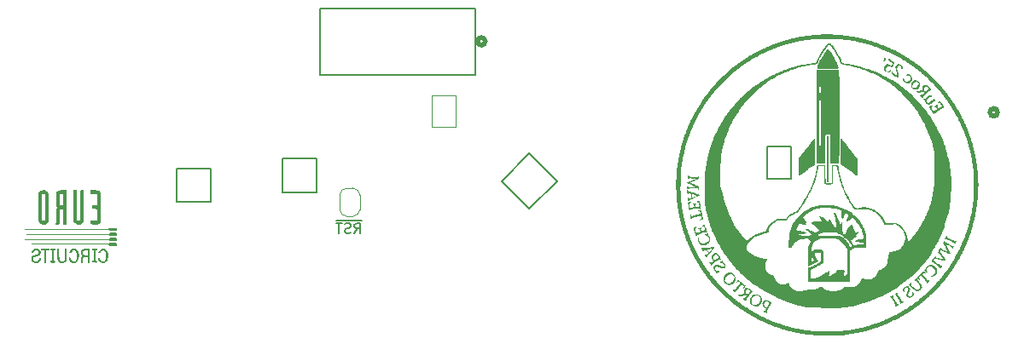
<source format=gbr>
%TF.GenerationSoftware,KiCad,Pcbnew,9.0.2+1*%
%TF.CreationDate,2025-05-31T23:41:05+01:00*%
%TF.ProjectId,OBC,4f42432e-6b69-4636-9164-5f7063625858,rev?*%
%TF.SameCoordinates,Original*%
%TF.FileFunction,Legend,Bot*%
%TF.FilePolarity,Positive*%
%FSLAX45Y45*%
G04 Gerber Fmt 4.5, Leading zero omitted, Abs format (unit mm)*
G04 Created by KiCad (PCBNEW 9.0.2+1) date 2025-05-31 23:41:05*
%MOMM*%
%LPD*%
G01*
G04 APERTURE LIST*
%ADD10C,0.150000*%
%ADD11C,0.100000*%
%ADD12C,0.200000*%
%ADD13C,0.508000*%
%ADD14C,0.152400*%
%ADD15C,0.000000*%
%ADD16C,0.120000*%
G04 APERTURE END LIST*
D10*
X12668750Y-8206800D02*
X13004250Y-8206800D01*
X13004250Y-8541200D01*
X12668750Y-8541200D01*
X12668750Y-8206800D01*
X15394100Y-8431000D02*
X15118000Y-8707100D01*
X14841900Y-8431000D01*
X15118000Y-8154900D01*
X15394100Y-8431000D01*
D11*
X14154200Y-7578075D02*
X14391800Y-7578075D01*
X14391800Y-7895425D01*
X14154200Y-7895425D01*
X14154200Y-7578075D01*
D10*
X17475725Y-8087525D02*
X17712775Y-8087525D01*
X17712775Y-8405975D01*
X17475725Y-8405975D01*
X17475725Y-8087525D01*
X11622800Y-8306850D02*
X11957200Y-8306850D01*
X11957200Y-8640150D01*
X11622800Y-8640150D01*
X11622800Y-8306850D01*
D12*
X13384607Y-8949222D02*
X13417940Y-8901603D01*
X13441750Y-8949222D02*
X13441750Y-8849222D01*
X13441750Y-8849222D02*
X13403654Y-8849222D01*
X13403654Y-8849222D02*
X13394131Y-8853984D01*
X13394131Y-8853984D02*
X13389369Y-8858746D01*
X13389369Y-8858746D02*
X13384607Y-8868270D01*
X13384607Y-8868270D02*
X13384607Y-8882555D01*
X13384607Y-8882555D02*
X13389369Y-8892079D01*
X13389369Y-8892079D02*
X13394131Y-8896841D01*
X13394131Y-8896841D02*
X13403654Y-8901603D01*
X13403654Y-8901603D02*
X13441750Y-8901603D01*
X13346511Y-8944460D02*
X13332226Y-8949222D01*
X13332226Y-8949222D02*
X13308416Y-8949222D01*
X13308416Y-8949222D02*
X13298892Y-8944460D01*
X13298892Y-8944460D02*
X13294131Y-8939698D01*
X13294131Y-8939698D02*
X13289369Y-8930174D01*
X13289369Y-8930174D02*
X13289369Y-8920650D01*
X13289369Y-8920650D02*
X13294131Y-8911127D01*
X13294131Y-8911127D02*
X13298892Y-8906365D01*
X13298892Y-8906365D02*
X13308416Y-8901603D01*
X13308416Y-8901603D02*
X13327464Y-8896841D01*
X13327464Y-8896841D02*
X13336988Y-8892079D01*
X13336988Y-8892079D02*
X13341750Y-8887317D01*
X13341750Y-8887317D02*
X13346511Y-8877793D01*
X13346511Y-8877793D02*
X13346511Y-8868270D01*
X13346511Y-8868270D02*
X13341750Y-8858746D01*
X13341750Y-8858746D02*
X13336988Y-8853984D01*
X13336988Y-8853984D02*
X13327464Y-8849222D01*
X13327464Y-8849222D02*
X13303654Y-8849222D01*
X13303654Y-8849222D02*
X13289369Y-8853984D01*
X13260797Y-8849222D02*
X13203654Y-8849222D01*
X13232226Y-8949222D02*
X13232226Y-8849222D01*
X13455559Y-8821460D02*
X13204131Y-8821460D01*
D13*
%TO.C,J1*%
X14681680Y-7041000D02*
G75*
G02*
X14605480Y-7041000I-38100J0D01*
G01*
X14605480Y-7041000D02*
G75*
G02*
X14681680Y-7041000I38100J0D01*
G01*
D14*
X14580080Y-7378700D02*
X13045920Y-7378700D01*
X13045920Y-7378700D02*
X13045920Y-6718300D01*
X13045920Y-6718300D02*
X14580080Y-6718300D01*
X14580080Y-6718300D02*
X14580080Y-7378700D01*
D13*
%TO.C,J2*%
X19765325Y-7746185D02*
G75*
G02*
X19689125Y-7746185I-38100J0D01*
G01*
X19689125Y-7746185D02*
G75*
G02*
X19765325Y-7746185I38100J0D01*
G01*
D15*
%TO.C,G\u002A\u002A\u002A*%
G36*
X18650428Y-7203453D02*
G01*
X18653391Y-7205705D01*
X18653778Y-7211802D01*
X18653690Y-7212925D01*
X18651903Y-7221800D01*
X18648734Y-7231109D01*
X18648582Y-7231461D01*
X18643767Y-7239306D01*
X18638363Y-7241835D01*
X18634198Y-7241100D01*
X18631382Y-7237484D01*
X18631613Y-7230241D01*
X18634788Y-7218702D01*
X18636366Y-7214124D01*
X18639442Y-7207209D01*
X18642671Y-7204003D01*
X18647072Y-7203221D01*
X18650428Y-7203453D01*
G37*
G36*
X18082351Y-7982538D02*
G01*
X18085245Y-7982669D01*
X18092162Y-7982669D01*
X18092162Y-8211498D01*
X18092162Y-8440327D01*
X18080721Y-8440327D01*
X18069279Y-8440327D01*
X18069279Y-8213234D01*
X18069274Y-8182986D01*
X18069262Y-8145031D01*
X18069266Y-8112172D01*
X18069312Y-8084044D01*
X18069426Y-8060281D01*
X18069632Y-8040518D01*
X18069956Y-8024390D01*
X18070423Y-8011532D01*
X18071059Y-8001578D01*
X18071888Y-7994163D01*
X18072937Y-7988922D01*
X18074230Y-7985489D01*
X18075792Y-7983500D01*
X18077650Y-7982588D01*
X18079828Y-7982389D01*
X18082351Y-7982538D01*
G37*
G36*
X18220295Y-8011528D02*
G01*
X18222210Y-8012498D01*
X18224698Y-8014540D01*
X18228081Y-8018039D01*
X18232683Y-8023380D01*
X18238829Y-8030948D01*
X18246841Y-8041129D01*
X18257043Y-8054307D01*
X18269758Y-8070867D01*
X18285310Y-8091195D01*
X18304022Y-8115676D01*
X18307262Y-8119913D01*
X18319483Y-8135897D01*
X18332214Y-8152547D01*
X18344127Y-8168125D01*
X18353894Y-8180896D01*
X18375338Y-8208931D01*
X18375299Y-8285299D01*
X18375232Y-8304889D01*
X18375051Y-8324013D01*
X18374773Y-8340723D01*
X18374416Y-8354192D01*
X18373998Y-8363594D01*
X18373535Y-8368102D01*
X18371454Y-8372046D01*
X18366591Y-8374538D01*
X18364889Y-8373864D01*
X18358839Y-8370217D01*
X18349185Y-8363766D01*
X18336506Y-8354916D01*
X18321383Y-8344075D01*
X18304394Y-8331649D01*
X18286120Y-8318046D01*
X18210867Y-8261554D01*
X18210122Y-8136413D01*
X18209377Y-8011272D01*
X18216304Y-8011272D01*
X18216888Y-8011265D01*
X18218629Y-8011246D01*
X18220295Y-8011528D01*
G37*
G36*
X18733213Y-9563634D02*
G01*
X18734638Y-9566481D01*
X18732655Y-9572332D01*
X18731756Y-9574253D01*
X18731531Y-9577609D01*
X18732833Y-9582491D01*
X18735995Y-9589755D01*
X18741351Y-9600259D01*
X18749236Y-9614860D01*
X18756827Y-9628350D01*
X18764843Y-9641399D01*
X18770852Y-9649573D01*
X18774727Y-9652682D01*
X18779885Y-9654152D01*
X18782285Y-9657059D01*
X18779456Y-9661318D01*
X18771326Y-9667238D01*
X18765343Y-9670832D01*
X18758175Y-9674558D01*
X18753945Y-9676002D01*
X18750940Y-9675364D01*
X18748375Y-9671481D01*
X18750100Y-9665392D01*
X18750380Y-9662236D01*
X18748349Y-9654710D01*
X18744122Y-9644386D01*
X18738296Y-9632358D01*
X18731470Y-9619720D01*
X18724242Y-9607564D01*
X18717208Y-9596985D01*
X18710966Y-9589076D01*
X18706115Y-9584929D01*
X18701323Y-9582337D01*
X18700016Y-9579781D01*
X18702723Y-9576029D01*
X18705939Y-9573080D01*
X18713405Y-9568296D01*
X18721645Y-9564637D01*
X18728850Y-9562838D01*
X18733213Y-9563634D01*
G37*
G36*
X19261248Y-8978658D02*
G01*
X19261514Y-8983849D01*
X19261494Y-8985235D01*
X19262816Y-8987862D01*
X19266525Y-8990894D01*
X19273347Y-8994774D01*
X19284008Y-8999944D01*
X19299234Y-9006847D01*
X19314740Y-9013615D01*
X19326927Y-9018506D01*
X19335782Y-9021402D01*
X19342217Y-9022600D01*
X19347145Y-9022395D01*
X19350591Y-9021876D01*
X19354854Y-9022207D01*
X19355976Y-9025001D01*
X19354044Y-9031086D01*
X19349146Y-9041287D01*
X19344573Y-9049027D01*
X19339834Y-9053749D01*
X19336239Y-9053352D01*
X19334137Y-9047687D01*
X19334119Y-9047589D01*
X19330998Y-9043851D01*
X19323617Y-9038856D01*
X19313114Y-9033100D01*
X19300633Y-9027080D01*
X19287312Y-9021292D01*
X19274293Y-9016232D01*
X19262716Y-9012398D01*
X19253721Y-9010285D01*
X19248451Y-9010390D01*
X19242556Y-9012118D01*
X19240161Y-9010117D01*
X19241235Y-9004085D01*
X19245730Y-8993726D01*
X19249565Y-8986934D01*
X19254488Y-8980691D01*
X19258644Y-8977768D01*
X19261248Y-8978658D01*
G37*
G36*
X18776211Y-9537984D02*
G01*
X18778044Y-9541171D01*
X18775888Y-9545736D01*
X18774814Y-9547750D01*
X18774923Y-9551357D01*
X18777028Y-9556989D01*
X18781500Y-9565573D01*
X18788704Y-9578036D01*
X18796250Y-9590660D01*
X18804830Y-9604395D01*
X18811504Y-9614068D01*
X18816718Y-9620259D01*
X18820921Y-9623548D01*
X18824560Y-9624516D01*
X18824886Y-9624519D01*
X18829479Y-9625966D01*
X18829426Y-9629641D01*
X18825018Y-9634935D01*
X18816549Y-9641237D01*
X18810803Y-9644791D01*
X18804309Y-9648529D01*
X18800985Y-9650060D01*
X18798523Y-9649279D01*
X18796950Y-9645120D01*
X18798383Y-9639356D01*
X18798495Y-9639098D01*
X18797953Y-9634098D01*
X18794735Y-9625644D01*
X18789475Y-9614802D01*
X18782810Y-9602636D01*
X18775373Y-9590213D01*
X18767801Y-9578596D01*
X18760728Y-9568852D01*
X18754789Y-9562046D01*
X18750620Y-9559244D01*
X18745788Y-9557799D01*
X18744898Y-9554629D01*
X18749330Y-9549582D01*
X18754800Y-9545246D01*
X18763966Y-9539628D01*
X18771504Y-9537035D01*
X18776211Y-9537984D01*
G37*
G36*
X18883884Y-7364252D02*
G01*
X18894477Y-7368580D01*
X18904649Y-7376417D01*
X18913432Y-7388205D01*
X18918019Y-7403105D01*
X18917286Y-7420083D01*
X18916846Y-7421972D01*
X18912154Y-7432326D01*
X18904480Y-7442686D01*
X18895386Y-7451231D01*
X18886431Y-7456136D01*
X18886289Y-7456178D01*
X18870671Y-7458088D01*
X18856127Y-7454949D01*
X18843660Y-7447370D01*
X18834274Y-7435959D01*
X18828972Y-7421323D01*
X18828201Y-7416058D01*
X18828674Y-7411735D01*
X18831397Y-7410597D01*
X18831994Y-7410676D01*
X18836021Y-7413819D01*
X18839762Y-7420128D01*
X18843037Y-7426049D01*
X18849680Y-7433910D01*
X18857147Y-7439764D01*
X18863741Y-7442061D01*
X18871162Y-7440468D01*
X18881168Y-7434533D01*
X18890566Y-7425304D01*
X18897938Y-7413949D01*
X18901472Y-7406432D01*
X18903605Y-7400208D01*
X18903504Y-7395733D01*
X18901448Y-7391192D01*
X18896296Y-7384446D01*
X18889386Y-7378061D01*
X18881418Y-7372143D01*
X18874826Y-7380410D01*
X18869372Y-7385539D01*
X18863769Y-7387139D01*
X18860036Y-7384223D01*
X18859262Y-7377025D01*
X18860546Y-7372176D01*
X18865823Y-7366065D01*
X18873967Y-7363418D01*
X18883884Y-7364252D01*
G37*
G36*
X18996036Y-7467626D02*
G01*
X18995928Y-7471929D01*
X18994997Y-7481603D01*
X18993425Y-7488601D01*
X18989179Y-7495745D01*
X18981902Y-7504240D01*
X18973605Y-7511884D01*
X18966222Y-7516680D01*
X18964904Y-7517175D01*
X18955227Y-7518617D01*
X18943448Y-7518035D01*
X18932134Y-7515716D01*
X18923854Y-7511947D01*
X18918731Y-7507520D01*
X18910032Y-7495209D01*
X18905939Y-7481059D01*
X18905943Y-7480938D01*
X18919585Y-7480938D01*
X18919953Y-7490871D01*
X18924745Y-7498857D01*
X18932412Y-7503608D01*
X18942959Y-7504357D01*
X18954561Y-7499638D01*
X18956455Y-7498422D01*
X18970600Y-7485866D01*
X18980222Y-7469873D01*
X18980341Y-7469587D01*
X18982946Y-7462176D01*
X18982930Y-7456835D01*
X18980306Y-7450646D01*
X18977879Y-7446751D01*
X18970388Y-7440936D01*
X18960587Y-7440306D01*
X18948389Y-7444848D01*
X18940464Y-7449863D01*
X18930296Y-7459393D01*
X18923184Y-7470098D01*
X18919585Y-7480938D01*
X18905943Y-7480938D01*
X18906488Y-7466202D01*
X18911712Y-7451772D01*
X18921647Y-7438902D01*
X18930593Y-7432046D01*
X18944598Y-7426624D01*
X18959036Y-7426526D01*
X18973040Y-7431708D01*
X18985743Y-7442126D01*
X18987376Y-7443960D01*
X18992923Y-7451337D01*
X18995442Y-7458314D01*
X18995688Y-7462176D01*
X18996036Y-7467626D01*
G37*
G36*
X17954821Y-8134983D02*
G01*
X17954797Y-8151324D01*
X17954686Y-8176452D01*
X17954493Y-8199475D01*
X17954230Y-8219792D01*
X17953907Y-8236800D01*
X17953533Y-8249895D01*
X17953119Y-8258475D01*
X17952676Y-8261937D01*
X17950836Y-8263880D01*
X17944574Y-8269161D01*
X17934638Y-8276900D01*
X17921648Y-8286629D01*
X17906221Y-8297878D01*
X17888978Y-8310180D01*
X17885500Y-8312644D01*
X17876285Y-8319252D01*
X17869116Y-8324506D01*
X17865313Y-8327444D01*
X17862424Y-8329705D01*
X17855835Y-8334515D01*
X17847601Y-8340315D01*
X17841041Y-8344935D01*
X17834824Y-8349494D01*
X17831869Y-8351908D01*
X17829288Y-8354010D01*
X17823213Y-8358424D01*
X17815101Y-8364065D01*
X17813139Y-8365412D01*
X17806252Y-8370140D01*
X17800811Y-8373430D01*
X17796647Y-8374806D01*
X17793590Y-8373791D01*
X17791470Y-8369911D01*
X17790117Y-8362689D01*
X17789362Y-8351650D01*
X17789036Y-8336318D01*
X17788967Y-8316218D01*
X17788987Y-8290873D01*
X17789010Y-8207207D01*
X17850722Y-8128547D01*
X17861097Y-8115318D01*
X17876014Y-8096279D01*
X17890090Y-8078295D01*
X17902787Y-8062053D01*
X17913565Y-8048243D01*
X17921887Y-8037554D01*
X17927214Y-8030675D01*
X17927406Y-8030426D01*
X17936415Y-8019592D01*
X17943263Y-8013384D01*
X17948429Y-8011368D01*
X17954865Y-8011272D01*
X17954821Y-8134983D01*
G37*
G36*
X16892081Y-8952194D02*
G01*
X16893671Y-8956996D01*
X16894507Y-8960322D01*
X16897808Y-8967500D01*
X16902759Y-8976004D01*
X16909474Y-8989458D01*
X16913138Y-9006826D01*
X16911648Y-9023796D01*
X16905242Y-9039495D01*
X16894163Y-9053050D01*
X16878650Y-9063586D01*
X16874074Y-9065490D01*
X16861029Y-9068581D01*
X16846598Y-9069657D01*
X16832997Y-9068641D01*
X16822445Y-9065461D01*
X16819011Y-9063434D01*
X16808167Y-9053957D01*
X16799034Y-9041708D01*
X16793384Y-9028913D01*
X16792328Y-9024015D01*
X16791483Y-9013312D01*
X16792236Y-9002889D01*
X16794288Y-8993834D01*
X16797339Y-8987235D01*
X16801091Y-8984179D01*
X16805245Y-8985756D01*
X16806917Y-8988875D01*
X16805265Y-8994741D01*
X16802632Y-9003341D01*
X16802884Y-9015825D01*
X16806802Y-9028511D01*
X16813034Y-9036893D01*
X16822505Y-9044605D01*
X16833121Y-9050252D01*
X16842792Y-9052444D01*
X16842802Y-9052444D01*
X16856145Y-9050311D01*
X16869657Y-9044550D01*
X16882181Y-9036103D01*
X16892560Y-9025910D01*
X16899636Y-9014914D01*
X16902252Y-9004057D01*
X16901543Y-8997899D01*
X16896498Y-8986662D01*
X16887691Y-8977539D01*
X16876412Y-8971672D01*
X16863950Y-8970200D01*
X16859338Y-8970301D01*
X16854891Y-8968825D01*
X16855249Y-8965666D01*
X16860197Y-8961356D01*
X16869519Y-8956429D01*
X16878113Y-8952974D01*
X16887033Y-8950856D01*
X16892081Y-8952194D01*
G37*
G36*
X17425573Y-9611369D02*
G01*
X17425263Y-9625180D01*
X17422926Y-9637120D01*
X17420013Y-9643283D01*
X17412775Y-9653331D01*
X17403418Y-9663192D01*
X17393541Y-9671243D01*
X17384744Y-9675863D01*
X17374762Y-9677815D01*
X17357848Y-9676991D01*
X17341277Y-9671734D01*
X17326546Y-9662597D01*
X17315152Y-9650134D01*
X17314884Y-9649726D01*
X17310452Y-9641506D01*
X17308254Y-9632779D01*
X17308039Y-9628741D01*
X17322833Y-9628741D01*
X17324704Y-9641588D01*
X17330311Y-9652426D01*
X17339794Y-9660222D01*
X17342299Y-9661394D01*
X17355454Y-9664136D01*
X17368952Y-9662132D01*
X17381931Y-9656053D01*
X17393528Y-9646573D01*
X17402880Y-9634363D01*
X17409124Y-9620096D01*
X17411397Y-9604443D01*
X17409588Y-9591110D01*
X17403315Y-9579617D01*
X17392553Y-9571672D01*
X17379763Y-9568178D01*
X17365761Y-9569911D01*
X17350952Y-9577229D01*
X17349941Y-9577914D01*
X17338253Y-9588470D01*
X17329747Y-9601148D01*
X17324560Y-9614916D01*
X17322833Y-9628741D01*
X17308039Y-9628741D01*
X17307626Y-9620973D01*
X17307688Y-9616451D01*
X17310052Y-9599337D01*
X17316280Y-9585104D01*
X17326992Y-9572186D01*
X17330483Y-9568983D01*
X17342994Y-9560729D01*
X17357109Y-9556720D01*
X17374396Y-9556434D01*
X17390047Y-9559456D01*
X17404703Y-9567222D01*
X17417594Y-9580137D01*
X17420858Y-9586107D01*
X17424042Y-9597680D01*
X17424799Y-9604443D01*
X17425573Y-9611369D01*
G37*
G36*
X18086015Y-7116104D02*
G01*
X18089199Y-7119225D01*
X18094704Y-7126219D01*
X18101970Y-7136243D01*
X18110436Y-7148452D01*
X18119543Y-7162004D01*
X18128730Y-7176056D01*
X18137435Y-7189763D01*
X18145100Y-7202282D01*
X18151163Y-7212770D01*
X18155063Y-7220383D01*
X18158318Y-7227648D01*
X18169608Y-7252608D01*
X18182264Y-7280267D01*
X18185551Y-7287851D01*
X18188743Y-7297924D01*
X18188844Y-7304936D01*
X18185982Y-7309912D01*
X18185923Y-7309963D01*
X18181960Y-7310853D01*
X18173125Y-7311618D01*
X18160224Y-7312256D01*
X18144064Y-7312766D01*
X18125450Y-7313146D01*
X18105187Y-7313393D01*
X18084081Y-7313506D01*
X18062938Y-7313482D01*
X18042564Y-7313321D01*
X18023764Y-7313021D01*
X18007344Y-7312578D01*
X17994110Y-7311993D01*
X17984867Y-7311262D01*
X17980420Y-7310383D01*
X17978600Y-7309155D01*
X17975333Y-7302978D01*
X17976132Y-7293279D01*
X17980999Y-7279812D01*
X17986816Y-7267076D01*
X17996978Y-7245836D01*
X18007519Y-7224861D01*
X18017789Y-7205404D01*
X18027138Y-7188715D01*
X18034915Y-7176047D01*
X18037717Y-7171787D01*
X18043938Y-7162141D01*
X18048679Y-7154527D01*
X18051087Y-7150304D01*
X18051899Y-7148801D01*
X18055810Y-7142852D01*
X18061174Y-7135591D01*
X18063529Y-7132440D01*
X18067649Y-7126132D01*
X18069279Y-7122337D01*
X18069306Y-7122077D01*
X18072227Y-7119327D01*
X18078432Y-7117026D01*
X18085717Y-7116019D01*
X18086015Y-7116104D01*
G37*
G36*
X17167016Y-9402060D02*
G01*
X17164339Y-9418292D01*
X17156773Y-9433790D01*
X17151942Y-9439738D01*
X17141440Y-9449235D01*
X17129588Y-9457097D01*
X17118583Y-9461720D01*
X17117431Y-9461995D01*
X17100381Y-9463063D01*
X17083544Y-9458935D01*
X17067992Y-9450032D01*
X17054798Y-9436772D01*
X17054124Y-9435880D01*
X17050164Y-9429871D01*
X17047923Y-9423868D01*
X17046927Y-9415965D01*
X17046922Y-9415709D01*
X17058757Y-9415709D01*
X17061781Y-9427871D01*
X17069557Y-9438568D01*
X17071617Y-9440318D01*
X17079897Y-9444417D01*
X17091729Y-9446258D01*
X17103083Y-9445748D01*
X17118797Y-9440926D01*
X17132718Y-9432063D01*
X17143871Y-9420039D01*
X17151278Y-9405737D01*
X17153964Y-9390038D01*
X17153486Y-9383615D01*
X17150623Y-9375995D01*
X17144167Y-9367756D01*
X17140160Y-9363554D01*
X17134623Y-9359262D01*
X17128382Y-9357497D01*
X17118939Y-9357214D01*
X17112706Y-9357606D01*
X17097605Y-9361446D01*
X17084288Y-9368709D01*
X17073250Y-9378582D01*
X17064986Y-9390250D01*
X17059990Y-9402897D01*
X17058757Y-9415709D01*
X17046922Y-9415709D01*
X17046701Y-9404256D01*
X17046707Y-9401546D01*
X17047036Y-9390795D01*
X17048232Y-9383437D01*
X17050790Y-9377534D01*
X17055209Y-9371149D01*
X17066924Y-9357968D01*
X17081242Y-9347726D01*
X17097112Y-9342505D01*
X17115303Y-9341932D01*
X17121977Y-9342896D01*
X17137355Y-9348651D01*
X17149974Y-9358388D01*
X17159408Y-9371164D01*
X17165231Y-9386036D01*
X17165677Y-9390038D01*
X17167016Y-9402060D01*
G37*
G36*
X19111861Y-9265692D02*
G01*
X19121002Y-9266678D01*
X19128143Y-9269039D01*
X19135456Y-9273294D01*
X19142465Y-9278332D01*
X19154265Y-9290134D01*
X19161312Y-9303592D01*
X19164273Y-9319783D01*
X19164434Y-9322837D01*
X19163931Y-9336424D01*
X19161018Y-9346072D01*
X19156965Y-9352561D01*
X19148275Y-9362558D01*
X19138388Y-9370762D01*
X19129133Y-9375487D01*
X19121363Y-9377229D01*
X19112596Y-9378267D01*
X19112094Y-9378278D01*
X19106128Y-9377160D01*
X19104777Y-9374383D01*
X19107761Y-9371157D01*
X19114802Y-9368691D01*
X19119957Y-9367171D01*
X19131123Y-9360809D01*
X19141057Y-9351578D01*
X19147691Y-9341205D01*
X19148353Y-9339408D01*
X19149408Y-9327763D01*
X19145998Y-9315546D01*
X19138984Y-9303713D01*
X19129225Y-9293221D01*
X19117582Y-9285026D01*
X19104913Y-9280086D01*
X19092081Y-9279355D01*
X19090152Y-9279658D01*
X19080187Y-9283295D01*
X19071122Y-9291065D01*
X19070887Y-9291324D01*
X19063723Y-9302147D01*
X19062160Y-9312914D01*
X19066115Y-9324178D01*
X19069212Y-9330299D01*
X19070528Y-9336188D01*
X19067938Y-9338036D01*
X19061573Y-9335793D01*
X19051566Y-9329414D01*
X19044311Y-9323225D01*
X19039652Y-9316531D01*
X19039444Y-9311182D01*
X19043947Y-9307918D01*
X19045488Y-9307118D01*
X19050160Y-9302256D01*
X19054722Y-9294875D01*
X19056324Y-9291996D01*
X19063324Y-9282496D01*
X19071435Y-9274398D01*
X19072209Y-9273774D01*
X19078397Y-9269326D01*
X19084259Y-9266847D01*
X19091809Y-9265773D01*
X19103059Y-9265541D01*
X19111861Y-9265692D01*
G37*
G36*
X19104520Y-7567955D02*
G01*
X19107725Y-7570855D01*
X19111432Y-7576958D01*
X19114728Y-7584271D01*
X19116698Y-7590798D01*
X19116428Y-7594548D01*
X19114089Y-7595503D01*
X19108612Y-7594222D01*
X19105208Y-7593447D01*
X19100384Y-7594819D01*
X19093227Y-7598882D01*
X19082699Y-7606114D01*
X19072086Y-7614036D01*
X19064400Y-7621030D01*
X19060543Y-7626992D01*
X19059917Y-7632885D01*
X19061927Y-7639673D01*
X19063949Y-7643726D01*
X19068975Y-7648863D01*
X19075784Y-7650099D01*
X19084870Y-7647333D01*
X19096729Y-7640462D01*
X19111856Y-7629385D01*
X19122328Y-7621273D01*
X19130216Y-7615661D01*
X19135435Y-7613150D01*
X19138947Y-7613527D01*
X19141711Y-7616580D01*
X19144689Y-7622095D01*
X19148878Y-7631063D01*
X19150182Y-7636662D01*
X19148153Y-7638928D01*
X19142701Y-7638602D01*
X19138372Y-7638487D01*
X19132588Y-7640353D01*
X19124756Y-7644865D01*
X19113739Y-7652571D01*
X19112303Y-7653616D01*
X19101716Y-7660945D01*
X19093857Y-7665335D01*
X19087257Y-7667469D01*
X19080448Y-7668029D01*
X19076739Y-7667815D01*
X19065071Y-7663833D01*
X19056370Y-7655429D01*
X19051564Y-7643396D01*
X19051343Y-7642336D01*
X19048948Y-7636207D01*
X19045920Y-7633705D01*
X19043911Y-7632971D01*
X19038985Y-7628790D01*
X19033606Y-7622510D01*
X19029277Y-7615977D01*
X19027500Y-7611040D01*
X19029570Y-7608817D01*
X19036161Y-7609409D01*
X19037468Y-7609660D01*
X19041569Y-7609741D01*
X19046212Y-7608298D01*
X19052370Y-7604811D01*
X19061018Y-7598756D01*
X19073129Y-7589614D01*
X19073984Y-7588960D01*
X19084918Y-7580764D01*
X19094245Y-7574076D01*
X19100999Y-7569569D01*
X19104214Y-7567917D01*
X19104520Y-7567955D01*
G37*
G36*
X17197337Y-9411890D02*
G01*
X17197405Y-9411921D01*
X17202057Y-9414985D01*
X17209547Y-9420873D01*
X17218972Y-9428774D01*
X17229428Y-9437878D01*
X17240009Y-9447372D01*
X17249813Y-9456448D01*
X17257936Y-9464293D01*
X17263472Y-9470096D01*
X17265518Y-9473047D01*
X17265352Y-9473890D01*
X17262447Y-9478690D01*
X17257061Y-9485111D01*
X17250680Y-9491609D01*
X17244788Y-9496640D01*
X17240872Y-9498660D01*
X17238293Y-9498410D01*
X17237250Y-9496762D01*
X17238637Y-9492504D01*
X17242602Y-9484424D01*
X17248289Y-9473276D01*
X17240917Y-9464515D01*
X17239365Y-9462730D01*
X17234357Y-9457754D01*
X17231165Y-9455754D01*
X17229868Y-9456624D01*
X17225211Y-9461075D01*
X17217941Y-9468658D01*
X17208746Y-9478650D01*
X17198315Y-9490327D01*
X17197500Y-9491253D01*
X17184885Y-9506002D01*
X17175911Y-9517381D01*
X17170729Y-9525182D01*
X17169495Y-9529200D01*
X17170062Y-9531403D01*
X17169537Y-9536103D01*
X17169493Y-9536172D01*
X17167146Y-9538283D01*
X17163654Y-9537656D01*
X17158073Y-9533833D01*
X17149459Y-9526356D01*
X17146659Y-9523722D01*
X17140209Y-9516274D01*
X17138014Y-9511014D01*
X17140147Y-9508401D01*
X17146682Y-9508894D01*
X17149030Y-9509098D01*
X17152470Y-9507958D01*
X17157005Y-9504723D01*
X17163289Y-9498826D01*
X17171974Y-9489703D01*
X17183712Y-9476787D01*
X17190170Y-9469514D01*
X17199528Y-9458623D01*
X17206898Y-9449596D01*
X17211651Y-9443214D01*
X17213157Y-9440258D01*
X17213070Y-9440044D01*
X17209989Y-9436387D01*
X17204389Y-9431648D01*
X17196536Y-9425785D01*
X17184953Y-9432452D01*
X17178990Y-9435519D01*
X17172682Y-9437215D01*
X17170514Y-9435205D01*
X17172641Y-9429789D01*
X17179217Y-9421267D01*
X17184420Y-9415595D01*
X17189213Y-9411493D01*
X17193027Y-9410513D01*
X17197337Y-9411890D01*
G37*
G36*
X17016227Y-9192142D02*
G01*
X17020694Y-9200039D01*
X17022387Y-9204867D01*
X17022046Y-9207960D01*
X17019050Y-9210916D01*
X17012670Y-9209377D01*
X17011070Y-9208829D01*
X17007525Y-9208821D01*
X17002555Y-9210468D01*
X16995334Y-9214161D01*
X16985036Y-9220292D01*
X16970838Y-9229254D01*
X16966802Y-9231840D01*
X16953530Y-9240472D01*
X16944138Y-9246958D01*
X16937836Y-9251988D01*
X16933834Y-9256248D01*
X16931342Y-9260428D01*
X16929573Y-9265215D01*
X16928773Y-9267477D01*
X16926818Y-9269006D01*
X16922930Y-9266106D01*
X16920961Y-9263961D01*
X16916014Y-9257095D01*
X16910923Y-9248608D01*
X16910470Y-9247771D01*
X16906696Y-9239915D01*
X16905821Y-9235154D01*
X16907540Y-9231985D01*
X16907856Y-9231680D01*
X16911341Y-9230079D01*
X16914917Y-9233361D01*
X16914931Y-9233380D01*
X16917990Y-9236954D01*
X16921068Y-9237879D01*
X16925731Y-9235958D01*
X16933542Y-9230992D01*
X16944687Y-9223617D01*
X16937799Y-9208824D01*
X16937653Y-9208509D01*
X16931923Y-9191536D01*
X16931731Y-9185318D01*
X16944046Y-9185318D01*
X16944060Y-9197840D01*
X16946073Y-9204077D01*
X16950404Y-9211995D01*
X16955185Y-9218333D01*
X16977345Y-9204135D01*
X16982339Y-9200828D01*
X16991147Y-9194379D01*
X16997233Y-9189057D01*
X16999505Y-9185769D01*
X16998899Y-9183478D01*
X16994977Y-9177583D01*
X16988885Y-9171177D01*
X16982354Y-9165969D01*
X16977117Y-9163668D01*
X16969620Y-9163824D01*
X16957601Y-9167509D01*
X16948818Y-9174941D01*
X16944046Y-9185318D01*
X16931731Y-9185318D01*
X16931462Y-9176622D01*
X16936307Y-9163509D01*
X16946500Y-9151936D01*
X16953483Y-9148378D01*
X16964326Y-9146926D01*
X16975783Y-9148421D01*
X16985562Y-9152812D01*
X16989019Y-9155886D01*
X16995382Y-9163050D01*
X17002650Y-9172348D01*
X17009905Y-9182479D01*
X17012057Y-9185769D01*
X17016227Y-9192142D01*
G37*
G36*
X18787658Y-7265702D02*
G01*
X18800384Y-7270169D01*
X18804112Y-7272038D01*
X18815391Y-7280754D01*
X18822181Y-7291608D01*
X18823874Y-7303730D01*
X18822708Y-7310027D01*
X18819080Y-7316522D01*
X18813972Y-7318574D01*
X18808229Y-7315547D01*
X18806568Y-7313728D01*
X18804881Y-7309303D01*
X18806834Y-7303110D01*
X18809039Y-7294449D01*
X18806394Y-7287116D01*
X18798394Y-7281766D01*
X18793694Y-7280094D01*
X18788219Y-7280165D01*
X18782042Y-7283862D01*
X18780750Y-7284930D01*
X18774797Y-7292185D01*
X18770308Y-7301006D01*
X18768864Y-7305454D01*
X18767928Y-7310814D01*
X18768346Y-7316774D01*
X18770278Y-7324940D01*
X18773883Y-7336920D01*
X18775804Y-7343656D01*
X18778830Y-7357389D01*
X18780849Y-7370951D01*
X18781735Y-7383006D01*
X18781362Y-7392217D01*
X18779602Y-7397248D01*
X18779459Y-7397384D01*
X18775032Y-7399155D01*
X18774633Y-7399107D01*
X18769950Y-7397291D01*
X18761918Y-7393345D01*
X18751744Y-7387949D01*
X18740630Y-7381782D01*
X18729782Y-7375522D01*
X18720403Y-7369849D01*
X18713699Y-7365442D01*
X18710873Y-7362981D01*
X18710692Y-7362315D01*
X18711527Y-7356751D01*
X18714701Y-7350014D01*
X18718934Y-7344336D01*
X18722945Y-7341948D01*
X18725631Y-7343291D01*
X18727162Y-7348745D01*
X18727649Y-7351744D01*
X18730416Y-7355674D01*
X18736503Y-7360112D01*
X18746888Y-7365907D01*
X18748926Y-7366970D01*
X18758401Y-7371696D01*
X18765746Y-7375018D01*
X18769512Y-7376272D01*
X18770073Y-7376041D01*
X18770492Y-7371977D01*
X18768717Y-7363099D01*
X18764826Y-7349732D01*
X18758900Y-7332204D01*
X18757250Y-7326978D01*
X18754114Y-7312450D01*
X18752906Y-7298891D01*
X18753056Y-7291238D01*
X18754187Y-7284327D01*
X18757207Y-7279197D01*
X18763016Y-7273596D01*
X18767913Y-7269750D01*
X18777345Y-7265515D01*
X18787658Y-7265702D01*
G37*
G36*
X17524981Y-9639284D02*
G01*
X17528135Y-9643462D01*
X17527541Y-9646344D01*
X17522445Y-9647452D01*
X17520160Y-9647878D01*
X17517160Y-9649942D01*
X17513573Y-9654362D01*
X17508928Y-9661838D01*
X17502752Y-9673070D01*
X17494571Y-9688758D01*
X17489047Y-9699577D01*
X17482643Y-9712567D01*
X17478520Y-9721786D01*
X17476389Y-9727988D01*
X17475960Y-9731924D01*
X17476940Y-9734345D01*
X17478634Y-9737281D01*
X17478692Y-9741665D01*
X17477545Y-9743355D01*
X17475817Y-9744236D01*
X17472605Y-9743504D01*
X17466699Y-9740842D01*
X17456888Y-9735932D01*
X17453470Y-9734135D01*
X17444992Y-9728653D01*
X17441268Y-9724284D01*
X17442480Y-9721377D01*
X17448807Y-9720283D01*
X17452166Y-9719705D01*
X17457215Y-9715894D01*
X17462639Y-9707615D01*
X17469597Y-9695002D01*
X17462732Y-9690508D01*
X17452083Y-9682628D01*
X17440171Y-9670171D01*
X17433384Y-9657420D01*
X17432838Y-9652988D01*
X17448581Y-9652988D01*
X17450947Y-9663277D01*
X17457153Y-9673230D01*
X17465650Y-9680244D01*
X17466164Y-9680509D01*
X17472227Y-9683395D01*
X17475581Y-9684583D01*
X17476216Y-9684001D01*
X17479072Y-9679543D01*
X17483467Y-9671647D01*
X17488746Y-9661462D01*
X17493870Y-9650875D01*
X17497183Y-9642646D01*
X17498142Y-9637464D01*
X17497050Y-9634337D01*
X17494115Y-9631790D01*
X17485511Y-9628075D01*
X17475321Y-9626505D01*
X17466181Y-9627652D01*
X17464561Y-9628326D01*
X17456790Y-9634488D01*
X17450910Y-9643505D01*
X17448581Y-9652988D01*
X17432838Y-9652988D01*
X17431828Y-9644790D01*
X17435612Y-9632696D01*
X17444843Y-9621554D01*
X17447390Y-9619364D01*
X17453808Y-9614933D01*
X17460179Y-9613375D01*
X17469335Y-9613791D01*
X17469669Y-9613824D01*
X17479442Y-9615720D01*
X17490001Y-9619193D01*
X17500589Y-9623765D01*
X17510452Y-9628957D01*
X17518835Y-9634289D01*
X17522741Y-9637464D01*
X17524981Y-9639284D01*
G37*
G36*
X16940633Y-9110582D02*
G01*
X16929137Y-9123949D01*
X16914015Y-9141115D01*
X16906351Y-9149883D01*
X16896770Y-9161269D01*
X16889136Y-9170856D01*
X16884084Y-9177835D01*
X16882253Y-9181398D01*
X16882047Y-9183559D01*
X16880263Y-9187894D01*
X16880009Y-9188135D01*
X16876114Y-9189009D01*
X16871377Y-9184966D01*
X16865441Y-9175714D01*
X16863127Y-9171292D01*
X16860711Y-9164361D01*
X16861745Y-9160456D01*
X16864599Y-9158986D01*
X16869559Y-9161304D01*
X16870050Y-9161701D01*
X16873436Y-9163267D01*
X16877075Y-9161576D01*
X16882564Y-9155976D01*
X16890834Y-9146719D01*
X16882200Y-9129615D01*
X16880674Y-9126646D01*
X16875637Y-9118128D01*
X16871404Y-9113749D01*
X16867093Y-9112511D01*
X16864000Y-9112829D01*
X16856433Y-9115739D01*
X16850381Y-9120533D01*
X16847906Y-9125783D01*
X16847897Y-9126268D01*
X16846513Y-9129381D01*
X16843142Y-9127871D01*
X16838317Y-9122188D01*
X16832571Y-9112785D01*
X16831295Y-9110250D01*
X16882566Y-9110250D01*
X16890264Y-9124211D01*
X16893579Y-9129971D01*
X16897415Y-9135899D01*
X16899546Y-9138213D01*
X16901096Y-9137315D01*
X16906222Y-9132469D01*
X16914366Y-9123737D01*
X16925191Y-9111470D01*
X16932286Y-9103278D01*
X16920845Y-9104958D01*
X16918360Y-9105319D01*
X16907182Y-9106904D01*
X16895985Y-9108444D01*
X16882566Y-9110250D01*
X16831295Y-9110250D01*
X16828921Y-9105531D01*
X16826574Y-9098453D01*
X16827444Y-9094644D01*
X16829980Y-9093166D01*
X16834735Y-9095101D01*
X16835708Y-9095713D01*
X16839353Y-9096612D01*
X16845607Y-9096794D01*
X16855231Y-9096224D01*
X16868987Y-9094868D01*
X16887637Y-9092691D01*
X16904677Y-9090672D01*
X16924357Y-9088551D01*
X16939019Y-9087293D01*
X16949033Y-9086876D01*
X16954769Y-9087276D01*
X16956599Y-9088472D01*
X16956333Y-9089613D01*
X16953935Y-9093780D01*
X16948800Y-9100647D01*
X16946638Y-9103278D01*
X16940633Y-9110582D01*
G37*
G36*
X18688501Y-7208626D02*
G01*
X18690825Y-7213301D01*
X18694179Y-7217628D01*
X18702839Y-7223369D01*
X18716901Y-7230440D01*
X18726551Y-7235071D01*
X18735341Y-7239997D01*
X18740059Y-7243924D01*
X18741464Y-7247374D01*
X18741023Y-7250699D01*
X18738560Y-7258684D01*
X18734549Y-7268399D01*
X18729697Y-7278425D01*
X18724711Y-7287344D01*
X18720297Y-7293736D01*
X18717162Y-7296182D01*
X18715687Y-7295958D01*
X18709510Y-7293442D01*
X18702033Y-7289031D01*
X18699044Y-7287125D01*
X18687555Y-7282571D01*
X18677525Y-7283511D01*
X18668820Y-7289987D01*
X18661309Y-7302043D01*
X18659964Y-7304968D01*
X18657015Y-7312760D01*
X18656558Y-7318452D01*
X18658293Y-7324254D01*
X18663430Y-7331916D01*
X18670705Y-7336961D01*
X18678556Y-7338848D01*
X18685498Y-7337226D01*
X18690050Y-7331747D01*
X18690589Y-7330422D01*
X18694270Y-7325859D01*
X18700705Y-7325311D01*
X18706013Y-7326973D01*
X18709459Y-7331615D01*
X18708369Y-7337862D01*
X18702619Y-7344478D01*
X18701841Y-7345067D01*
X18690671Y-7349777D01*
X18677275Y-7349624D01*
X18662385Y-7344605D01*
X18657193Y-7341669D01*
X18646621Y-7331835D01*
X18640365Y-7319752D01*
X18638472Y-7306564D01*
X18640988Y-7293412D01*
X18647959Y-7281438D01*
X18659432Y-7271782D01*
X18668300Y-7268856D01*
X18680255Y-7268321D01*
X18692353Y-7270291D01*
X18702103Y-7274600D01*
X18707132Y-7277478D01*
X18712213Y-7279020D01*
X18712784Y-7278903D01*
X18716203Y-7275620D01*
X18719983Y-7269348D01*
X18723042Y-7262139D01*
X18724302Y-7256044D01*
X18723576Y-7254950D01*
X18718805Y-7251523D01*
X18710557Y-7246871D01*
X18699989Y-7241675D01*
X18694017Y-7238868D01*
X18684591Y-7234209D01*
X18678095Y-7230684D01*
X18675676Y-7228896D01*
X18675839Y-7227576D01*
X18677737Y-7221998D01*
X18680899Y-7215372D01*
X18684230Y-7209832D01*
X18686638Y-7207511D01*
X18688501Y-7208626D01*
G37*
G36*
X16798409Y-8576776D02*
G01*
X16788819Y-8581697D01*
X16774985Y-8588084D01*
X16756374Y-8596261D01*
X16745963Y-8600876D01*
X16731482Y-8607642D01*
X16719111Y-8613827D01*
X16709910Y-8618896D01*
X16704936Y-8622312D01*
X16704249Y-8622956D01*
X16698752Y-8627035D01*
X16694925Y-8628186D01*
X16693623Y-8626273D01*
X16692095Y-8619981D01*
X16691158Y-8611007D01*
X16691021Y-8608110D01*
X16691058Y-8599908D01*
X16692207Y-8595866D01*
X16694733Y-8594786D01*
X16697314Y-8595795D01*
X16699167Y-8600507D01*
X16699399Y-8603763D01*
X16701058Y-8605689D01*
X16705351Y-8604772D01*
X16713468Y-8601058D01*
X16723480Y-8596162D01*
X16723480Y-8576274D01*
X16723480Y-8566946D01*
X16733888Y-8566946D01*
X16734057Y-8575254D01*
X16734584Y-8580809D01*
X16736011Y-8587793D01*
X16737782Y-8590868D01*
X16738135Y-8590905D01*
X16742711Y-8589761D01*
X16750669Y-8586744D01*
X16760525Y-8582405D01*
X16780408Y-8573119D01*
X16758626Y-8566791D01*
X16755953Y-8566018D01*
X16745911Y-8563191D01*
X16738448Y-8561209D01*
X16735019Y-8560462D01*
X16734389Y-8561579D01*
X16733888Y-8566946D01*
X16723480Y-8566946D01*
X16723480Y-8556386D01*
X16712288Y-8553739D01*
X16706372Y-8552585D01*
X16701067Y-8552899D01*
X16697671Y-8555777D01*
X16692975Y-8559958D01*
X16689229Y-8559258D01*
X16687725Y-8553710D01*
X16687668Y-8551605D01*
X16687027Y-8543311D01*
X16685906Y-8533687D01*
X16685402Y-8529784D01*
X16685099Y-8523600D01*
X16686477Y-8520967D01*
X16689987Y-8520417D01*
X16693604Y-8521305D01*
X16696812Y-8525116D01*
X16698872Y-8527390D01*
X16704851Y-8530540D01*
X16715144Y-8534643D01*
X16730159Y-8539863D01*
X16750302Y-8546360D01*
X16751329Y-8546684D01*
X16767784Y-8551981D01*
X16782376Y-8556879D01*
X16794203Y-8561060D01*
X16802364Y-8564204D01*
X16805957Y-8565995D01*
X16807083Y-8567526D01*
X16807005Y-8570017D01*
X16804293Y-8572991D01*
X16804094Y-8573119D01*
X16798409Y-8576776D01*
G37*
G36*
X17035495Y-9222096D02*
G01*
X17038509Y-9225654D01*
X17040818Y-9228625D01*
X17046597Y-9235453D01*
X17053494Y-9243157D01*
X17056185Y-9246217D01*
X17064141Y-9258583D01*
X17066712Y-9270521D01*
X17064066Y-9282658D01*
X17062008Y-9286985D01*
X17055234Y-9295538D01*
X17046173Y-9299918D01*
X17034375Y-9300168D01*
X17019393Y-9296328D01*
X17000777Y-9288439D01*
X17000005Y-9288068D01*
X16989569Y-9283131D01*
X16982853Y-9280423D01*
X16978500Y-9279703D01*
X16975158Y-9280734D01*
X16971470Y-9283277D01*
X16966455Y-9287301D01*
X16961102Y-9293707D01*
X16960250Y-9300171D01*
X16963416Y-9308197D01*
X16963495Y-9308343D01*
X16971356Y-9317836D01*
X16982405Y-9322886D01*
X16997067Y-9323689D01*
X17000318Y-9323518D01*
X17007432Y-9324273D01*
X17009191Y-9327027D01*
X17005595Y-9331771D01*
X16996644Y-9338497D01*
X16991484Y-9341818D01*
X16985100Y-9345579D01*
X16981789Y-9347049D01*
X16981539Y-9346998D01*
X16978636Y-9344213D01*
X16974737Y-9338480D01*
X16974167Y-9337535D01*
X16970314Y-9332112D01*
X16967671Y-9329899D01*
X16966287Y-9329029D01*
X16962186Y-9324676D01*
X16956847Y-9317894D01*
X16950982Y-9308008D01*
X16947571Y-9294633D01*
X16949632Y-9282039D01*
X16957160Y-9270682D01*
X16964536Y-9264632D01*
X16973184Y-9261457D01*
X16983517Y-9261738D01*
X16996464Y-9265511D01*
X17012956Y-9272811D01*
X17018300Y-9275395D01*
X17028160Y-9279835D01*
X17034751Y-9282019D01*
X17039313Y-9282284D01*
X17043090Y-9280964D01*
X17049355Y-9276566D01*
X17053662Y-9269104D01*
X17052448Y-9260649D01*
X17045675Y-9251627D01*
X17040894Y-9247515D01*
X17034722Y-9244485D01*
X17027069Y-9243994D01*
X17015952Y-9245644D01*
X17014337Y-9245928D01*
X17007732Y-9246326D01*
X17005225Y-9244961D01*
X17005756Y-9243297D01*
X17009908Y-9238173D01*
X17017168Y-9231799D01*
X17026310Y-9225318D01*
X17027126Y-9224800D01*
X17032449Y-9221832D01*
X17035495Y-9222096D01*
G37*
G36*
X18868228Y-9475780D02*
G01*
X18880188Y-9477230D01*
X18888514Y-9481869D01*
X18894717Y-9490511D01*
X18895529Y-9492198D01*
X18897754Y-9500725D01*
X18896964Y-9510551D01*
X18892960Y-9522721D01*
X18885541Y-9538279D01*
X18884327Y-9540613D01*
X18879750Y-9549964D01*
X18877587Y-9556186D01*
X18877474Y-9560805D01*
X18879042Y-9565352D01*
X18881436Y-9569374D01*
X18888020Y-9574391D01*
X18895897Y-9575363D01*
X18904030Y-9572920D01*
X18911381Y-9567688D01*
X18916913Y-9560296D01*
X18919588Y-9551372D01*
X18918370Y-9541543D01*
X18917916Y-9540178D01*
X18916694Y-9532980D01*
X18918462Y-9529959D01*
X18922556Y-9530987D01*
X18928309Y-9535941D01*
X18935055Y-9544693D01*
X18939212Y-9551126D01*
X18941213Y-9555459D01*
X18940440Y-9558071D01*
X18937105Y-9560593D01*
X18935438Y-9561768D01*
X18928800Y-9567014D01*
X18921437Y-9573392D01*
X18919184Y-9575353D01*
X18910704Y-9581739D01*
X18903074Y-9586261D01*
X18902099Y-9586694D01*
X18889415Y-9589215D01*
X18877086Y-9586483D01*
X18866605Y-9578804D01*
X18862300Y-9573060D01*
X18859381Y-9565013D01*
X18859660Y-9555473D01*
X18863210Y-9543407D01*
X18870099Y-9527783D01*
X18872577Y-9522605D01*
X18876993Y-9512692D01*
X18879172Y-9506002D01*
X18879457Y-9501241D01*
X18878190Y-9497117D01*
X18877572Y-9495873D01*
X18871964Y-9489891D01*
X18864859Y-9488147D01*
X18857331Y-9489951D01*
X18850455Y-9494610D01*
X18845306Y-9501433D01*
X18842958Y-9509728D01*
X18844487Y-9518803D01*
X18846191Y-9524843D01*
X18845468Y-9530740D01*
X18841545Y-9532984D01*
X18840657Y-9532616D01*
X18836907Y-9528915D01*
X18831949Y-9522580D01*
X18826956Y-9515284D01*
X18823100Y-9508697D01*
X18821554Y-9504491D01*
X18822336Y-9502522D01*
X18826560Y-9499529D01*
X18829520Y-9497920D01*
X18836093Y-9493147D01*
X18843658Y-9486747D01*
X18844142Y-9486310D01*
X18852335Y-9479763D01*
X18859348Y-9476599D01*
X18867444Y-9475777D01*
X18868228Y-9475780D01*
G37*
G36*
X16822377Y-8717051D02*
G01*
X16822399Y-8717076D01*
X16823716Y-8720674D01*
X16825874Y-8728652D01*
X16828606Y-8739810D01*
X16831648Y-8752949D01*
X16834732Y-8766871D01*
X16837594Y-8780376D01*
X16839967Y-8792265D01*
X16841586Y-8801339D01*
X16842185Y-8806399D01*
X16841791Y-8808664D01*
X16838221Y-8812208D01*
X16830028Y-8815078D01*
X16826928Y-8815884D01*
X16819383Y-8817934D01*
X16815011Y-8819253D01*
X16812692Y-8819940D01*
X16808420Y-8819528D01*
X16807708Y-8816534D01*
X16810405Y-8812239D01*
X16816357Y-8807927D01*
X16816422Y-8807893D01*
X16823173Y-8803329D01*
X16827532Y-8798527D01*
X16828578Y-8795377D01*
X16828882Y-8787945D01*
X16827446Y-8780625D01*
X16824629Y-8776175D01*
X16824599Y-8776159D01*
X16820923Y-8776249D01*
X16812919Y-8777453D01*
X16801776Y-8779514D01*
X16788684Y-8782174D01*
X16774833Y-8785176D01*
X16761413Y-8788261D01*
X16749614Y-8791173D01*
X16740625Y-8793653D01*
X16735636Y-8795444D01*
X16732895Y-8797573D01*
X16730631Y-8802263D01*
X16730571Y-8803096D01*
X16728214Y-8806102D01*
X16724187Y-8805681D01*
X16720922Y-8801919D01*
X16720150Y-8799143D01*
X16718701Y-8791473D01*
X16717362Y-8781896D01*
X16717029Y-8778921D01*
X16716565Y-8771137D01*
X16717452Y-8767382D01*
X16719892Y-8766408D01*
X16722702Y-8767483D01*
X16725742Y-8772140D01*
X16727410Y-8775324D01*
X16731081Y-8776611D01*
X16732194Y-8776301D01*
X16738301Y-8774827D01*
X16748433Y-8772502D01*
X16761497Y-8769574D01*
X16776396Y-8766293D01*
X16783086Y-8764809D01*
X16797127Y-8761526D01*
X16808736Y-8758586D01*
X16816855Y-8756263D01*
X16820430Y-8754831D01*
X16820806Y-8754366D01*
X16821143Y-8749592D01*
X16818929Y-8742860D01*
X16815082Y-8736283D01*
X16810517Y-8731974D01*
X16804705Y-8730111D01*
X16796607Y-8729223D01*
X16790421Y-8728299D01*
X16787838Y-8725327D01*
X16789278Y-8723508D01*
X16794820Y-8720885D01*
X16802781Y-8718478D01*
X16811280Y-8716736D01*
X16818439Y-8716110D01*
X16822377Y-8717051D01*
G37*
G36*
X19101638Y-7509998D02*
G01*
X19107909Y-7518706D01*
X19110045Y-7524199D01*
X19108127Y-7526926D01*
X19102239Y-7527337D01*
X19099672Y-7527426D01*
X19095514Y-7528790D01*
X19090153Y-7532085D01*
X19082880Y-7537840D01*
X19072981Y-7546582D01*
X19059746Y-7558838D01*
X19048605Y-7569370D01*
X19038817Y-7578964D01*
X19032296Y-7585972D01*
X19028490Y-7591048D01*
X19026847Y-7594850D01*
X19026816Y-7598034D01*
X19027104Y-7600013D01*
X19026150Y-7604477D01*
X19022325Y-7604510D01*
X19016043Y-7600249D01*
X19007721Y-7591827D01*
X19002360Y-7585480D01*
X18997792Y-7579462D01*
X18996036Y-7576264D01*
X18996774Y-7573878D01*
X19000934Y-7571906D01*
X19006956Y-7573358D01*
X19009039Y-7574142D01*
X19012890Y-7573542D01*
X19018073Y-7569892D01*
X19025752Y-7562519D01*
X19031021Y-7557017D01*
X19035543Y-7551441D01*
X19036737Y-7547932D01*
X19035170Y-7545464D01*
X19034085Y-7544735D01*
X19029645Y-7543713D01*
X19022204Y-7544260D01*
X19010525Y-7546424D01*
X18996577Y-7549104D01*
X18984505Y-7550524D01*
X18975730Y-7550056D01*
X18969097Y-7547619D01*
X18963451Y-7543132D01*
X18962201Y-7541834D01*
X18957965Y-7536426D01*
X18956696Y-7532906D01*
X18956779Y-7532663D01*
X18957996Y-7530732D01*
X18960936Y-7530585D01*
X18967499Y-7532075D01*
X18968265Y-7532227D01*
X18975295Y-7532443D01*
X18985637Y-7531696D01*
X18997343Y-7530113D01*
X19019969Y-7526339D01*
X19019496Y-7514735D01*
X19033221Y-7514735D01*
X19034697Y-7523533D01*
X19041087Y-7533697D01*
X19048953Y-7542474D01*
X19065400Y-7527793D01*
X19066839Y-7526489D01*
X19074454Y-7518841D01*
X19079818Y-7512198D01*
X19081847Y-7507874D01*
X19081721Y-7506720D01*
X19078409Y-7500697D01*
X19071970Y-7494543D01*
X19064250Y-7489755D01*
X19057094Y-7487826D01*
X19049241Y-7490008D01*
X19041323Y-7496317D01*
X19035492Y-7505113D01*
X19033221Y-7514735D01*
X19019496Y-7514735D01*
X19019262Y-7509010D01*
X19019084Y-7501029D01*
X19019819Y-7493738D01*
X19022255Y-7488324D01*
X19027036Y-7482603D01*
X19031788Y-7478391D01*
X19042840Y-7473682D01*
X19055348Y-7474188D01*
X19068981Y-7479803D01*
X19083407Y-7490417D01*
X19098294Y-7505921D01*
X19099896Y-7507874D01*
X19101638Y-7509998D01*
G37*
G36*
X17334087Y-9523768D02*
G01*
X17338335Y-9529626D01*
X17337404Y-9533214D01*
X17331283Y-9534477D01*
X17330809Y-9534529D01*
X17325926Y-9537430D01*
X17318879Y-9544054D01*
X17310422Y-9553414D01*
X17301312Y-9564519D01*
X17292304Y-9576379D01*
X17284154Y-9588007D01*
X17277616Y-9598411D01*
X17273447Y-9606603D01*
X17272401Y-9611594D01*
X17272986Y-9615876D01*
X17272140Y-9619801D01*
X17269789Y-9621300D01*
X17266577Y-9620768D01*
X17261347Y-9617640D01*
X17252903Y-9611395D01*
X17245390Y-9604958D01*
X17241254Y-9599254D01*
X17242220Y-9595693D01*
X17248326Y-9594418D01*
X17248409Y-9594416D01*
X17253441Y-9592316D01*
X17259635Y-9587172D01*
X17265886Y-9580334D01*
X17271090Y-9573150D01*
X17274142Y-9566970D01*
X17273938Y-9563143D01*
X17273559Y-9562881D01*
X17268444Y-9562796D01*
X17258526Y-9565044D01*
X17244132Y-9569557D01*
X17236634Y-9572059D01*
X17225763Y-9575502D01*
X17217574Y-9577863D01*
X17213423Y-9578736D01*
X17212866Y-9578676D01*
X17207841Y-9576465D01*
X17201414Y-9572058D01*
X17197236Y-9567940D01*
X17195137Y-9563004D01*
X17197446Y-9560148D01*
X17203942Y-9560393D01*
X17208762Y-9560510D01*
X17217935Y-9558878D01*
X17228794Y-9555630D01*
X17238131Y-9552208D01*
X17246731Y-9548520D01*
X17251236Y-9545427D01*
X17252444Y-9542321D01*
X17251156Y-9538593D01*
X17249821Y-9535543D01*
X17249402Y-9532659D01*
X17263519Y-9532659D01*
X17266622Y-9539739D01*
X17266695Y-9539872D01*
X17272087Y-9547563D01*
X17278124Y-9553540D01*
X17281087Y-9555531D01*
X17283923Y-9556111D01*
X17287058Y-9554149D01*
X17291516Y-9548951D01*
X17298319Y-9539822D01*
X17302999Y-9533385D01*
X17307682Y-9526393D01*
X17309631Y-9521963D01*
X17309293Y-9518886D01*
X17307111Y-9515952D01*
X17301853Y-9511561D01*
X17294209Y-9507277D01*
X17290212Y-9506129D01*
X17280456Y-9507016D01*
X17271705Y-9512463D01*
X17265442Y-9521726D01*
X17263680Y-9526680D01*
X17263519Y-9532659D01*
X17249402Y-9532659D01*
X17248158Y-9524083D01*
X17250242Y-9511981D01*
X17255761Y-9501740D01*
X17257474Y-9499767D01*
X17262553Y-9495350D01*
X17268601Y-9493386D01*
X17277980Y-9492939D01*
X17278721Y-9492942D01*
X17287200Y-9493624D01*
X17295192Y-9495902D01*
X17303855Y-9500362D01*
X17314348Y-9507591D01*
X17327828Y-9518175D01*
X17332067Y-9521963D01*
X17334087Y-9523768D01*
G37*
G36*
X16857911Y-8864692D02*
G01*
X16858558Y-8865395D01*
X16861094Y-8870345D01*
X16864754Y-8878958D01*
X16869089Y-8890005D01*
X16873647Y-8902258D01*
X16877977Y-8914488D01*
X16881628Y-8925465D01*
X16884150Y-8933962D01*
X16885090Y-8938749D01*
X16883583Y-8940698D01*
X16879190Y-8940164D01*
X16873874Y-8936924D01*
X16872127Y-8935828D01*
X16868845Y-8935329D01*
X16863634Y-8936062D01*
X16855640Y-8938228D01*
X16844008Y-8942025D01*
X16827883Y-8947654D01*
X16827450Y-8947807D01*
X16810732Y-8953894D01*
X16798728Y-8958686D01*
X16790693Y-8962540D01*
X16785883Y-8965811D01*
X16783553Y-8968855D01*
X16782055Y-8971776D01*
X16778874Y-8974662D01*
X16775329Y-8973171D01*
X16771184Y-8967004D01*
X16766201Y-8955864D01*
X16760144Y-8939453D01*
X16755045Y-8924662D01*
X16751021Y-8912059D01*
X16748909Y-8903222D01*
X16748694Y-8897288D01*
X16750363Y-8893395D01*
X16753900Y-8890681D01*
X16759292Y-8888284D01*
X16762020Y-8887237D01*
X16769841Y-8884698D01*
X16775024Y-8883682D01*
X16776683Y-8883913D01*
X16779090Y-8886693D01*
X16777981Y-8891074D01*
X16773602Y-8895089D01*
X16770069Y-8897301D01*
X16764879Y-8903632D01*
X16763787Y-8912396D01*
X16766556Y-8924592D01*
X16768587Y-8930483D01*
X16771607Y-8938040D01*
X16773796Y-8942085D01*
X16776630Y-8942707D01*
X16783468Y-8941874D01*
X16792359Y-8939770D01*
X16801530Y-8936895D01*
X16809206Y-8933751D01*
X16813614Y-8930839D01*
X16814000Y-8930255D01*
X16814653Y-8924918D01*
X16813177Y-8917988D01*
X16810329Y-8911901D01*
X16806866Y-8909096D01*
X16805394Y-8908951D01*
X16799279Y-8908381D01*
X16797314Y-8907755D01*
X16794989Y-8903978D01*
X16795897Y-8902405D01*
X16800793Y-8899096D01*
X16808318Y-8895590D01*
X16816630Y-8892604D01*
X16823885Y-8890853D01*
X16828241Y-8891055D01*
X16830568Y-8894002D01*
X16829705Y-8898531D01*
X16825075Y-8901660D01*
X16823883Y-8901992D01*
X16821168Y-8903601D01*
X16821053Y-8907078D01*
X16823291Y-8914150D01*
X16823642Y-8915115D01*
X16827293Y-8921779D01*
X16832474Y-8924640D01*
X16840264Y-8923912D01*
X16851744Y-8919810D01*
X16859611Y-8915653D01*
X16863546Y-8910480D01*
X16863211Y-8903334D01*
X16858937Y-8892982D01*
X16856654Y-8888537D01*
X16852605Y-8882468D01*
X16848118Y-8879600D01*
X16841470Y-8878504D01*
X16840252Y-8878387D01*
X16832922Y-8876449D01*
X16830891Y-8873334D01*
X16834099Y-8869758D01*
X16842485Y-8866440D01*
X16845213Y-8865766D01*
X16853000Y-8864508D01*
X16857911Y-8864692D01*
G37*
G36*
X16805997Y-8629534D02*
G01*
X16809089Y-8631194D01*
X16811237Y-8635143D01*
X16812882Y-8642225D01*
X16814469Y-8653281D01*
X16816442Y-8669155D01*
X16816869Y-8672539D01*
X16818476Y-8684612D01*
X16819960Y-8694852D01*
X16821044Y-8701334D01*
X16821538Y-8704359D01*
X16820794Y-8708265D01*
X16816669Y-8709200D01*
X16813127Y-8708399D01*
X16810721Y-8704910D01*
X16810678Y-8704277D01*
X16809453Y-8702282D01*
X16806028Y-8701182D01*
X16799717Y-8700993D01*
X16789830Y-8701727D01*
X16775681Y-8703400D01*
X16756581Y-8706025D01*
X16742573Y-8708129D01*
X16731389Y-8710185D01*
X16723993Y-8712193D01*
X16719377Y-8714434D01*
X16716536Y-8717188D01*
X16715608Y-8718350D01*
X16710887Y-8722286D01*
X16706697Y-8723499D01*
X16704822Y-8721357D01*
X16704802Y-8721103D01*
X16704232Y-8716689D01*
X16702994Y-8707954D01*
X16701252Y-8696025D01*
X16699167Y-8682027D01*
X16698791Y-8679521D01*
X16696746Y-8665637D01*
X16695076Y-8653889D01*
X16693943Y-8645451D01*
X16693512Y-8641494D01*
X16693512Y-8641440D01*
X16696032Y-8638616D01*
X16702027Y-8636489D01*
X16709521Y-8635041D01*
X16719189Y-8633174D01*
X16719960Y-8633038D01*
X16726085Y-8633426D01*
X16728050Y-8636264D01*
X16725830Y-8640172D01*
X16719397Y-8643768D01*
X16713684Y-8646999D01*
X16708548Y-8654346D01*
X16707654Y-8658836D01*
X16707338Y-8668065D01*
X16708142Y-8678111D01*
X16709852Y-8686803D01*
X16712254Y-8691968D01*
X16714625Y-8692693D01*
X16721419Y-8692842D01*
X16730613Y-8692190D01*
X16740349Y-8690937D01*
X16748771Y-8689285D01*
X16754020Y-8687435D01*
X16756347Y-8684371D01*
X16756354Y-8678058D01*
X16753425Y-8670765D01*
X16748299Y-8664146D01*
X16741715Y-8659859D01*
X16740976Y-8659561D01*
X16739118Y-8657297D01*
X16742133Y-8654825D01*
X16749313Y-8652501D01*
X16759949Y-8650683D01*
X16765267Y-8650098D01*
X16772292Y-8649787D01*
X16775581Y-8650784D01*
X16776396Y-8653288D01*
X16774794Y-8656846D01*
X16769659Y-8660417D01*
X16765411Y-8662734D01*
X16763982Y-8666582D01*
X16764768Y-8673933D01*
X16765654Y-8678745D01*
X16767494Y-8682997D01*
X16771470Y-8684423D01*
X16779371Y-8684288D01*
X16792068Y-8683201D01*
X16801125Y-8680689D01*
X16805873Y-8676079D01*
X16807026Y-8668636D01*
X16805299Y-8657627D01*
X16804623Y-8654809D01*
X16801347Y-8646365D01*
X16796018Y-8641545D01*
X16787011Y-8638664D01*
X16784496Y-8638013D01*
X16780292Y-8635638D01*
X16781087Y-8633113D01*
X16786380Y-8630956D01*
X16795671Y-8629685D01*
X16801515Y-8629321D01*
X16805997Y-8629534D01*
G37*
G36*
X19194887Y-7634894D02*
G01*
X19198447Y-7638937D01*
X19204091Y-7646696D01*
X19211155Y-7657225D01*
X19218974Y-7669577D01*
X19221994Y-7674515D01*
X19229876Y-7687941D01*
X19234753Y-7697364D01*
X19236865Y-7703287D01*
X19236451Y-7706213D01*
X19233423Y-7707858D01*
X19227954Y-7706021D01*
X19226685Y-7705399D01*
X19223470Y-7705130D01*
X19218741Y-7706511D01*
X19211678Y-7709910D01*
X19201459Y-7715693D01*
X19187266Y-7724228D01*
X19177386Y-7730303D01*
X19162030Y-7740075D01*
X19151095Y-7747616D01*
X19144173Y-7753238D01*
X19140858Y-7757254D01*
X19140741Y-7759976D01*
X19141094Y-7760779D01*
X19140484Y-7765281D01*
X19139898Y-7766072D01*
X19136212Y-7768142D01*
X19135643Y-7767699D01*
X19132477Y-7763632D01*
X19127252Y-7756133D01*
X19120618Y-7746214D01*
X19113224Y-7734884D01*
X19105719Y-7723153D01*
X19098751Y-7712033D01*
X19092971Y-7702533D01*
X19089027Y-7695663D01*
X19087568Y-7692434D01*
X19088266Y-7691106D01*
X19092654Y-7687369D01*
X19099573Y-7682866D01*
X19107264Y-7678611D01*
X19113967Y-7675620D01*
X19117924Y-7674908D01*
X19119994Y-7676631D01*
X19119059Y-7680124D01*
X19114589Y-7686566D01*
X19112016Y-7690180D01*
X19108949Y-7696789D01*
X19108969Y-7703546D01*
X19112245Y-7711885D01*
X19118949Y-7723239D01*
X19127674Y-7736973D01*
X19141949Y-7728960D01*
X19147741Y-7725623D01*
X19156383Y-7720347D01*
X19162340Y-7716342D01*
X19163689Y-7715316D01*
X19166689Y-7712269D01*
X19166464Y-7708834D01*
X19163150Y-7702755D01*
X19162263Y-7701271D01*
X19158064Y-7695615D01*
X19153324Y-7693516D01*
X19145490Y-7693660D01*
X19143117Y-7693706D01*
X19139330Y-7692074D01*
X19140032Y-7688282D01*
X19144929Y-7682939D01*
X19153726Y-7676654D01*
X19156799Y-7674838D01*
X19165847Y-7670707D01*
X19171422Y-7670317D01*
X19173175Y-7673592D01*
X19170758Y-7680453D01*
X19169248Y-7683757D01*
X19168864Y-7689185D01*
X19171747Y-7696243D01*
X19172300Y-7697274D01*
X19176191Y-7702914D01*
X19179372Y-7705214D01*
X19179411Y-7705213D01*
X19183582Y-7703555D01*
X19190446Y-7699485D01*
X19198279Y-7694172D01*
X19205359Y-7688782D01*
X19209963Y-7684484D01*
X19209979Y-7684464D01*
X19211331Y-7680915D01*
X19209848Y-7675730D01*
X19205133Y-7667517D01*
X19200297Y-7660507D01*
X19193799Y-7654161D01*
X19186647Y-7651789D01*
X19177285Y-7652558D01*
X19170179Y-7653085D01*
X19167658Y-7651226D01*
X19167658Y-7651203D01*
X19170022Y-7647509D01*
X19175766Y-7642819D01*
X19183000Y-7638312D01*
X19189833Y-7635167D01*
X19194374Y-7634564D01*
X19194887Y-7634894D01*
G37*
G36*
X16696170Y-8374292D02*
G01*
X16698591Y-8379088D01*
X16698829Y-8380288D01*
X16699953Y-8382261D01*
X16702628Y-8383782D01*
X16707686Y-8385024D01*
X16715958Y-8386159D01*
X16728274Y-8387358D01*
X16745465Y-8388795D01*
X16791484Y-8392522D01*
X16796634Y-8385694D01*
X16799233Y-8382469D01*
X16801833Y-8380908D01*
X16803583Y-8383552D01*
X16803776Y-8384136D01*
X16804617Y-8390582D01*
X16804476Y-8398948D01*
X16803570Y-8409658D01*
X16760016Y-8425707D01*
X16749971Y-8429450D01*
X16736645Y-8434561D01*
X16726009Y-8438817D01*
X16718960Y-8441857D01*
X16716396Y-8443319D01*
X16716688Y-8443657D01*
X16720695Y-8446033D01*
X16728671Y-8450117D01*
X16739683Y-8455442D01*
X16752798Y-8461540D01*
X16765075Y-8467153D01*
X16779034Y-8473647D01*
X16788958Y-8478613D01*
X16795537Y-8482565D01*
X16799457Y-8486020D01*
X16801406Y-8489492D01*
X16802071Y-8493498D01*
X16802140Y-8498553D01*
X16802079Y-8501691D01*
X16801408Y-8508977D01*
X16800233Y-8512789D01*
X16798615Y-8514091D01*
X16795078Y-8513827D01*
X16793043Y-8508260D01*
X16792617Y-8506044D01*
X16791489Y-8504292D01*
X16788850Y-8503159D01*
X16783860Y-8502547D01*
X16775677Y-8502361D01*
X16763458Y-8502501D01*
X16746363Y-8502872D01*
X16733820Y-8503217D01*
X16717978Y-8503934D01*
X16706829Y-8504907D01*
X16699740Y-8506201D01*
X16696081Y-8507878D01*
X16691433Y-8511194D01*
X16687560Y-8511186D01*
X16685483Y-8506273D01*
X16684865Y-8496104D01*
X16684926Y-8490584D01*
X16685557Y-8484007D01*
X16687280Y-8481054D01*
X16690586Y-8480372D01*
X16694284Y-8481312D01*
X16696306Y-8486092D01*
X16696381Y-8487491D01*
X16697311Y-8489496D01*
X16700090Y-8490762D01*
X16705686Y-8491458D01*
X16715067Y-8491752D01*
X16729200Y-8491813D01*
X16741435Y-8491641D01*
X16752160Y-8491133D01*
X16759423Y-8490369D01*
X16762095Y-8489431D01*
X16761861Y-8489050D01*
X16758021Y-8486435D01*
X16750192Y-8482123D01*
X16739317Y-8476617D01*
X16726341Y-8470417D01*
X16722811Y-8468763D01*
X16709821Y-8462465D01*
X16698855Y-8456826D01*
X16690979Y-8452408D01*
X16687257Y-8449773D01*
X16686798Y-8449185D01*
X16685672Y-8446261D01*
X16687098Y-8443323D01*
X16691654Y-8440030D01*
X16699922Y-8436038D01*
X16712482Y-8431005D01*
X16729916Y-8424587D01*
X16734892Y-8422778D01*
X16747848Y-8417885D01*
X16758297Y-8413673D01*
X16765275Y-8410542D01*
X16767815Y-8408891D01*
X16767810Y-8408845D01*
X16764953Y-8407700D01*
X16757800Y-8406441D01*
X16747709Y-8405213D01*
X16736039Y-8404158D01*
X16724145Y-8403420D01*
X16713387Y-8403142D01*
X16712402Y-8403159D01*
X16704367Y-8404513D01*
X16699167Y-8407432D01*
X16696666Y-8409699D01*
X16691535Y-8411723D01*
X16690466Y-8411524D01*
X16688763Y-8409095D01*
X16688102Y-8403073D01*
X16688310Y-8392416D01*
X16688510Y-8388474D01*
X16689432Y-8379275D01*
X16690989Y-8374484D01*
X16693446Y-8373108D01*
X16696170Y-8374292D01*
G37*
G36*
X19048102Y-9332696D02*
G01*
X19052733Y-9338400D01*
X19056443Y-9345025D01*
X19055984Y-9348475D01*
X19051529Y-9348341D01*
X19043250Y-9344211D01*
X19032838Y-9337776D01*
X19024379Y-9345880D01*
X19015921Y-9353984D01*
X19047772Y-9385926D01*
X19052319Y-9390457D01*
X19065081Y-9402741D01*
X19074526Y-9411012D01*
X19080964Y-9415526D01*
X19084703Y-9416539D01*
X19085518Y-9416342D01*
X19090438Y-9416549D01*
X19091163Y-9419952D01*
X19087809Y-9426059D01*
X19080492Y-9434377D01*
X19079961Y-9434905D01*
X19071517Y-9442308D01*
X19065771Y-9445273D01*
X19062966Y-9443754D01*
X19063346Y-9437702D01*
X19063489Y-9436813D01*
X19062815Y-9433350D01*
X19059983Y-9428593D01*
X19054481Y-9421898D01*
X19045794Y-9412619D01*
X19033410Y-9400113D01*
X19001930Y-9368784D01*
X18994693Y-9375583D01*
X18989074Y-9382458D01*
X18987966Y-9389712D01*
X18992001Y-9398043D01*
X18994590Y-9403512D01*
X18994830Y-9409007D01*
X18994792Y-9409104D01*
X18992999Y-9411326D01*
X18989621Y-9410411D01*
X18983324Y-9406014D01*
X18974575Y-9400223D01*
X18969236Y-9398772D01*
X18967433Y-9401704D01*
X18968141Y-9403425D01*
X18971817Y-9409015D01*
X18977920Y-9417150D01*
X18985651Y-9426732D01*
X18989929Y-9431904D01*
X19000711Y-9445517D01*
X19008194Y-9456231D01*
X19012896Y-9464954D01*
X19015335Y-9472596D01*
X19016029Y-9480068D01*
X19014171Y-9491589D01*
X19006945Y-9504496D01*
X18994158Y-9516512D01*
X18987878Y-9520496D01*
X18974795Y-9524437D01*
X18961079Y-9522789D01*
X18946461Y-9515546D01*
X18941425Y-9511978D01*
X18933032Y-9505091D01*
X18927179Y-9499099D01*
X18918917Y-9489163D01*
X18910110Y-9479767D01*
X18902021Y-9472204D01*
X18895596Y-9467356D01*
X18891782Y-9466104D01*
X18889918Y-9466398D01*
X18885749Y-9464071D01*
X18885508Y-9463002D01*
X18887507Y-9458473D01*
X18892234Y-9452771D01*
X18898178Y-9447341D01*
X18903831Y-9443629D01*
X18907682Y-9443079D01*
X18909193Y-9445560D01*
X18909107Y-9451240D01*
X18908913Y-9452673D01*
X18909910Y-9456841D01*
X18913427Y-9462591D01*
X18920005Y-9470709D01*
X18930185Y-9481985D01*
X18940105Y-9492411D01*
X18950701Y-9502403D01*
X18959307Y-9508601D01*
X18966755Y-9511440D01*
X18973878Y-9511352D01*
X18981507Y-9508774D01*
X18991429Y-9502186D01*
X18997448Y-9492609D01*
X18998281Y-9481058D01*
X18993771Y-9468057D01*
X18990142Y-9462249D01*
X18983385Y-9453303D01*
X18975162Y-9443616D01*
X18966462Y-9434242D01*
X18958274Y-9426239D01*
X18951590Y-9420663D01*
X18947397Y-9418570D01*
X18944077Y-9418286D01*
X18940714Y-9415823D01*
X18942423Y-9410922D01*
X18949190Y-9403700D01*
X18950810Y-9402213D01*
X18957751Y-9395551D01*
X18967262Y-9386162D01*
X18978305Y-9375076D01*
X18989841Y-9363326D01*
X18994302Y-9358776D01*
X19005428Y-9347662D01*
X19015477Y-9337937D01*
X19023491Y-9330517D01*
X19028512Y-9326318D01*
X19037048Y-9320240D01*
X19048102Y-9332696D01*
G37*
G36*
X18195003Y-7540394D02*
G01*
X18195057Y-7580628D01*
X18195095Y-7625559D01*
X18195119Y-7675442D01*
X18195132Y-7730535D01*
X18195135Y-7791092D01*
X18195129Y-7847065D01*
X18195127Y-7851092D01*
X18195106Y-7904610D01*
X18195064Y-7956854D01*
X18195001Y-8004016D01*
X18194917Y-8046318D01*
X18194809Y-8083982D01*
X18194675Y-8117228D01*
X18194514Y-8146277D01*
X18194324Y-8171351D01*
X18194104Y-8192671D01*
X18193851Y-8210458D01*
X18193564Y-8224932D01*
X18193241Y-8236317D01*
X18192881Y-8244831D01*
X18192482Y-8250697D01*
X18192042Y-8254136D01*
X18191560Y-8255369D01*
X18187123Y-8256043D01*
X18178316Y-8256541D01*
X18166573Y-8256847D01*
X18153296Y-8256962D01*
X18139888Y-8256882D01*
X18127751Y-8256606D01*
X18118287Y-8256133D01*
X18112900Y-8255461D01*
X18106464Y-8253736D01*
X18106464Y-8112788D01*
X18106455Y-8087380D01*
X18106411Y-8059204D01*
X18106316Y-8035924D01*
X18106154Y-8017075D01*
X18105912Y-8002192D01*
X18105575Y-7990808D01*
X18105127Y-7982459D01*
X18104554Y-7976679D01*
X18103842Y-7973004D01*
X18102975Y-7970967D01*
X18101940Y-7970103D01*
X18097748Y-7969301D01*
X18089318Y-7968626D01*
X18078986Y-7968367D01*
X18078279Y-7968367D01*
X18068479Y-7968573D01*
X18062801Y-7969517D01*
X18059734Y-7971720D01*
X18057767Y-7975705D01*
X18057558Y-7976533D01*
X18056936Y-7982835D01*
X18056411Y-7994355D01*
X18055990Y-8010709D01*
X18055679Y-8031511D01*
X18055484Y-8056379D01*
X18055412Y-8084928D01*
X18055468Y-8116773D01*
X18055523Y-8141903D01*
X18055498Y-8167534D01*
X18055391Y-8190918D01*
X18055209Y-8211478D01*
X18054959Y-8228633D01*
X18054648Y-8241805D01*
X18054283Y-8250414D01*
X18053869Y-8253882D01*
X18053559Y-8254163D01*
X18049027Y-8255320D01*
X18040340Y-8256242D01*
X18028779Y-8256905D01*
X18015627Y-8257284D01*
X18002166Y-8257354D01*
X17989676Y-8257090D01*
X17979441Y-8256467D01*
X17972742Y-8255461D01*
X17966306Y-8253736D01*
X17966306Y-7792693D01*
X17966307Y-7784900D01*
X17966318Y-7722360D01*
X17966350Y-7665312D01*
X17966388Y-7627984D01*
X17994910Y-7627984D01*
X17994910Y-7851092D01*
X17994910Y-8074200D01*
X18003491Y-8074200D01*
X18012072Y-8074200D01*
X18012072Y-7851092D01*
X18012072Y-7627984D01*
X18003491Y-7627984D01*
X17994910Y-7627984D01*
X17966388Y-7627984D01*
X17966403Y-7613549D01*
X17966479Y-7566867D01*
X17966580Y-7525060D01*
X17966677Y-7496408D01*
X17994910Y-7496408D01*
X17994910Y-7526441D01*
X17994910Y-7556475D01*
X18003491Y-7556475D01*
X18012072Y-7556475D01*
X18012072Y-7526441D01*
X18012072Y-7496408D01*
X18003491Y-7496408D01*
X17994910Y-7496408D01*
X17966677Y-7496408D01*
X17966706Y-7487922D01*
X17966861Y-7455249D01*
X17967044Y-7426835D01*
X17967258Y-7402475D01*
X17967504Y-7381964D01*
X17967783Y-7365096D01*
X17968098Y-7351666D01*
X17968450Y-7341468D01*
X17968839Y-7334298D01*
X17969268Y-7329950D01*
X17969739Y-7328218D01*
X17970163Y-7327925D01*
X17973643Y-7327020D01*
X17980535Y-7326287D01*
X17991222Y-7325715D01*
X18006091Y-7325290D01*
X18025525Y-7325002D01*
X18049909Y-7324838D01*
X18079629Y-7324786D01*
X18080992Y-7324786D01*
X18105185Y-7324836D01*
X18127640Y-7324970D01*
X18147693Y-7325176D01*
X18164680Y-7325445D01*
X18177938Y-7325766D01*
X18186803Y-7326128D01*
X18190611Y-7326522D01*
X18191119Y-7326984D01*
X18191666Y-7328333D01*
X18192160Y-7330796D01*
X18192606Y-7334628D01*
X18193006Y-7340086D01*
X18193362Y-7347426D01*
X18193676Y-7356904D01*
X18193952Y-7368775D01*
X18194191Y-7383296D01*
X18194397Y-7400722D01*
X18194571Y-7421310D01*
X18194716Y-7445315D01*
X18194834Y-7472994D01*
X18194929Y-7504601D01*
X18194974Y-7526441D01*
X18195003Y-7540394D01*
G37*
G36*
X19239138Y-9023145D02*
G01*
X19241992Y-9029411D01*
X19245018Y-9033479D01*
X19252201Y-9039171D01*
X19262406Y-9045801D01*
X19274517Y-9052786D01*
X19287420Y-9059542D01*
X19300001Y-9065488D01*
X19311144Y-9070041D01*
X19319736Y-9072618D01*
X19324662Y-9072635D01*
X19329136Y-9071031D01*
X19332027Y-9072704D01*
X19331444Y-9078302D01*
X19327316Y-9087421D01*
X19324281Y-9092498D01*
X19319514Y-9097931D01*
X19315960Y-9097875D01*
X19313508Y-9092371D01*
X19313172Y-9091423D01*
X19308895Y-9086509D01*
X19299814Y-9080084D01*
X19285638Y-9071936D01*
X19277279Y-9067540D01*
X19267350Y-9062667D01*
X19260081Y-9059521D01*
X19256638Y-9058635D01*
X19256717Y-9060491D01*
X19258832Y-9066752D01*
X19262854Y-9076600D01*
X19268432Y-9089184D01*
X19275212Y-9103652D01*
X19280618Y-9115039D01*
X19286895Y-9128635D01*
X19291887Y-9139891D01*
X19295184Y-9147875D01*
X19296374Y-9151653D01*
X19296310Y-9152802D01*
X19294957Y-9155527D01*
X19291429Y-9156242D01*
X19285171Y-9154774D01*
X19275628Y-9150952D01*
X19262245Y-9144604D01*
X19244469Y-9135557D01*
X19238964Y-9132713D01*
X19223358Y-9124845D01*
X19211942Y-9119485D01*
X19204111Y-9116387D01*
X19199263Y-9115303D01*
X19196793Y-9115984D01*
X19195277Y-9117920D01*
X19193401Y-9123337D01*
X19193406Y-9123415D01*
X19195101Y-9127169D01*
X19199502Y-9134795D01*
X19206113Y-9145489D01*
X19214436Y-9158443D01*
X19223974Y-9172854D01*
X19228891Y-9180233D01*
X19239823Y-9197172D01*
X19247277Y-9209672D01*
X19251239Y-9217710D01*
X19251696Y-9221261D01*
X19251400Y-9221462D01*
X19246415Y-9221722D01*
X19235992Y-9220320D01*
X19220162Y-9217262D01*
X19198955Y-9212551D01*
X19184742Y-9209371D01*
X19169581Y-9206249D01*
X19156909Y-9203931D01*
X19147747Y-9202602D01*
X19143120Y-9202448D01*
X19138385Y-9205209D01*
X19133876Y-9211145D01*
X19133224Y-9212675D01*
X19132682Y-9215413D01*
X19133666Y-9218277D01*
X19136794Y-9221915D01*
X19142687Y-9226975D01*
X19151965Y-9234107D01*
X19165247Y-9243957D01*
X19173821Y-9250240D01*
X19185375Y-9258434D01*
X19193748Y-9263832D01*
X19199772Y-9266898D01*
X19204279Y-9268097D01*
X19208100Y-9267892D01*
X19214323Y-9267730D01*
X19216108Y-9270733D01*
X19213316Y-9277001D01*
X19205940Y-9286606D01*
X19199341Y-9293406D01*
X19193678Y-9297037D01*
X19190381Y-9296232D01*
X19189910Y-9290868D01*
X19189926Y-9290650D01*
X19187697Y-9286323D01*
X19181603Y-9279889D01*
X19172647Y-9272071D01*
X19161829Y-9263595D01*
X19150152Y-9255182D01*
X19138616Y-9247557D01*
X19128224Y-9241445D01*
X19119976Y-9237567D01*
X19114874Y-9236648D01*
X19113997Y-9236856D01*
X19108066Y-9236959D01*
X19106525Y-9233621D01*
X19109381Y-9226774D01*
X19116639Y-9216349D01*
X19123226Y-9207731D01*
X19130667Y-9197796D01*
X19136322Y-9190033D01*
X19141151Y-9184057D01*
X19147125Y-9179431D01*
X19151541Y-9179523D01*
X19153850Y-9184507D01*
X19154260Y-9186330D01*
X19156171Y-9189168D01*
X19160468Y-9191561D01*
X19168228Y-9194014D01*
X19180529Y-9197033D01*
X19185650Y-9198227D01*
X19197752Y-9201072D01*
X19207842Y-9203476D01*
X19214139Y-9205015D01*
X19215899Y-9205425D01*
X19220120Y-9205668D01*
X19221462Y-9203690D01*
X19219761Y-9198921D01*
X19214854Y-9190793D01*
X19206577Y-9178735D01*
X19204392Y-9175649D01*
X19195119Y-9163040D01*
X19188051Y-9154591D01*
X19182538Y-9149702D01*
X19177932Y-9147772D01*
X19173583Y-9148201D01*
X19172703Y-9148457D01*
X19168551Y-9148214D01*
X19168090Y-9144240D01*
X19171355Y-9136351D01*
X19178384Y-9124368D01*
X19184031Y-9115306D01*
X19189884Y-9105627D01*
X19193983Y-9098528D01*
X19194059Y-9098390D01*
X19198650Y-9092416D01*
X19203226Y-9089729D01*
X19206495Y-9090632D01*
X19207168Y-9095429D01*
X19207252Y-9097430D01*
X19209230Y-9100624D01*
X19214106Y-9104538D01*
X19222640Y-9109744D01*
X19235591Y-9116814D01*
X19244900Y-9121624D01*
X19255740Y-9126689D01*
X19262548Y-9129073D01*
X19264910Y-9128607D01*
X19264360Y-9126581D01*
X19261721Y-9119895D01*
X19257275Y-9109659D01*
X19251439Y-9096824D01*
X19244630Y-9082340D01*
X19224349Y-9039862D01*
X19228956Y-9030202D01*
X19230736Y-9026915D01*
X19235200Y-9022324D01*
X19239138Y-9023145D01*
G37*
G36*
X18463533Y-8998000D02*
G01*
X18463883Y-9014943D01*
X18464009Y-9033339D01*
X18464009Y-9076357D01*
X18464009Y-9092489D01*
X18408189Y-9092489D01*
X18352368Y-9092489D01*
X18335965Y-9101577D01*
X18327945Y-9106128D01*
X18318459Y-9111765D01*
X18311695Y-9116074D01*
X18303829Y-9121482D01*
X18303829Y-9277177D01*
X18303829Y-9298302D01*
X18303829Y-9432872D01*
X18093592Y-9432872D01*
X17883356Y-9432872D01*
X17883356Y-9361702D01*
X17883356Y-9310528D01*
X17909099Y-9310528D01*
X17909099Y-9355968D01*
X17909099Y-9401408D01*
X17922686Y-9401321D01*
X17926767Y-9401192D01*
X17935236Y-9400268D01*
X17940563Y-9398768D01*
X17944929Y-9396999D01*
X17953252Y-9394372D01*
X17963446Y-9391589D01*
X17970286Y-9389657D01*
X17991513Y-9381746D01*
X18014482Y-9370800D01*
X18037575Y-9357641D01*
X18059173Y-9343089D01*
X18068089Y-9336792D01*
X18078310Y-9330264D01*
X18086473Y-9325819D01*
X18091352Y-9324178D01*
X18093489Y-9324277D01*
X18096379Y-9325668D01*
X18097619Y-9329861D01*
X18097883Y-9338311D01*
X18097714Y-9343185D01*
X18096682Y-9350546D01*
X18095023Y-9354212D01*
X18094770Y-9354406D01*
X18092920Y-9358697D01*
X18092162Y-9365822D01*
X18092190Y-9367530D01*
X18093266Y-9373296D01*
X18096519Y-9375384D01*
X18102783Y-9373923D01*
X18112894Y-9369043D01*
X18114988Y-9367921D01*
X18132500Y-9357530D01*
X18147314Y-9346397D01*
X18161167Y-9333057D01*
X18175800Y-9316045D01*
X18178484Y-9313305D01*
X18182103Y-9311478D01*
X18187797Y-9310443D01*
X18196780Y-9309982D01*
X18210267Y-9309876D01*
X18212787Y-9309883D01*
X18228028Y-9310345D01*
X18238278Y-9311498D01*
X18243189Y-9313309D01*
X18244534Y-9315449D01*
X18246157Y-9322864D01*
X18246297Y-9332537D01*
X18245005Y-9342284D01*
X18242331Y-9349921D01*
X18241925Y-9350671D01*
X18239504Y-9357347D01*
X18238239Y-9364598D01*
X18238335Y-9370418D01*
X18239998Y-9372804D01*
X18242464Y-9372432D01*
X18250111Y-9369215D01*
X18258950Y-9363755D01*
X18267032Y-9357345D01*
X18272409Y-9351280D01*
X18273458Y-9349523D01*
X18274761Y-9346861D01*
X18275803Y-9343595D01*
X18276606Y-9339156D01*
X18277194Y-9332975D01*
X18277590Y-9324485D01*
X18277819Y-9313117D01*
X18277903Y-9298302D01*
X18277866Y-9279472D01*
X18277731Y-9256059D01*
X18277522Y-9227493D01*
X18277305Y-9201747D01*
X18277027Y-9176940D01*
X18276699Y-9156902D01*
X18276299Y-9141127D01*
X18275807Y-9129103D01*
X18275200Y-9120323D01*
X18274457Y-9114277D01*
X18273556Y-9110456D01*
X18272477Y-9108351D01*
X18270545Y-9105906D01*
X18263954Y-9095630D01*
X18256754Y-9081293D01*
X18247042Y-9064995D01*
X18232692Y-9047932D01*
X18215422Y-9032117D01*
X18196603Y-9018796D01*
X18177603Y-9009216D01*
X18171266Y-9006692D01*
X18161910Y-9002820D01*
X18155372Y-8999935D01*
X18152008Y-8999048D01*
X18142321Y-8998008D01*
X18126974Y-8997264D01*
X18105998Y-8996816D01*
X18079424Y-8996667D01*
X18010345Y-8996667D01*
X17988627Y-9007400D01*
X17977731Y-9013396D01*
X17956535Y-9029587D01*
X17939293Y-9049882D01*
X17925908Y-9074384D01*
X17916250Y-9096779D01*
X17915377Y-9159378D01*
X17915283Y-9166930D01*
X17915151Y-9184824D01*
X17915161Y-9200544D01*
X17915306Y-9213202D01*
X17915577Y-9221913D01*
X17915968Y-9225791D01*
X17916004Y-9225884D01*
X17917971Y-9227788D01*
X17922370Y-9227438D01*
X17930569Y-9224735D01*
X17933912Y-9223462D01*
X17940098Y-9220460D01*
X17942394Y-9217384D01*
X17941989Y-9213017D01*
X17941514Y-9211468D01*
X17938121Y-9204001D01*
X17933265Y-9195860D01*
X17930615Y-9191640D01*
X17928313Y-9186326D01*
X17927004Y-9179756D01*
X17926423Y-9170442D01*
X17926305Y-9156898D01*
X17926338Y-9148857D01*
X17926644Y-9137416D01*
X17927569Y-9129790D01*
X17929470Y-9124734D01*
X17932703Y-9121003D01*
X17937624Y-9117351D01*
X17940895Y-9115587D01*
X17946300Y-9114070D01*
X17954272Y-9113128D01*
X17965860Y-9112646D01*
X17982114Y-9112511D01*
X18019531Y-9112511D01*
X18028673Y-9121944D01*
X18037815Y-9131376D01*
X18037815Y-9179243D01*
X18037697Y-9197691D01*
X18037154Y-9213942D01*
X18035972Y-9226204D01*
X18033941Y-9235393D01*
X18030850Y-9242423D01*
X18026486Y-9248210D01*
X18020640Y-9253672D01*
X18020034Y-9254099D01*
X18013813Y-9258489D01*
X18003460Y-9264485D01*
X17992362Y-9269947D01*
X17991979Y-9270118D01*
X17982018Y-9274688D01*
X17973835Y-9278693D01*
X17969167Y-9281285D01*
X17969136Y-9281306D01*
X17964421Y-9283988D01*
X17956272Y-9288149D01*
X17946436Y-9292898D01*
X17936447Y-9297596D01*
X17926085Y-9302480D01*
X17918547Y-9306045D01*
X17909099Y-9310528D01*
X17883356Y-9310528D01*
X17883356Y-9290533D01*
X17896943Y-9287237D01*
X17899571Y-9286573D01*
X17913384Y-9282411D01*
X17927572Y-9277239D01*
X17940153Y-9271828D01*
X17949144Y-9266948D01*
X17952180Y-9265046D01*
X17959349Y-9261295D01*
X17965349Y-9258995D01*
X17968329Y-9257500D01*
X17973000Y-9254500D01*
X17975000Y-9253500D01*
X17978000Y-9251500D01*
X17982000Y-9249500D01*
X17986436Y-9246856D01*
X17995606Y-9239705D01*
X18003566Y-9229752D01*
X18008783Y-9218649D01*
X18009249Y-9216912D01*
X18010815Y-9207417D01*
X18011780Y-9195319D01*
X18012157Y-9182002D01*
X18011960Y-9168848D01*
X18011202Y-9157242D01*
X18009898Y-9148567D01*
X18008059Y-9144205D01*
X18003806Y-9142641D01*
X17994163Y-9141674D01*
X17980170Y-9141710D01*
X17956295Y-9142545D01*
X17955515Y-9158277D01*
X17955335Y-9164412D01*
X17955912Y-9171008D01*
X17957981Y-9177271D01*
X17962148Y-9184866D01*
X17969017Y-9195462D01*
X17971808Y-9199762D01*
X17977707Y-9209682D01*
X17981818Y-9217804D01*
X17983384Y-9222692D01*
X17980960Y-9227165D01*
X17974053Y-9233412D01*
X17963450Y-9240930D01*
X17949936Y-9249237D01*
X17934299Y-9257847D01*
X17917326Y-9266278D01*
X17899803Y-9274047D01*
X17883356Y-9280872D01*
X17883356Y-9182962D01*
X17883397Y-9164833D01*
X17883562Y-9143005D01*
X17883840Y-9123504D01*
X17884212Y-9107007D01*
X17884665Y-9094194D01*
X17885181Y-9085743D01*
X17885744Y-9082334D01*
X17886978Y-9080343D01*
X17889942Y-9073922D01*
X17893307Y-9065315D01*
X17894959Y-9060992D01*
X17899949Y-9049479D01*
X17904944Y-9039572D01*
X17908542Y-9031795D01*
X17909270Y-9023602D01*
X17905332Y-9016119D01*
X17896370Y-9008023D01*
X17893488Y-9005859D01*
X17889200Y-9003160D01*
X17884656Y-9001641D01*
X17878495Y-9001107D01*
X17869352Y-9001362D01*
X17855865Y-9002210D01*
X17831695Y-9004901D01*
X17806630Y-9010921D01*
X17784291Y-9020561D01*
X17763375Y-9034405D01*
X17742580Y-9053037D01*
X17739655Y-9056120D01*
X17731307Y-9066136D01*
X17724392Y-9075945D01*
X17721208Y-9080912D01*
X17714431Y-9089530D01*
X17708111Y-9094044D01*
X17701176Y-9095349D01*
X17694572Y-9095349D01*
X17694672Y-9037427D01*
X17694676Y-9035610D01*
X17695009Y-9010300D01*
X17695820Y-8988433D01*
X17697070Y-8970766D01*
X17698720Y-8958052D01*
X17703739Y-8935505D01*
X17712139Y-8910196D01*
X17769512Y-8910196D01*
X17770428Y-8914632D01*
X17774199Y-8918202D01*
X17781383Y-8921257D01*
X17792540Y-8924150D01*
X17808229Y-8927234D01*
X17829009Y-8930862D01*
X17837501Y-8932392D01*
X17853243Y-8935903D01*
X17863921Y-8939523D01*
X17869992Y-8943434D01*
X17871915Y-8947816D01*
X17871909Y-8947970D01*
X17869671Y-8950344D01*
X17862969Y-8952148D01*
X17851177Y-8953554D01*
X17845604Y-8954041D01*
X17827960Y-8955653D01*
X17814964Y-8957007D01*
X17805779Y-8958230D01*
X17799571Y-8959447D01*
X17795502Y-8960784D01*
X17792737Y-8962367D01*
X17789873Y-8965144D01*
X17789314Y-8967936D01*
X17792467Y-8968571D01*
X17800443Y-8969310D01*
X17812298Y-8970078D01*
X17827102Y-8970817D01*
X17843924Y-8971465D01*
X17848741Y-8971624D01*
X17866203Y-8972158D01*
X17879114Y-8972394D01*
X17888418Y-8972262D01*
X17895063Y-8971691D01*
X17899992Y-8970609D01*
X17903223Y-8969318D01*
X17982594Y-8969318D01*
X17982686Y-8969640D01*
X17983389Y-8970972D01*
X17984950Y-8972059D01*
X17987908Y-8972933D01*
X17992805Y-8973625D01*
X18000181Y-8974165D01*
X18010575Y-8974586D01*
X18024529Y-8974919D01*
X18042583Y-8975194D01*
X18065276Y-8975442D01*
X18093150Y-8975696D01*
X18202286Y-8976644D01*
X18217526Y-8984504D01*
X18217622Y-8984554D01*
X18228448Y-8990318D01*
X18236821Y-8995427D01*
X18244338Y-9001080D01*
X18252598Y-9008480D01*
X18263199Y-9018827D01*
X18269820Y-9025810D01*
X18280832Y-9039678D01*
X18288287Y-9052444D01*
X18291444Y-9059384D01*
X18295804Y-9068752D01*
X18298979Y-9075327D01*
X18300230Y-9077418D01*
X18305541Y-9082177D01*
X18311415Y-9083647D01*
X18316172Y-9081737D01*
X18318131Y-9076357D01*
X18317192Y-9072910D01*
X18313367Y-9065195D01*
X18307284Y-9054964D01*
X18299685Y-9043344D01*
X18291314Y-9031460D01*
X18282915Y-9020437D01*
X18275230Y-9011401D01*
X18260452Y-8996775D01*
X18238951Y-8979423D01*
X18216796Y-8965559D01*
X18195330Y-8956113D01*
X18191408Y-8954706D01*
X18183199Y-8951169D01*
X18177973Y-8948091D01*
X18175002Y-8946068D01*
X18169814Y-8943994D01*
X18162369Y-8942378D01*
X18151977Y-8941142D01*
X18137943Y-8940208D01*
X18119575Y-8939499D01*
X18096179Y-8938938D01*
X18085393Y-8938739D01*
X18068067Y-8938521D01*
X18055320Y-8938568D01*
X18046399Y-8938920D01*
X18040549Y-8939618D01*
X18037017Y-8940701D01*
X18035046Y-8942210D01*
X18030579Y-8945130D01*
X18023332Y-8946610D01*
X18017386Y-8947375D01*
X18013502Y-8949471D01*
X18011437Y-8951098D01*
X18005805Y-8952331D01*
X18004159Y-8952421D01*
X17996379Y-8954681D01*
X17989074Y-8959069D01*
X17983920Y-8964357D01*
X17982594Y-8969318D01*
X17903223Y-8969318D01*
X17904152Y-8968947D01*
X17908487Y-8966633D01*
X17920210Y-8960045D01*
X17901805Y-8945462D01*
X17900964Y-8944796D01*
X17890242Y-8936443D01*
X17879599Y-8928348D01*
X17871222Y-8922175D01*
X17865974Y-8918147D01*
X17860324Y-8912328D01*
X17859169Y-8908371D01*
X17861938Y-8906219D01*
X17868063Y-8905815D01*
X17876974Y-8907100D01*
X17888101Y-8910019D01*
X17900875Y-8914513D01*
X17914727Y-8920525D01*
X17929088Y-8927999D01*
X17934145Y-8930831D01*
X17943743Y-8935990D01*
X17950932Y-8939557D01*
X17954445Y-8940890D01*
X17954612Y-8940877D01*
X17958774Y-8939521D01*
X17966415Y-8936364D01*
X17976016Y-8932030D01*
X17994949Y-8923170D01*
X17985633Y-8911312D01*
X17982787Y-8907838D01*
X17973551Y-8897536D01*
X17962168Y-8885719D01*
X17950108Y-8873851D01*
X17938841Y-8863393D01*
X17929837Y-8855808D01*
X17926790Y-8853322D01*
X17921549Y-8847287D01*
X17920999Y-8842263D01*
X17925343Y-8838114D01*
X17934786Y-8834707D01*
X17949530Y-8831909D01*
X17969781Y-8829585D01*
X17973696Y-8829227D01*
X17988120Y-8828042D01*
X17998276Y-8827564D01*
X18005319Y-8827820D01*
X18010405Y-8828836D01*
X18014690Y-8830640D01*
X18015321Y-8830965D01*
X18021450Y-8833865D01*
X18024875Y-8835056D01*
X18025276Y-8834273D01*
X18023657Y-8829730D01*
X18019565Y-8821926D01*
X18013494Y-8811771D01*
X18005938Y-8800174D01*
X18000437Y-8791451D01*
X17996437Y-8783943D01*
X17994910Y-8779436D01*
X17995201Y-8776437D01*
X17997351Y-8775258D01*
X18002815Y-8777620D01*
X18006762Y-8779454D01*
X18014854Y-8782843D01*
X18024582Y-8786677D01*
X18025897Y-8787191D01*
X18034785Y-8791407D01*
X18043504Y-8797188D01*
X18053325Y-8805483D01*
X18065519Y-8817239D01*
X18065658Y-8817378D01*
X18075105Y-8826578D01*
X18083066Y-8833877D01*
X18088707Y-8838542D01*
X18091194Y-8839838D01*
X18091400Y-8839453D01*
X18091188Y-8835115D01*
X18089384Y-8828153D01*
X18089078Y-8827206D01*
X18087192Y-8817902D01*
X18088609Y-8813073D01*
X18093050Y-8812751D01*
X18100231Y-8816969D01*
X18109871Y-8825760D01*
X18113144Y-8829239D01*
X18119188Y-8836337D01*
X18125741Y-8845030D01*
X18133391Y-8856156D01*
X18142729Y-8870555D01*
X18154344Y-8889065D01*
X18154580Y-8889438D01*
X18158393Y-8893301D01*
X18161223Y-8891658D01*
X18162993Y-8884646D01*
X18163627Y-8872400D01*
X18163546Y-8869745D01*
X18162570Y-8859506D01*
X18160691Y-8845684D01*
X18158160Y-8829729D01*
X18155227Y-8813090D01*
X18152143Y-8797216D01*
X18149160Y-8783556D01*
X18146526Y-8773559D01*
X18144453Y-8766318D01*
X18141843Y-8753120D01*
X18141892Y-8743975D01*
X18144564Y-8739239D01*
X18149826Y-8739265D01*
X18152766Y-8742512D01*
X18157338Y-8750174D01*
X18163098Y-8761299D01*
X18169620Y-8774940D01*
X18176477Y-8790152D01*
X18183244Y-8805989D01*
X18189494Y-8821505D01*
X18194800Y-8835754D01*
X18198737Y-8847790D01*
X18200440Y-8852995D01*
X18203385Y-8859831D01*
X18205770Y-8862914D01*
X18207418Y-8862438D01*
X18210589Y-8858122D01*
X18213630Y-8850831D01*
X18215752Y-8842207D01*
X18217071Y-8838895D01*
X18220918Y-8836486D01*
X18221390Y-8836546D01*
X18222802Y-8837870D01*
X18223911Y-8841457D01*
X18224788Y-8847998D01*
X18225507Y-8858185D01*
X18226138Y-8872710D01*
X18226756Y-8892263D01*
X18226819Y-8894480D01*
X18227336Y-8911486D01*
X18227835Y-8926303D01*
X18228285Y-8938049D01*
X18228652Y-8945842D01*
X18228901Y-8948798D01*
X18229363Y-8949304D01*
X18233975Y-8952526D01*
X18240947Y-8956354D01*
X18247887Y-8959556D01*
X18252404Y-8960901D01*
X18252827Y-8960851D01*
X18256010Y-8957707D01*
X18259814Y-8949477D01*
X18264376Y-8935880D01*
X18269850Y-8920687D01*
X18277420Y-8904724D01*
X18286015Y-8890395D01*
X18295058Y-8878454D01*
X18303969Y-8869657D01*
X18312170Y-8864757D01*
X18319083Y-8864511D01*
X18322079Y-8867283D01*
X18326755Y-8874425D01*
X18332125Y-8884511D01*
X18337571Y-8896207D01*
X18342481Y-8908181D01*
X18346238Y-8919103D01*
X18348228Y-8927640D01*
X18350046Y-8941565D01*
X18360547Y-8939528D01*
X18367819Y-8938115D01*
X18377473Y-8936325D01*
X18383135Y-8935626D01*
X18385867Y-8936057D01*
X18386728Y-8937656D01*
X18386779Y-8940458D01*
X18385535Y-8944129D01*
X18379724Y-8950472D01*
X18368902Y-8958660D01*
X18351025Y-8970923D01*
X18360493Y-8971833D01*
X18365036Y-8972630D01*
X18369012Y-8975342D01*
X18367792Y-8979477D01*
X18361519Y-8984767D01*
X18350335Y-8990946D01*
X18341321Y-8995721D01*
X18330096Y-9002673D01*
X18321396Y-9009145D01*
X18315479Y-9014438D01*
X18312389Y-9018406D01*
X18312422Y-9022016D01*
X18314935Y-9027050D01*
X18317789Y-9032266D01*
X18322796Y-9041616D01*
X18328142Y-9051756D01*
X18333830Y-9061285D01*
X18340029Y-9067555D01*
X18346465Y-9068989D01*
X18353885Y-9066002D01*
X18357953Y-9064658D01*
X18367304Y-9063161D01*
X18380578Y-9061911D01*
X18396791Y-9061025D01*
X18433975Y-9059595D01*
X18433975Y-9051013D01*
X18433973Y-9050237D01*
X18433542Y-9045766D01*
X18431427Y-9043165D01*
X18426295Y-9041595D01*
X18416813Y-9040217D01*
X18416765Y-9040211D01*
X18404986Y-9038811D01*
X18390621Y-9037273D01*
X18376768Y-9035926D01*
X18374166Y-9035686D01*
X18363624Y-9034484D01*
X18357472Y-9033119D01*
X18354596Y-9031226D01*
X18353885Y-9028442D01*
X18354536Y-9025273D01*
X18358176Y-9020958D01*
X18363375Y-9018647D01*
X18380701Y-9012766D01*
X18400934Y-9007953D01*
X18422020Y-9004730D01*
X18426271Y-9004106D01*
X18433719Y-9001989D01*
X18437298Y-8999354D01*
X18437389Y-8999072D01*
X18437404Y-8993391D01*
X18435905Y-8983667D01*
X18433207Y-8971147D01*
X18429627Y-8957081D01*
X18425480Y-8942717D01*
X18421081Y-8929304D01*
X18416748Y-8918091D01*
X18414937Y-8913983D01*
X18403665Y-8891040D01*
X18390815Y-8868553D01*
X18377071Y-8847514D01*
X18363117Y-8828915D01*
X18349638Y-8813746D01*
X18337318Y-8803002D01*
X18331344Y-8799684D01*
X18325196Y-8798934D01*
X18318078Y-8801248D01*
X18308975Y-8806961D01*
X18296870Y-8816411D01*
X18293461Y-8819133D01*
X18284244Y-8825807D01*
X18276535Y-8830453D01*
X18271730Y-8832196D01*
X18269848Y-8832105D01*
X18267377Y-8830772D01*
X18266736Y-8826694D01*
X18267479Y-8818422D01*
X18268723Y-8811628D01*
X18272102Y-8799592D01*
X18276458Y-8788032D01*
X18279786Y-8779927D01*
X18282689Y-8771433D01*
X18283806Y-8766092D01*
X18283784Y-8765760D01*
X18281287Y-8761353D01*
X18275854Y-8756015D01*
X18269185Y-8751031D01*
X18262981Y-8747689D01*
X18258943Y-8747276D01*
X18256536Y-8750466D01*
X18252580Y-8757473D01*
X18247841Y-8766782D01*
X18243052Y-8776897D01*
X18238947Y-8786320D01*
X18236260Y-8793553D01*
X18234922Y-8796772D01*
X18230344Y-8801928D01*
X18225011Y-8803336D01*
X18220550Y-8800298D01*
X18219604Y-8796117D01*
X18218814Y-8787461D01*
X18218273Y-8775613D01*
X18218062Y-8761845D01*
X18218040Y-8752828D01*
X18217698Y-8739621D01*
X18216430Y-8730461D01*
X18213602Y-8724253D01*
X18208579Y-8719904D01*
X18200728Y-8716319D01*
X18189415Y-8712404D01*
X18186084Y-8711314D01*
X18161423Y-8704799D01*
X18134130Y-8700282D01*
X18103256Y-8697641D01*
X18067849Y-8696754D01*
X18039953Y-8697205D01*
X18013322Y-8699002D01*
X17989824Y-8702409D01*
X17968159Y-8707683D01*
X17947026Y-8715080D01*
X17925126Y-8724855D01*
X17919053Y-8727848D01*
X17895938Y-8740040D01*
X17876070Y-8751846D01*
X17859875Y-8762952D01*
X17847779Y-8773046D01*
X17840208Y-8781817D01*
X17837590Y-8788952D01*
X17838184Y-8792204D01*
X17842653Y-8801042D01*
X17851338Y-8812973D01*
X17864049Y-8827716D01*
X17867586Y-8831853D01*
X17871333Y-8838302D01*
X17870286Y-8842268D01*
X17864455Y-8844162D01*
X17856996Y-8845068D01*
X17864631Y-8853271D01*
X17868851Y-8858433D01*
X17871360Y-8864468D01*
X17869113Y-8867948D01*
X17862370Y-8868791D01*
X17851393Y-8866912D01*
X17836443Y-8862230D01*
X17834118Y-8861394D01*
X17820022Y-8856892D01*
X17809686Y-8855134D01*
X17801930Y-8856259D01*
X17795577Y-8860403D01*
X17789449Y-8867703D01*
X17785875Y-8872819D01*
X17781921Y-8878946D01*
X17780383Y-8882036D01*
X17780039Y-8883338D01*
X17777890Y-8888728D01*
X17774422Y-8896426D01*
X17774008Y-8897311D01*
X17770892Y-8904539D01*
X17769512Y-8910196D01*
X17712139Y-8910196D01*
X17717026Y-8895469D01*
X17735330Y-8857137D01*
X17758239Y-8821050D01*
X17785341Y-8787747D01*
X17816225Y-8757769D01*
X17850479Y-8731658D01*
X17887692Y-8709952D01*
X17895042Y-8706283D01*
X17913758Y-8697187D01*
X17930191Y-8689811D01*
X17945231Y-8683990D01*
X17959765Y-8679557D01*
X17974683Y-8676345D01*
X17990874Y-8674188D01*
X18009226Y-8672919D01*
X18030628Y-8672372D01*
X18055969Y-8672380D01*
X18086137Y-8672777D01*
X18099991Y-8673022D01*
X18122685Y-8673545D01*
X18140639Y-8674170D01*
X18154499Y-8674937D01*
X18164910Y-8675887D01*
X18172520Y-8677059D01*
X18177973Y-8678493D01*
X18191609Y-8683542D01*
X18211291Y-8691603D01*
X18233040Y-8701147D01*
X18255369Y-8711480D01*
X18276791Y-8721912D01*
X18295818Y-8731752D01*
X18310964Y-8740309D01*
X18313159Y-8741675D01*
X18328911Y-8753319D01*
X18346274Y-8768822D01*
X18364322Y-8787150D01*
X18382131Y-8807263D01*
X18398774Y-8828126D01*
X18413327Y-8848701D01*
X18424863Y-8867950D01*
X18431239Y-8880933D01*
X18440741Y-8903789D01*
X18450754Y-8931871D01*
X18461365Y-8965406D01*
X18461528Y-8966060D01*
X18462316Y-8972542D01*
X18462997Y-8983528D01*
X18463362Y-8993391D01*
X18463533Y-8998000D01*
G37*
G36*
X19298309Y-8335555D02*
G01*
X19300380Y-8357376D01*
X19301640Y-8371321D01*
X19303464Y-8392449D01*
X19304807Y-8410222D01*
X19305703Y-8425938D01*
X19306187Y-8440890D01*
X19306293Y-8456376D01*
X19306056Y-8473690D01*
X19305511Y-8494128D01*
X19304691Y-8518986D01*
X19303376Y-8552639D01*
X19301735Y-8584167D01*
X19299748Y-8612425D01*
X19297311Y-8638675D01*
X19294321Y-8664182D01*
X19290673Y-8690208D01*
X19288287Y-8703202D01*
X19284319Y-8721051D01*
X19279100Y-8742390D01*
X19272904Y-8766232D01*
X19266006Y-8791587D01*
X19258681Y-8817467D01*
X19251203Y-8842885D01*
X19243847Y-8866850D01*
X19236888Y-8888376D01*
X19230599Y-8906473D01*
X19230106Y-8907821D01*
X19224255Y-8923437D01*
X19218502Y-8937902D01*
X19212431Y-8952091D01*
X19205626Y-8966882D01*
X19197672Y-8983151D01*
X19188154Y-9001773D01*
X19176657Y-9023625D01*
X19162764Y-9049583D01*
X19159095Y-9056404D01*
X19145350Y-9081951D01*
X19133855Y-9103239D01*
X19124225Y-9120887D01*
X19116073Y-9135514D01*
X19109013Y-9147740D01*
X19102659Y-9158185D01*
X19096625Y-9167468D01*
X19090525Y-9176210D01*
X19083973Y-9185030D01*
X19076583Y-9194547D01*
X19067968Y-9205381D01*
X19057743Y-9218152D01*
X19050587Y-9227062D01*
X19020173Y-9264032D01*
X18991524Y-9297138D01*
X18963780Y-9327180D01*
X18936079Y-9354961D01*
X18907562Y-9381284D01*
X18877367Y-9406949D01*
X18844634Y-9432760D01*
X18808502Y-9459517D01*
X18768110Y-9488024D01*
X18756399Y-9496119D01*
X18737731Y-9508894D01*
X18721958Y-9519390D01*
X18707930Y-9528274D01*
X18694497Y-9536214D01*
X18680510Y-9543879D01*
X18664819Y-9551937D01*
X18646273Y-9561055D01*
X18623724Y-9571901D01*
X18614381Y-9576359D01*
X18590970Y-9587353D01*
X18569898Y-9596897D01*
X18550181Y-9605361D01*
X18530839Y-9613116D01*
X18510889Y-9620531D01*
X18489349Y-9627976D01*
X18465238Y-9635822D01*
X18437572Y-9644439D01*
X18405372Y-9654196D01*
X18400389Y-9655691D01*
X18379030Y-9662041D01*
X18361637Y-9667022D01*
X18346969Y-9670902D01*
X18333781Y-9673950D01*
X18320832Y-9676434D01*
X18306878Y-9678622D01*
X18290675Y-9680781D01*
X18270982Y-9683181D01*
X18262480Y-9684205D01*
X18244971Y-9686383D01*
X18229824Y-9688357D01*
X18217871Y-9690014D01*
X18209940Y-9691242D01*
X18206862Y-9691926D01*
X18205907Y-9692187D01*
X18199861Y-9692600D01*
X18188599Y-9692854D01*
X18172458Y-9692950D01*
X18151775Y-9692892D01*
X18126889Y-9692680D01*
X18098135Y-9692318D01*
X18065853Y-9691809D01*
X18030378Y-9691155D01*
X17992050Y-9690357D01*
X17972704Y-9689942D01*
X17947870Y-9689388D01*
X17926563Y-9688780D01*
X17908032Y-9687985D01*
X17891527Y-9686872D01*
X17876298Y-9685307D01*
X17861593Y-9683158D01*
X17846662Y-9680294D01*
X17830755Y-9676581D01*
X17813121Y-9671887D01*
X17793010Y-9666080D01*
X17769670Y-9659027D01*
X17742352Y-9650595D01*
X17710304Y-9640654D01*
X17699042Y-9637130D01*
X17683217Y-9631998D01*
X17668677Y-9626971D01*
X17654504Y-9621673D01*
X17639782Y-9615730D01*
X17623594Y-9608766D01*
X17605021Y-9600407D01*
X17583147Y-9590278D01*
X17557055Y-9578004D01*
X17541540Y-9570660D01*
X17519045Y-9559931D01*
X17500272Y-9550792D01*
X17484297Y-9542734D01*
X17470200Y-9535244D01*
X17457059Y-9527811D01*
X17443952Y-9519924D01*
X17429959Y-9511072D01*
X17414157Y-9500742D01*
X17395625Y-9488425D01*
X17392387Y-9486264D01*
X17374851Y-9474567D01*
X17358838Y-9463892D01*
X17344994Y-9454668D01*
X17333967Y-9447328D01*
X17326404Y-9442303D01*
X17322951Y-9440022D01*
X17321561Y-9438994D01*
X17315903Y-9434296D01*
X17307101Y-9426679D01*
X17295875Y-9416788D01*
X17282942Y-9405271D01*
X17269021Y-9392772D01*
X17254831Y-9379939D01*
X17241089Y-9367418D01*
X17228515Y-9355854D01*
X17217826Y-9345894D01*
X17209741Y-9338185D01*
X17208069Y-9336552D01*
X17195936Y-9324411D01*
X17182852Y-9310895D01*
X17169526Y-9296784D01*
X17156670Y-9282854D01*
X17144993Y-9269883D01*
X17135206Y-9258649D01*
X17128020Y-9249928D01*
X17124145Y-9244499D01*
X17123680Y-9243735D01*
X17119966Y-9238435D01*
X17113993Y-9230454D01*
X17106811Y-9221205D01*
X17106312Y-9220572D01*
X17097722Y-9209389D01*
X17089185Y-9197834D01*
X17082480Y-9188311D01*
X17077950Y-9181918D01*
X17072625Y-9175220D01*
X17069065Y-9171722D01*
X17067463Y-9170388D01*
X17065293Y-9165636D01*
X17064539Y-9162912D01*
X17060793Y-9158103D01*
X17060002Y-9157375D01*
X17055428Y-9151707D01*
X17050701Y-9144167D01*
X17050114Y-9143102D01*
X17044953Y-9134129D01*
X17040184Y-9126349D01*
X17036287Y-9120123D01*
X17029970Y-9109682D01*
X17022879Y-9097722D01*
X17016125Y-9086121D01*
X17015061Y-9084242D01*
X17276960Y-9084242D01*
X17276960Y-9106333D01*
X17292974Y-9125093D01*
X17308023Y-9140862D01*
X17333332Y-9161321D01*
X17361494Y-9178054D01*
X17391516Y-9190589D01*
X17422406Y-9198455D01*
X17453173Y-9201182D01*
X17463540Y-9201214D01*
X17473220Y-9201775D01*
X17478308Y-9203689D01*
X17479454Y-9207788D01*
X17477310Y-9214899D01*
X17472526Y-9225855D01*
X17470856Y-9229660D01*
X17462105Y-9253595D01*
X17457877Y-9274320D01*
X17458145Y-9292053D01*
X17462883Y-9307016D01*
X17464275Y-9309866D01*
X17467369Y-9317346D01*
X17468604Y-9322259D01*
X17468847Y-9323212D01*
X17472202Y-9327971D01*
X17478573Y-9334716D01*
X17486773Y-9342375D01*
X17495619Y-9349878D01*
X17503924Y-9356152D01*
X17510503Y-9360126D01*
X17511740Y-9360677D01*
X17520625Y-9363993D01*
X17530362Y-9366914D01*
X17533544Y-9367813D01*
X17543345Y-9372510D01*
X17549797Y-9380103D01*
X17554224Y-9391983D01*
X17555032Y-9394777D01*
X17558025Y-9402729D01*
X17560926Y-9407715D01*
X17560940Y-9407730D01*
X17564668Y-9412868D01*
X17568716Y-9420000D01*
X17570960Y-9423961D01*
X17577461Y-9431790D01*
X17587160Y-9439444D01*
X17601181Y-9447888D01*
X17608428Y-9451560D01*
X17616281Y-9454203D01*
X17625433Y-9455445D01*
X17638086Y-9455754D01*
X17646742Y-9455637D01*
X17656408Y-9454861D01*
X17662982Y-9453094D01*
X17668048Y-9450034D01*
X17675761Y-9446074D01*
X17684892Y-9444313D01*
X17689516Y-9444555D01*
X17694070Y-9446672D01*
X17696349Y-9452179D01*
X17697395Y-9454955D01*
X17701490Y-9462556D01*
X17707724Y-9472433D01*
X17715227Y-9483160D01*
X17719375Y-9488661D01*
X17731401Y-9502466D01*
X17743422Y-9512155D01*
X17756837Y-9518454D01*
X17773045Y-9522091D01*
X17793446Y-9523791D01*
X17798053Y-9523972D01*
X17811146Y-9524179D01*
X17820751Y-9523577D01*
X17828581Y-9521986D01*
X17836351Y-9519222D01*
X17840247Y-9517761D01*
X17847121Y-9515871D01*
X17855654Y-9514436D01*
X17866859Y-9513338D01*
X17881755Y-9512458D01*
X17901355Y-9511680D01*
X17904508Y-9511571D01*
X17922006Y-9510924D01*
X17935016Y-9510262D01*
X17944601Y-9509417D01*
X17951827Y-9508220D01*
X17957760Y-9506503D01*
X17963463Y-9504098D01*
X17970004Y-9500836D01*
X17979177Y-9495850D01*
X17989972Y-9489362D01*
X17998182Y-9483760D01*
X18001107Y-9481674D01*
X18008664Y-9477455D01*
X18014400Y-9475777D01*
X18015506Y-9475963D01*
X18021300Y-9478772D01*
X18029472Y-9484257D01*
X18038625Y-9491509D01*
X18041643Y-9494038D01*
X18050312Y-9500777D01*
X18057311Y-9505476D01*
X18061350Y-9507241D01*
X18061517Y-9507245D01*
X18066751Y-9509060D01*
X18073199Y-9513181D01*
X18077960Y-9515940D01*
X18089567Y-9519854D01*
X18105764Y-9523181D01*
X18110521Y-9523935D01*
X18121719Y-9525554D01*
X18130425Y-9526598D01*
X18135068Y-9526870D01*
X18149484Y-9525510D01*
X18168032Y-9523236D01*
X18182561Y-9520610D01*
X18194109Y-9517429D01*
X18203716Y-9513490D01*
X18210826Y-9509711D01*
X18218664Y-9504730D01*
X18223186Y-9500805D01*
X18226170Y-9497910D01*
X18231355Y-9495800D01*
X18231377Y-9495799D01*
X18236153Y-9493688D01*
X18241412Y-9488649D01*
X18243659Y-9486301D01*
X18252555Y-9482123D01*
X18265325Y-9481671D01*
X18282222Y-9484921D01*
X18287719Y-9486132D01*
X18296307Y-9486877D01*
X18307024Y-9486376D01*
X18321593Y-9484615D01*
X18328085Y-9483629D01*
X18338610Y-9481663D01*
X18346063Y-9479773D01*
X18349142Y-9478260D01*
X18349262Y-9478016D01*
X18352806Y-9475100D01*
X18359229Y-9471828D01*
X18359904Y-9471536D01*
X18369631Y-9465514D01*
X18380023Y-9456406D01*
X18390013Y-9445490D01*
X18398534Y-9434045D01*
X18404520Y-9423350D01*
X18406905Y-9414682D01*
X18406980Y-9414167D01*
X18409276Y-9409430D01*
X18413748Y-9403177D01*
X18418074Y-9398519D01*
X18423199Y-9396181D01*
X18430599Y-9396832D01*
X18431904Y-9397097D01*
X18438473Y-9399144D01*
X18441633Y-9401374D01*
X18441783Y-9401605D01*
X18445632Y-9403364D01*
X18453448Y-9405392D01*
X18463758Y-9407297D01*
X18477855Y-9408953D01*
X18489891Y-9408867D01*
X18502373Y-9406938D01*
X18510570Y-9405057D01*
X18517863Y-9402991D01*
X18521216Y-9401503D01*
X18521830Y-9400890D01*
X18526115Y-9397514D01*
X18532658Y-9392868D01*
X18537238Y-9389527D01*
X18549256Y-9378606D01*
X18558817Y-9366772D01*
X18564535Y-9355642D01*
X18564722Y-9355077D01*
X18568111Y-9346627D01*
X18571680Y-9339989D01*
X18573931Y-9335522D01*
X18575563Y-9327933D01*
X18575629Y-9326592D01*
X18577987Y-9321248D01*
X18584355Y-9317308D01*
X18595586Y-9314187D01*
X18596208Y-9314052D01*
X18604206Y-9311528D01*
X18609887Y-9308466D01*
X18613336Y-9306122D01*
X18620418Y-9302933D01*
X18625857Y-9299991D01*
X18633966Y-9293681D01*
X18642927Y-9285432D01*
X18651313Y-9276565D01*
X18657697Y-9268401D01*
X18661834Y-9261388D01*
X18669606Y-9242336D01*
X18674861Y-9220066D01*
X18677194Y-9196079D01*
X18677448Y-9190036D01*
X18678323Y-9178795D01*
X18679525Y-9170302D01*
X18680872Y-9166045D01*
X18681428Y-9165223D01*
X18683805Y-9159295D01*
X18685804Y-9151126D01*
X18688067Y-9141519D01*
X18691598Y-9135513D01*
X18697392Y-9133324D01*
X18706660Y-9133957D01*
X18717843Y-9134440D01*
X18728277Y-9131414D01*
X18732777Y-9129531D01*
X18742757Y-9126384D01*
X18753621Y-9123825D01*
X18760858Y-9122203D01*
X18767504Y-9120083D01*
X18770068Y-9118340D01*
X18770335Y-9117710D01*
X18774066Y-9114868D01*
X18780794Y-9111573D01*
X18787931Y-9107488D01*
X18797584Y-9099686D01*
X18807698Y-9089718D01*
X18817283Y-9078726D01*
X18825354Y-9067858D01*
X18830920Y-9058258D01*
X18832996Y-9051070D01*
X18833328Y-9049044D01*
X18835856Y-9046723D01*
X18837378Y-9045965D01*
X18838807Y-9041717D01*
X18839716Y-9037572D01*
X18843098Y-9031159D01*
X18844723Y-9027975D01*
X18846221Y-9021004D01*
X18847045Y-9010107D01*
X18847297Y-8994396D01*
X18847283Y-8987165D01*
X18847029Y-8975219D01*
X18846170Y-8966328D01*
X18844340Y-8958681D01*
X18841176Y-8950469D01*
X18836312Y-8939881D01*
X18833286Y-8933645D01*
X18821100Y-8912350D01*
X18807850Y-8895568D01*
X18792666Y-8882336D01*
X18774676Y-8871692D01*
X18751475Y-8860292D01*
X18715721Y-8861991D01*
X18702066Y-8862696D01*
X18685961Y-8863647D01*
X18671561Y-8864618D01*
X18660870Y-8865480D01*
X18641774Y-8867270D01*
X18638490Y-8855075D01*
X18637685Y-8852187D01*
X18635074Y-8843840D01*
X18632918Y-8838253D01*
X18631319Y-8835031D01*
X18624222Y-8821143D01*
X18618326Y-8810576D01*
X18612691Y-8801732D01*
X18606380Y-8793013D01*
X18603929Y-8789877D01*
X18591395Y-8775935D01*
X18576894Y-8762431D01*
X18561740Y-8750426D01*
X18547248Y-8740980D01*
X18534730Y-8735156D01*
X18533341Y-8734664D01*
X18526575Y-8731229D01*
X18522989Y-8727654D01*
X18521566Y-8725611D01*
X18516488Y-8723502D01*
X18514348Y-8723200D01*
X18507370Y-8721000D01*
X18498906Y-8717366D01*
X18494686Y-8715442D01*
X18490427Y-8713971D01*
X18485380Y-8712942D01*
X18478723Y-8712307D01*
X18469635Y-8712018D01*
X18457292Y-8712027D01*
X18440875Y-8712286D01*
X18419561Y-8712747D01*
X18352890Y-8714264D01*
X18336941Y-8696209D01*
X18334216Y-8693104D01*
X18327460Y-8685190D01*
X18322756Y-8679359D01*
X18320991Y-8676696D01*
X18320931Y-8676465D01*
X18318892Y-8672811D01*
X18314535Y-8665963D01*
X18308656Y-8657180D01*
X18308021Y-8656242D01*
X18302562Y-8647779D01*
X18295881Y-8636912D01*
X18288578Y-8624682D01*
X18281255Y-8612129D01*
X18274513Y-8600295D01*
X18268953Y-8590219D01*
X18265176Y-8582942D01*
X18263784Y-8579504D01*
X18263539Y-8578667D01*
X18261255Y-8573992D01*
X18257348Y-8567061D01*
X18256318Y-8565269D01*
X18251594Y-8556117D01*
X18246714Y-8545516D01*
X18242371Y-8535100D01*
X18239254Y-8526507D01*
X18238054Y-8521370D01*
X18237948Y-8520367D01*
X18235650Y-8517080D01*
X18235002Y-8516491D01*
X18232352Y-8511818D01*
X18228817Y-8503879D01*
X18225006Y-8494259D01*
X18221530Y-8484546D01*
X18218998Y-8476326D01*
X18218018Y-8471184D01*
X18217680Y-8468730D01*
X18215158Y-8464640D01*
X18213346Y-8461923D01*
X18212297Y-8455851D01*
X18211806Y-8450711D01*
X18209793Y-8443863D01*
X18208846Y-8441669D01*
X18206067Y-8433794D01*
X18202498Y-8422494D01*
X18198578Y-8409184D01*
X18194743Y-8395276D01*
X18192285Y-8386363D01*
X18189415Y-8376480D01*
X18187407Y-8367645D01*
X18186554Y-8359487D01*
X18185849Y-8354139D01*
X18183694Y-8350225D01*
X18183181Y-8349728D01*
X18181508Y-8344913D01*
X18180833Y-8337353D01*
X18180789Y-8335319D01*
X18179871Y-8328269D01*
X18178138Y-8324584D01*
X18177205Y-8323378D01*
X18175249Y-8317704D01*
X18173692Y-8309398D01*
X18172669Y-8301418D01*
X18171177Y-8291962D01*
X18169161Y-8286454D01*
X18165698Y-8283832D01*
X18159867Y-8283036D01*
X18150745Y-8283007D01*
X18132207Y-8283007D01*
X18132207Y-8367387D01*
X18132246Y-8389061D01*
X18132253Y-8410787D01*
X18131970Y-8427823D01*
X18131132Y-8440737D01*
X18129478Y-8450093D01*
X18126745Y-8456458D01*
X18122669Y-8460397D01*
X18116987Y-8462476D01*
X18109438Y-8463261D01*
X18099758Y-8463317D01*
X18087684Y-8463209D01*
X18075611Y-8463017D01*
X18063362Y-8462390D01*
X18054051Y-8461432D01*
X18049069Y-8460248D01*
X18048875Y-8460143D01*
X18047350Y-8459016D01*
X18046146Y-8457113D01*
X18045226Y-8453816D01*
X18044551Y-8448507D01*
X18044085Y-8440568D01*
X18043788Y-8429381D01*
X18043623Y-8414327D01*
X18043551Y-8394788D01*
X18043536Y-8370147D01*
X18043536Y-8283007D01*
X18015505Y-8283007D01*
X17987474Y-8283007D01*
X17984041Y-8299626D01*
X17982656Y-8306907D01*
X17981181Y-8316512D01*
X17980608Y-8323021D01*
X17979883Y-8330006D01*
X17977920Y-8338581D01*
X17976545Y-8343575D01*
X17974139Y-8353590D01*
X17971792Y-8364527D01*
X17968076Y-8381052D01*
X17962917Y-8400378D01*
X17957311Y-8418494D01*
X17951904Y-8433176D01*
X17949958Y-8438283D01*
X17946795Y-8447125D01*
X17943220Y-8457489D01*
X17939892Y-8466753D01*
X17934828Y-8479582D01*
X17930160Y-8490203D01*
X17927633Y-8495843D01*
X17924589Y-8503998D01*
X17923401Y-8509272D01*
X17923108Y-8511890D01*
X17921256Y-8515173D01*
X17920563Y-8515869D01*
X17917535Y-8520602D01*
X17913034Y-8528723D01*
X17907753Y-8539009D01*
X17905124Y-8544227D01*
X17897635Y-8558612D01*
X17889235Y-8574256D01*
X17881295Y-8588589D01*
X17876424Y-8597341D01*
X17871134Y-8607239D01*
X17867527Y-8614477D01*
X17866194Y-8617908D01*
X17866112Y-8618528D01*
X17863333Y-8620529D01*
X17862655Y-8620606D01*
X17860473Y-8623224D01*
X17859899Y-8625144D01*
X17856708Y-8631502D01*
X17851263Y-8640965D01*
X17844193Y-8652538D01*
X17836123Y-8665226D01*
X17827678Y-8678033D01*
X17819485Y-8689964D01*
X17812169Y-8700024D01*
X17808965Y-8704283D01*
X17801542Y-8714407D01*
X17795470Y-8723032D01*
X17791824Y-8728645D01*
X17790653Y-8730637D01*
X17783593Y-8740327D01*
X17776018Y-8745852D01*
X17766366Y-8748426D01*
X17763525Y-8748869D01*
X17757174Y-8750457D01*
X17754640Y-8752094D01*
X17753933Y-8753049D01*
X17749333Y-8755818D01*
X17741866Y-8759067D01*
X17734605Y-8762362D01*
X17720651Y-8770610D01*
X17705978Y-8781129D01*
X17692403Y-8792572D01*
X17681745Y-8803592D01*
X17678710Y-8807186D01*
X17671644Y-8814621D01*
X17664660Y-8819837D01*
X17656597Y-8823228D01*
X17646298Y-8825183D01*
X17632602Y-8826095D01*
X17614351Y-8826355D01*
X17575604Y-8826475D01*
X17555491Y-8838876D01*
X17543897Y-8846703D01*
X17521141Y-8866940D01*
X17502593Y-8890901D01*
X17498964Y-8897170D01*
X17495328Y-8907329D01*
X17494347Y-8919391D01*
X17494256Y-8925292D01*
X17493289Y-8932391D01*
X17490521Y-8937211D01*
X17485051Y-8941938D01*
X17481772Y-8944072D01*
X17470794Y-8948851D01*
X17457592Y-8952273D01*
X17455494Y-8952664D01*
X17434377Y-8957729D01*
X17411140Y-8964952D01*
X17388219Y-8973511D01*
X17368049Y-8982579D01*
X17359056Y-8987233D01*
X17336066Y-9000764D01*
X17317067Y-9014959D01*
X17300806Y-9030840D01*
X17286025Y-9049432D01*
X17284589Y-9051471D01*
X17280463Y-9058152D01*
X17278166Y-9064496D01*
X17277174Y-9072520D01*
X17276960Y-9084242D01*
X17015061Y-9084242D01*
X17010820Y-9076757D01*
X17001861Y-9060398D01*
X16991072Y-9040300D01*
X16981550Y-9022105D01*
X16973602Y-9006428D01*
X16967541Y-8993883D01*
X16963677Y-8985086D01*
X16962320Y-8980653D01*
X16962311Y-8980463D01*
X16960659Y-8975795D01*
X16956839Y-8968228D01*
X16951823Y-8959468D01*
X16946583Y-8951217D01*
X16942090Y-8945180D01*
X16940237Y-8942550D01*
X16936233Y-8934628D01*
X16932694Y-8925158D01*
X16929634Y-8915819D01*
X16925226Y-8903212D01*
X16920669Y-8890833D01*
X16918604Y-8885151D01*
X16914022Y-8871450D01*
X16909182Y-8855862D01*
X16904837Y-8840777D01*
X16903154Y-8834667D01*
X16898099Y-8816587D01*
X16892686Y-8797523D01*
X16887831Y-8780709D01*
X16886776Y-8777095D01*
X16882289Y-8761470D01*
X16878837Y-8748690D01*
X16876031Y-8737055D01*
X16873485Y-8724867D01*
X16870812Y-8710428D01*
X16867624Y-8692038D01*
X16866642Y-8686113D01*
X16865372Y-8677522D01*
X16864308Y-8668680D01*
X16863425Y-8658979D01*
X16862696Y-8647811D01*
X16862097Y-8634569D01*
X16861601Y-8618645D01*
X16861182Y-8599430D01*
X16860815Y-8576318D01*
X16860474Y-8548701D01*
X16860132Y-8515971D01*
X16860073Y-8509984D01*
X16859781Y-8478422D01*
X16859585Y-8451814D01*
X16859502Y-8429510D01*
X16859548Y-8410854D01*
X16859740Y-8395196D01*
X16860093Y-8381882D01*
X16860625Y-8370261D01*
X16861351Y-8359678D01*
X16862165Y-8350820D01*
X17016667Y-8350820D01*
X17016667Y-8475426D01*
X17031250Y-8530100D01*
X17031269Y-8530172D01*
X17036069Y-8548177D01*
X17040645Y-8565350D01*
X17044683Y-8580518D01*
X17047871Y-8592505D01*
X17049896Y-8600140D01*
X17057485Y-8627675D01*
X17068148Y-8662471D01*
X17079942Y-8696413D01*
X17093530Y-8731385D01*
X17109576Y-8769268D01*
X17110277Y-8770877D01*
X17114389Y-8780428D01*
X17119919Y-8793401D01*
X17126230Y-8808296D01*
X17132685Y-8823615D01*
X17138673Y-8837505D01*
X17145597Y-8852098D01*
X17152406Y-8864248D01*
X17160065Y-8875644D01*
X17169542Y-8887973D01*
X17176512Y-8896793D01*
X17185286Y-8908229D01*
X17192634Y-8918173D01*
X17197456Y-8925158D01*
X17203179Y-8933551D01*
X17213495Y-8947342D01*
X17226457Y-8963653D01*
X17241333Y-8981570D01*
X17257395Y-9000179D01*
X17278105Y-9023714D01*
X17291119Y-9009963D01*
X17297849Y-9003225D01*
X17307018Y-8994920D01*
X17315770Y-8987794D01*
X17322906Y-8982810D01*
X17327225Y-8980935D01*
X17328790Y-8980271D01*
X17332421Y-8976635D01*
X17333490Y-8975637D01*
X17339620Y-8972134D01*
X17349955Y-8967494D01*
X17363585Y-8962085D01*
X17379601Y-8956275D01*
X17397095Y-8950434D01*
X17399732Y-8949550D01*
X17410810Y-8945252D01*
X17420604Y-8940708D01*
X17425999Y-8938423D01*
X17436990Y-8935277D01*
X17448510Y-8933295D01*
X17465777Y-8931490D01*
X17479920Y-8902581D01*
X17482770Y-8896791D01*
X17490939Y-8880967D01*
X17498435Y-8868410D01*
X17506209Y-8858122D01*
X17515214Y-8849110D01*
X17526402Y-8840378D01*
X17540725Y-8830930D01*
X17559136Y-8819770D01*
X17576729Y-8809313D01*
X17617058Y-8809313D01*
X17619702Y-8809315D01*
X17635063Y-8809317D01*
X17646058Y-8808989D01*
X17653872Y-8807887D01*
X17659687Y-8805567D01*
X17664686Y-8801587D01*
X17670051Y-8795504D01*
X17676965Y-8786875D01*
X17681199Y-8782438D01*
X17689543Y-8775219D01*
X17700132Y-8766997D01*
X17711854Y-8758542D01*
X17723595Y-8750625D01*
X17734244Y-8744016D01*
X17742688Y-8739485D01*
X17747814Y-8737804D01*
X17748046Y-8737799D01*
X17754397Y-8735933D01*
X17762976Y-8731491D01*
X17771827Y-8725623D01*
X17778991Y-8719481D01*
X17782928Y-8714912D01*
X17789192Y-8706892D01*
X17795880Y-8697759D01*
X17801735Y-8689811D01*
X17806656Y-8683743D01*
X17809429Y-8681074D01*
X17809851Y-8680864D01*
X17811847Y-8677298D01*
X17812353Y-8675580D01*
X17815300Y-8669934D01*
X17820003Y-8662520D01*
X17822998Y-8657984D01*
X17829440Y-8647827D01*
X17837455Y-8634892D01*
X17846251Y-8620480D01*
X17855035Y-8605895D01*
X17863014Y-8592439D01*
X17869394Y-8581414D01*
X17872265Y-8576161D01*
X17877907Y-8565385D01*
X17884860Y-8551785D01*
X17892466Y-8536678D01*
X17900069Y-8521381D01*
X17907010Y-8507212D01*
X17912632Y-8495487D01*
X17916278Y-8487522D01*
X17917021Y-8485804D01*
X17921414Y-8475690D01*
X17925358Y-8466672D01*
X17926893Y-8462926D01*
X17930493Y-8452957D01*
X17933867Y-8442359D01*
X17935490Y-8437038D01*
X17938921Y-8426734D01*
X17941890Y-8418874D01*
X17942949Y-8416294D01*
X17945138Y-8410208D01*
X17947534Y-8402289D01*
X17950501Y-8391291D01*
X17954403Y-8375968D01*
X17954976Y-8373703D01*
X17957866Y-8362631D01*
X17960831Y-8351655D01*
X17962922Y-8343403D01*
X17967150Y-8322126D01*
X17970771Y-8297308D01*
X17970791Y-8297152D01*
X17971973Y-8286885D01*
X17973186Y-8279789D01*
X17975375Y-8275284D01*
X17979487Y-8272793D01*
X17986471Y-8271735D01*
X17997274Y-8271534D01*
X18012842Y-8271609D01*
X18015552Y-8271618D01*
X18029642Y-8271852D01*
X18041575Y-8272354D01*
X18050164Y-8273057D01*
X18054220Y-8273897D01*
X18055011Y-8275157D01*
X18055957Y-8279590D01*
X18056730Y-8287532D01*
X18057350Y-8299426D01*
X18057839Y-8315713D01*
X18058219Y-8336837D01*
X18058510Y-8363239D01*
X18059268Y-8450338D01*
X18083184Y-8451174D01*
X18088012Y-8451310D01*
X18100176Y-8451141D01*
X18108384Y-8449933D01*
X18113933Y-8447532D01*
X18120766Y-8443055D01*
X18120766Y-8361835D01*
X18120767Y-8358514D01*
X18120844Y-8337561D01*
X18121027Y-8318463D01*
X18121300Y-8301994D01*
X18121647Y-8288927D01*
X18122053Y-8280034D01*
X18122502Y-8276090D01*
X18122990Y-8275166D01*
X18125540Y-8273367D01*
X18130769Y-8272267D01*
X18139690Y-8271716D01*
X18153314Y-8271565D01*
X18182389Y-8271565D01*
X18185902Y-8290082D01*
X18187503Y-8299360D01*
X18188884Y-8309375D01*
X18189415Y-8316157D01*
X18189576Y-8318713D01*
X18191090Y-8327355D01*
X18193683Y-8336970D01*
X18194845Y-8340710D01*
X18198507Y-8353571D01*
X18202432Y-8368511D01*
X18205975Y-8383013D01*
X18208487Y-8394561D01*
X18209775Y-8399924D01*
X18212255Y-8407432D01*
X18212953Y-8409280D01*
X18215375Y-8416512D01*
X18218650Y-8426912D01*
X18222275Y-8438896D01*
X18222450Y-8439486D01*
X18227686Y-8456897D01*
X18231791Y-8469953D01*
X18235135Y-8479785D01*
X18238084Y-8487522D01*
X18245045Y-8504540D01*
X18252550Y-8522551D01*
X18258176Y-8535571D01*
X18262009Y-8543802D01*
X18264140Y-8547447D01*
X18265293Y-8549254D01*
X18266644Y-8555075D01*
X18266955Y-8557658D01*
X18268950Y-8560938D01*
X18269013Y-8560972D01*
X18271303Y-8564020D01*
X18275583Y-8571081D01*
X18281263Y-8581145D01*
X18287755Y-8593202D01*
X18293258Y-8603348D01*
X18302832Y-8620107D01*
X18312742Y-8636605D01*
X18321549Y-8650410D01*
X18325997Y-8657006D01*
X18338121Y-8673948D01*
X18348609Y-8686354D01*
X18358211Y-8694633D01*
X18367678Y-8699194D01*
X18377761Y-8700446D01*
X18389211Y-8698798D01*
X18402779Y-8694659D01*
X18404519Y-8694054D01*
X18413577Y-8691383D01*
X18422268Y-8690022D01*
X18432606Y-8689779D01*
X18446604Y-8690460D01*
X18452397Y-8690939D01*
X18480655Y-8695713D01*
X18509963Y-8704209D01*
X18538318Y-8715754D01*
X18563719Y-8729680D01*
X18571107Y-8734630D01*
X18597439Y-8756538D01*
X18619892Y-8782639D01*
X18638491Y-8812963D01*
X18644418Y-8824365D01*
X18650166Y-8834239D01*
X18655777Y-8841218D01*
X18662227Y-8845744D01*
X18670492Y-8848261D01*
X18681546Y-8849213D01*
X18696366Y-8849045D01*
X18715926Y-8848199D01*
X18725440Y-8847777D01*
X18739567Y-8847308D01*
X18749399Y-8847313D01*
X18755863Y-8847841D01*
X18759882Y-8848940D01*
X18762380Y-8850660D01*
X18765547Y-8853234D01*
X18769945Y-8855079D01*
X18772404Y-8855629D01*
X18779336Y-8858522D01*
X18788489Y-8863134D01*
X18798265Y-8868599D01*
X18807067Y-8874048D01*
X18813296Y-8878613D01*
X18819967Y-8885507D01*
X18826140Y-8893694D01*
X18828105Y-8896726D01*
X18834047Y-8905353D01*
X18840526Y-8914248D01*
X18845466Y-8922266D01*
X18851903Y-8936331D01*
X18858194Y-8953562D01*
X18863885Y-8972559D01*
X18868521Y-8991923D01*
X18868943Y-8994396D01*
X18871650Y-9010253D01*
X18872286Y-9014205D01*
X18874400Y-9021206D01*
X18876946Y-9023840D01*
X18877163Y-9023834D01*
X18882770Y-9021929D01*
X18890529Y-9017498D01*
X18898622Y-9011811D01*
X18905233Y-9006139D01*
X18908543Y-9001752D01*
X18909537Y-8999651D01*
X18913991Y-8993428D01*
X18920304Y-8986504D01*
X18928148Y-8978083D01*
X18938654Y-8965426D01*
X18950317Y-8950309D01*
X18962453Y-8933716D01*
X18974378Y-8916628D01*
X18985407Y-8900030D01*
X18994857Y-8884903D01*
X19002044Y-8872230D01*
X19006282Y-8862995D01*
X19007603Y-8859663D01*
X19012546Y-8849680D01*
X19018395Y-8840030D01*
X19021116Y-8835877D01*
X19027846Y-8824614D01*
X19033746Y-8813604D01*
X19036545Y-8807979D01*
X19042135Y-8796854D01*
X19048790Y-8783689D01*
X19055607Y-8770277D01*
X19060906Y-8759719D01*
X19065832Y-8749531D01*
X19069174Y-8742174D01*
X19070406Y-8738771D01*
X19070496Y-8738143D01*
X19072306Y-8733296D01*
X19075705Y-8726320D01*
X19077700Y-8722043D01*
X19081524Y-8711619D01*
X19084608Y-8700619D01*
X19086226Y-8694281D01*
X19089135Y-8685145D01*
X19091773Y-8679167D01*
X19094283Y-8673656D01*
X19097805Y-8663659D01*
X19101829Y-8650753D01*
X19105977Y-8636317D01*
X19109865Y-8621729D01*
X19113115Y-8608368D01*
X19115344Y-8597614D01*
X19116171Y-8590846D01*
X19116214Y-8589936D01*
X19117163Y-8583366D01*
X19119102Y-8573459D01*
X19121694Y-8561985D01*
X19122059Y-8560440D01*
X19125404Y-8544345D01*
X19129000Y-8523993D01*
X19132644Y-8500679D01*
X19136133Y-8475696D01*
X19139263Y-8450338D01*
X19139775Y-8444372D01*
X19140426Y-8431188D01*
X19140941Y-8413606D01*
X19141323Y-8392403D01*
X19141576Y-8368359D01*
X19141704Y-8342251D01*
X19141711Y-8314858D01*
X19141599Y-8286958D01*
X19141373Y-8259329D01*
X19141037Y-8232751D01*
X19140593Y-8208001D01*
X19140046Y-8185857D01*
X19139399Y-8167098D01*
X19138657Y-8152503D01*
X19137821Y-8142849D01*
X19135990Y-8131607D01*
X19132942Y-8116798D01*
X19129016Y-8099873D01*
X19124508Y-8081933D01*
X19119716Y-8064079D01*
X19114934Y-8047414D01*
X19110459Y-8033038D01*
X19106586Y-8022054D01*
X19103613Y-8015563D01*
X19101480Y-8011348D01*
X19097683Y-8002769D01*
X19092916Y-7991342D01*
X19087739Y-7978378D01*
X19079459Y-7957275D01*
X19070695Y-7935256D01*
X19063040Y-7916538D01*
X19055998Y-7899984D01*
X19049071Y-7884460D01*
X19041764Y-7868831D01*
X19033580Y-7851963D01*
X19024022Y-7832719D01*
X19013471Y-7812046D01*
X19001236Y-7789487D01*
X18988945Y-7768701D01*
X18975418Y-7747710D01*
X18959476Y-7724539D01*
X18955977Y-7719585D01*
X18944939Y-7704176D01*
X18934631Y-7690094D01*
X18925685Y-7678183D01*
X18918732Y-7669288D01*
X18914403Y-7664252D01*
X18910078Y-7659767D01*
X18902402Y-7651632D01*
X18892409Y-7640936D01*
X18880904Y-7628541D01*
X18868692Y-7615311D01*
X18857705Y-7603418D01*
X18845629Y-7590440D01*
X18834796Y-7578896D01*
X18826078Y-7569714D01*
X18820350Y-7563824D01*
X18814258Y-7557658D01*
X18804501Y-7547573D01*
X18795317Y-7537883D01*
X18794013Y-7536531D01*
X18786686Y-7529554D01*
X18776033Y-7519987D01*
X18762945Y-7508610D01*
X18748316Y-7496200D01*
X18733037Y-7483536D01*
X18719559Y-7472560D01*
X18707340Y-7462839D01*
X18696359Y-7454506D01*
X18685720Y-7446976D01*
X18674525Y-7439665D01*
X18661877Y-7431988D01*
X18646879Y-7423360D01*
X18628634Y-7413198D01*
X18606244Y-7400916D01*
X18602516Y-7398879D01*
X18579695Y-7386499D01*
X18560552Y-7376346D01*
X18543957Y-7367898D01*
X18528783Y-7360631D01*
X18513901Y-7354019D01*
X18498182Y-7347540D01*
X18480497Y-7340669D01*
X18459719Y-7332882D01*
X18441796Y-7326284D01*
X18424892Y-7320227D01*
X18409417Y-7314941D01*
X18394492Y-7310178D01*
X18379240Y-7305691D01*
X18362784Y-7301235D01*
X18344245Y-7296562D01*
X18322746Y-7291425D01*
X18297410Y-7285577D01*
X18267359Y-7278772D01*
X18264618Y-7278152D01*
X18248031Y-7274279D01*
X18233663Y-7270723D01*
X18222355Y-7267708D01*
X18214952Y-7265456D01*
X18212297Y-7264192D01*
X18211704Y-7262016D01*
X18209266Y-7255731D01*
X18205624Y-7247174D01*
X18201517Y-7238026D01*
X18197688Y-7229966D01*
X18194874Y-7224673D01*
X18193596Y-7222452D01*
X18190513Y-7216092D01*
X18187470Y-7209086D01*
X18181630Y-7196820D01*
X18174762Y-7183219D01*
X18167921Y-7170359D01*
X18162162Y-7160315D01*
X18157905Y-7153415D01*
X18147795Y-7137460D01*
X18138872Y-7123979D01*
X18131562Y-7113589D01*
X18126292Y-7106903D01*
X18123488Y-7104538D01*
X18122675Y-7104393D01*
X18120766Y-7101374D01*
X18120743Y-7101139D01*
X18118749Y-7096988D01*
X18114402Y-7090372D01*
X18108943Y-7082981D01*
X18103611Y-7076503D01*
X18099646Y-7072624D01*
X18097257Y-7071680D01*
X18090876Y-7073150D01*
X18083587Y-7078788D01*
X18076430Y-7087909D01*
X18074103Y-7091360D01*
X18069055Y-7098633D01*
X18062179Y-7108430D01*
X18054262Y-7119626D01*
X18047108Y-7129923D01*
X18040800Y-7139457D01*
X18036527Y-7146449D01*
X18034955Y-7149856D01*
X18034590Y-7151378D01*
X18031212Y-7155167D01*
X18030937Y-7155353D01*
X18027288Y-7159790D01*
X18023714Y-7166751D01*
X18023260Y-7167832D01*
X18020082Y-7173668D01*
X18017446Y-7176047D01*
X18015986Y-7177118D01*
X18014933Y-7181768D01*
X18014396Y-7185093D01*
X18012072Y-7187489D01*
X18010393Y-7188603D01*
X18009212Y-7193299D01*
X18008455Y-7196876D01*
X18004921Y-7200756D01*
X18002925Y-7201908D01*
X18000631Y-7205745D01*
X17999543Y-7209565D01*
X17996482Y-7216963D01*
X17992139Y-7226176D01*
X17988056Y-7234990D01*
X17984829Y-7243227D01*
X17983558Y-7248271D01*
X17983086Y-7250911D01*
X17980663Y-7253277D01*
X17978359Y-7255071D01*
X17976062Y-7260428D01*
X17974769Y-7265220D01*
X17973862Y-7267774D01*
X17973581Y-7267815D01*
X17969388Y-7268154D01*
X17961259Y-7268720D01*
X17950574Y-7269415D01*
X17950489Y-7269421D01*
X17940320Y-7270450D01*
X17925899Y-7272418D01*
X17908561Y-7275118D01*
X17889644Y-7278342D01*
X17870484Y-7281882D01*
X17866796Y-7282596D01*
X17846058Y-7286810D01*
X17827719Y-7290994D01*
X17810237Y-7295574D01*
X17792066Y-7300978D01*
X17771665Y-7307636D01*
X17747489Y-7315974D01*
X17734656Y-7320496D01*
X17717112Y-7326752D01*
X17701735Y-7332323D01*
X17689334Y-7336910D01*
X17680720Y-7340217D01*
X17676701Y-7341947D01*
X17673988Y-7343300D01*
X17666465Y-7346645D01*
X17655945Y-7351089D01*
X17643807Y-7356042D01*
X17624614Y-7363888D01*
X17607764Y-7371193D01*
X17592483Y-7378421D01*
X17577511Y-7386231D01*
X17561588Y-7395280D01*
X17543452Y-7406226D01*
X17521844Y-7419728D01*
X17496299Y-7436056D01*
X17472413Y-7451851D01*
X17453451Y-7465060D01*
X17439342Y-7475732D01*
X17430017Y-7483916D01*
X17427636Y-7486157D01*
X17421151Y-7491846D01*
X17413409Y-7498324D01*
X17406389Y-7504090D01*
X17387142Y-7520334D01*
X17369820Y-7535751D01*
X17352331Y-7552185D01*
X17350620Y-7553829D01*
X17337921Y-7566070D01*
X17328337Y-7575409D01*
X17320945Y-7582783D01*
X17314824Y-7589124D01*
X17309051Y-7595369D01*
X17302703Y-7602450D01*
X17302105Y-7603121D01*
X17293343Y-7612778D01*
X17282906Y-7624042D01*
X17272926Y-7634614D01*
X17271127Y-7636517D01*
X17260666Y-7648151D01*
X17249407Y-7661399D01*
X17239495Y-7673750D01*
X17235763Y-7678575D01*
X17228287Y-7688127D01*
X17222182Y-7695779D01*
X17218500Y-7700208D01*
X17215717Y-7703663D01*
X17214032Y-7706751D01*
X17212858Y-7708990D01*
X17209003Y-7715080D01*
X17203100Y-7723966D01*
X17195807Y-7734639D01*
X17187669Y-7746642D01*
X17171467Y-7771778D01*
X17155660Y-7797797D01*
X17141313Y-7822922D01*
X17129491Y-7845371D01*
X17121707Y-7861153D01*
X17113652Y-7877780D01*
X17106782Y-7892283D01*
X17101444Y-7903914D01*
X17097987Y-7911929D01*
X17096757Y-7915581D01*
X17096674Y-7916080D01*
X17095125Y-7920850D01*
X17091984Y-7929364D01*
X17087729Y-7940420D01*
X17082837Y-7952814D01*
X17077787Y-7965345D01*
X17073058Y-7976811D01*
X17069126Y-7986009D01*
X17066471Y-7991737D01*
X17065703Y-7993413D01*
X17062890Y-8001434D01*
X17059703Y-8012560D01*
X17056695Y-8024916D01*
X17056401Y-8026240D01*
X17052858Y-8041711D01*
X17048902Y-8058348D01*
X17045336Y-8072770D01*
X17041935Y-8086986D01*
X17037768Y-8105962D01*
X17033371Y-8127235D01*
X17029053Y-8149232D01*
X17025121Y-8170381D01*
X17021885Y-8189107D01*
X17019652Y-8203839D01*
X17019419Y-8205930D01*
X17018772Y-8215634D01*
X17018187Y-8230142D01*
X17017677Y-8248770D01*
X17017256Y-8270835D01*
X17016938Y-8295654D01*
X17016737Y-8322544D01*
X17016667Y-8350820D01*
X16862165Y-8350820D01*
X16862288Y-8349481D01*
X16863452Y-8339018D01*
X16864860Y-8327637D01*
X16865539Y-8322605D01*
X16867827Y-8307706D01*
X16870877Y-8289763D01*
X16874530Y-8269565D01*
X16878623Y-8247900D01*
X16882996Y-8225558D01*
X16887488Y-8203327D01*
X16891939Y-8181995D01*
X16896187Y-8162351D01*
X16900072Y-8145183D01*
X16903432Y-8131282D01*
X16906108Y-8121434D01*
X16907938Y-8116429D01*
X16909890Y-8110805D01*
X16910833Y-8102812D01*
X16910978Y-8100505D01*
X16912865Y-8091509D01*
X16916241Y-8082035D01*
X16917405Y-8079309D01*
X16921700Y-8067742D01*
X16925178Y-8056377D01*
X16926457Y-8052053D01*
X16929620Y-8044166D01*
X16932643Y-8039580D01*
X16934536Y-8037365D01*
X16936577Y-8031137D01*
X16937766Y-8025966D01*
X16941491Y-8016192D01*
X16947430Y-8002652D01*
X16955259Y-7985964D01*
X16964652Y-7966749D01*
X16975283Y-7945626D01*
X16986826Y-7923215D01*
X16998955Y-7900135D01*
X17011345Y-7877007D01*
X17023668Y-7854449D01*
X17035601Y-7833082D01*
X17046816Y-7813524D01*
X17056989Y-7796396D01*
X17065792Y-7782318D01*
X17072901Y-7771908D01*
X17074138Y-7770177D01*
X17078028Y-7763949D01*
X17079595Y-7760058D01*
X17080114Y-7758559D01*
X17083928Y-7755649D01*
X17087292Y-7753002D01*
X17090882Y-7747094D01*
X17091652Y-7745529D01*
X17095995Y-7738991D01*
X17103271Y-7729344D01*
X17112828Y-7717392D01*
X17124014Y-7703940D01*
X17136178Y-7689793D01*
X17148668Y-7675754D01*
X17155160Y-7668485D01*
X17164388Y-7657990D01*
X17174893Y-7645931D01*
X17185428Y-7633731D01*
X17186782Y-7632161D01*
X17196205Y-7621561D01*
X17204558Y-7612690D01*
X17210978Y-7606437D01*
X17214600Y-7603692D01*
X17217528Y-7601843D01*
X17221229Y-7596374D01*
X17222792Y-7593160D01*
X17225948Y-7590799D01*
X17226550Y-7590689D01*
X17230897Y-7588029D01*
X17236579Y-7582933D01*
X17237031Y-7582472D01*
X17243629Y-7576024D01*
X17251948Y-7568424D01*
X17262677Y-7559071D01*
X17276505Y-7547364D01*
X17294122Y-7532699D01*
X17304440Y-7524147D01*
X17316224Y-7514361D01*
X17326483Y-7505822D01*
X17333775Y-7499729D01*
X17339054Y-7495497D01*
X17346530Y-7490133D01*
X17351716Y-7487180D01*
X17354942Y-7485368D01*
X17358807Y-7480853D01*
X17360965Y-7477978D01*
X17366610Y-7474701D01*
X17370712Y-7472969D01*
X17377072Y-7468650D01*
X17378169Y-7467747D01*
X17383763Y-7463860D01*
X17392896Y-7457924D01*
X17404730Y-7450449D01*
X17418426Y-7441944D01*
X17433147Y-7432917D01*
X17448055Y-7423879D01*
X17462310Y-7415340D01*
X17475076Y-7407807D01*
X17485513Y-7401791D01*
X17492783Y-7397802D01*
X17496049Y-7396348D01*
X17499420Y-7394875D01*
X17504358Y-7390574D01*
X17508881Y-7386843D01*
X17514241Y-7384853D01*
X17516576Y-7384585D01*
X17521663Y-7382204D01*
X17525071Y-7380189D01*
X17532685Y-7376478D01*
X17543325Y-7371639D01*
X17555845Y-7366208D01*
X17566283Y-7361735D01*
X17581876Y-7354918D01*
X17596487Y-7348394D01*
X17607965Y-7343114D01*
X17610489Y-7341933D01*
X17620217Y-7337575D01*
X17627702Y-7334519D01*
X17631494Y-7333367D01*
X17632071Y-7333294D01*
X17636942Y-7331373D01*
X17643732Y-7327657D01*
X17645093Y-7326853D01*
X17652243Y-7323354D01*
X17657387Y-7321919D01*
X17657579Y-7321913D01*
X17663122Y-7320463D01*
X17670259Y-7317230D01*
X17673349Y-7315726D01*
X17682823Y-7312034D01*
X17693142Y-7308876D01*
X17698198Y-7307565D01*
X17720584Y-7301610D01*
X17739800Y-7296248D01*
X17754640Y-7291814D01*
X17766862Y-7288268D01*
X17783190Y-7284068D01*
X17800848Y-7279935D01*
X17818131Y-7276249D01*
X17833331Y-7273391D01*
X17844741Y-7271740D01*
X17852356Y-7270792D01*
X17862281Y-7269084D01*
X17869054Y-7267350D01*
X17871327Y-7266686D01*
X17879417Y-7265026D01*
X17890669Y-7263214D01*
X17903378Y-7261541D01*
X17908266Y-7260968D01*
X17922618Y-7259287D01*
X17936042Y-7257716D01*
X17946160Y-7256532D01*
X17950104Y-7256065D01*
X17955703Y-7255060D01*
X17959987Y-7253121D01*
X17963694Y-7249394D01*
X17967565Y-7243025D01*
X17972340Y-7233163D01*
X17978758Y-7218953D01*
X17983450Y-7208953D01*
X17992780Y-7190746D01*
X18003594Y-7171211D01*
X18015379Y-7151150D01*
X18027620Y-7131364D01*
X18039804Y-7112655D01*
X18051417Y-7095824D01*
X18061947Y-7081671D01*
X18070878Y-7070999D01*
X18077699Y-7064608D01*
X18085578Y-7060744D01*
X18097285Y-7058772D01*
X18101463Y-7058906D01*
X18106338Y-7059999D01*
X18110920Y-7062962D01*
X18116460Y-7068690D01*
X18124207Y-7078080D01*
X18127050Y-7081642D01*
X18147116Y-7108576D01*
X18166086Y-7137488D01*
X18184712Y-7169587D01*
X18203744Y-7206081D01*
X18205092Y-7208801D01*
X18211262Y-7221642D01*
X18216271Y-7232705D01*
X18219633Y-7240886D01*
X18220865Y-7245082D01*
X18221216Y-7247484D01*
X18223699Y-7251226D01*
X18229045Y-7254573D01*
X18237821Y-7257710D01*
X18250594Y-7260820D01*
X18267931Y-7264089D01*
X18290397Y-7267699D01*
X18290637Y-7267736D01*
X18308400Y-7270505D01*
X18324831Y-7273181D01*
X18338849Y-7275578D01*
X18349371Y-7277510D01*
X18355315Y-7278794D01*
X18358440Y-7279660D01*
X18370106Y-7283027D01*
X18385265Y-7287537D01*
X18403102Y-7292935D01*
X18422800Y-7298968D01*
X18443546Y-7305380D01*
X18464524Y-7311916D01*
X18484919Y-7318323D01*
X18503914Y-7324344D01*
X18520696Y-7329726D01*
X18534448Y-7334214D01*
X18544356Y-7337553D01*
X18549604Y-7339489D01*
X18556442Y-7342553D01*
X18571515Y-7349695D01*
X18589843Y-7358730D01*
X18610586Y-7369213D01*
X18632908Y-7380703D01*
X18655969Y-7392758D01*
X18678932Y-7404934D01*
X18700957Y-7416788D01*
X18721207Y-7427879D01*
X18738844Y-7437763D01*
X18753028Y-7445997D01*
X18762922Y-7452139D01*
X18771136Y-7457635D01*
X18778971Y-7463041D01*
X18786855Y-7468716D01*
X18795518Y-7475220D01*
X18805692Y-7483109D01*
X18818105Y-7492943D01*
X18833489Y-7505279D01*
X18852573Y-7520676D01*
X18859053Y-7525904D01*
X18873235Y-7537291D01*
X18885819Y-7547318D01*
X18896094Y-7555424D01*
X18903350Y-7561048D01*
X18906877Y-7563626D01*
X18910539Y-7566482D01*
X18915844Y-7572207D01*
X18916089Y-7572534D01*
X18917726Y-7574619D01*
X18919918Y-7577191D01*
X18923095Y-7580699D01*
X18927687Y-7585595D01*
X18934125Y-7592330D01*
X18942839Y-7601354D01*
X18954259Y-7613118D01*
X18968816Y-7628072D01*
X18986940Y-7646668D01*
X18994842Y-7654820D01*
X19014991Y-7676176D01*
X19031423Y-7694606D01*
X19044620Y-7710688D01*
X19055061Y-7724996D01*
X19063227Y-7738108D01*
X19066380Y-7743341D01*
X19073577Y-7753852D01*
X19080453Y-7762421D01*
X19080872Y-7762894D01*
X19085963Y-7769712D01*
X19093111Y-7780639D01*
X19101987Y-7795071D01*
X19112263Y-7812403D01*
X19123608Y-7832034D01*
X19135695Y-7853360D01*
X19148192Y-7875777D01*
X19160772Y-7898681D01*
X19173105Y-7921470D01*
X19184862Y-7943541D01*
X19195713Y-7964289D01*
X19205330Y-7983111D01*
X19213383Y-7999405D01*
X19219542Y-8012566D01*
X19223479Y-8021991D01*
X19224865Y-8027078D01*
X19225478Y-8030577D01*
X19228761Y-8036790D01*
X19229675Y-8038766D01*
X19232060Y-8045811D01*
X19235532Y-8057164D01*
X19239896Y-8072100D01*
X19244952Y-8089892D01*
X19250505Y-8109815D01*
X19256356Y-8131141D01*
X19262308Y-8153145D01*
X19268163Y-8175101D01*
X19273725Y-8196282D01*
X19278797Y-8215963D01*
X19283179Y-8233417D01*
X19286676Y-8247917D01*
X19289090Y-8258739D01*
X19290349Y-8266231D01*
X19292062Y-8278881D01*
X19294036Y-8295314D01*
X19296156Y-8314537D01*
X19296189Y-8314858D01*
X19298309Y-8335555D01*
G37*
G36*
X19574462Y-8479048D02*
G01*
X19574274Y-8495577D01*
X19573902Y-8510515D01*
X19573344Y-8522832D01*
X19572603Y-8531494D01*
X19571677Y-8535471D01*
X19571599Y-8535590D01*
X19570639Y-8539888D01*
X19569638Y-8548880D01*
X19568668Y-8561623D01*
X19567803Y-8577174D01*
X19567115Y-8594588D01*
X19567053Y-8596477D01*
X19566357Y-8613564D01*
X19565506Y-8628541D01*
X19564570Y-8640507D01*
X19563619Y-8648560D01*
X19562721Y-8651795D01*
X19561390Y-8654326D01*
X19559773Y-8661203D01*
X19558536Y-8670586D01*
X19558036Y-8675647D01*
X19556523Y-8688576D01*
X19554626Y-8702690D01*
X19552556Y-8716615D01*
X19550522Y-8728978D01*
X19548734Y-8738406D01*
X19547402Y-8743525D01*
X19546302Y-8748073D01*
X19544976Y-8756616D01*
X19543774Y-8767093D01*
X19542486Y-8776973D01*
X19540867Y-8784520D01*
X19539280Y-8787999D01*
X19538803Y-8788478D01*
X19537264Y-8793214D01*
X19536644Y-8800732D01*
X19536601Y-8802775D01*
X19535722Y-8809795D01*
X19534065Y-8813430D01*
X19532703Y-8815959D01*
X19530950Y-8822822D01*
X19529494Y-8832191D01*
X19528333Y-8840032D01*
X19526735Y-8846768D01*
X19525247Y-8849358D01*
X19523269Y-8851527D01*
X19521445Y-8857224D01*
X19518807Y-8869758D01*
X19515651Y-8882594D01*
X19512822Y-8891818D01*
X19510600Y-8896411D01*
X19508908Y-8900178D01*
X19508041Y-8906969D01*
X19507360Y-8912652D01*
X19505429Y-8916423D01*
X19504739Y-8917169D01*
X19502609Y-8922266D01*
X19500785Y-8930068D01*
X19500337Y-8932529D01*
X19498311Y-8941183D01*
X19496246Y-8947215D01*
X19494513Y-8950731D01*
X19490932Y-8957927D01*
X19490469Y-8958949D01*
X19488163Y-8966193D01*
X19486276Y-8975089D01*
X19485784Y-8977808D01*
X19484063Y-8984130D01*
X19482396Y-8986655D01*
X19480917Y-8988451D01*
X19478258Y-8994412D01*
X19475242Y-9003102D01*
X19472872Y-9010291D01*
X19469229Y-9020172D01*
X19466196Y-9027142D01*
X19463548Y-9033547D01*
X19462275Y-9039572D01*
X19460713Y-9045200D01*
X19456929Y-9052002D01*
X19452750Y-9059098D01*
X19449582Y-9066745D01*
X19449184Y-9067921D01*
X19446588Y-9074204D01*
X19442237Y-9083999D01*
X19436691Y-9096113D01*
X19430510Y-9109352D01*
X19424254Y-9122523D01*
X19418484Y-9134433D01*
X19413759Y-9143888D01*
X19410640Y-9149696D01*
X19408849Y-9153016D01*
X19404933Y-9160629D01*
X19399648Y-9171098D01*
X19393617Y-9183193D01*
X19388275Y-9193699D01*
X19382815Y-9203842D01*
X19378580Y-9211053D01*
X19376196Y-9214220D01*
X19373876Y-9216569D01*
X19370574Y-9222198D01*
X19367298Y-9228879D01*
X19362336Y-9237172D01*
X19354853Y-9248378D01*
X19354273Y-9249238D01*
X19348888Y-9258200D01*
X19343985Y-9267686D01*
X19342761Y-9270183D01*
X19339198Y-9276062D01*
X19336618Y-9278412D01*
X19335062Y-9279200D01*
X19332495Y-9283418D01*
X19329971Y-9288759D01*
X19325726Y-9295675D01*
X19325543Y-9295939D01*
X19320360Y-9303686D01*
X19314966Y-9312104D01*
X19313971Y-9313652D01*
X19309858Y-9319092D01*
X19307100Y-9321299D01*
X19306236Y-9321635D01*
X19304955Y-9325165D01*
X19303359Y-9329199D01*
X19298906Y-9334461D01*
X19294406Y-9339332D01*
X19290332Y-9345631D01*
X19286424Y-9353270D01*
X19274206Y-9368657D01*
X19274157Y-9368705D01*
X19269645Y-9373871D01*
X19267770Y-9377577D01*
X19267214Y-9378997D01*
X19263608Y-9383788D01*
X19257759Y-9389966D01*
X19254508Y-9393291D01*
X19249657Y-9399143D01*
X19247748Y-9402864D01*
X19247535Y-9403773D01*
X19244551Y-9408409D01*
X19239167Y-9414279D01*
X19237190Y-9416230D01*
X19232472Y-9421480D01*
X19230586Y-9424591D01*
X19230578Y-9424667D01*
X19228475Y-9427781D01*
X19223361Y-9433593D01*
X19216284Y-9440909D01*
X19215835Y-9441357D01*
X19208839Y-9448651D01*
X19203871Y-9454406D01*
X19201982Y-9457413D01*
X19200450Y-9459842D01*
X19194992Y-9466267D01*
X19185706Y-9476445D01*
X19172724Y-9490236D01*
X19156176Y-9507498D01*
X19136194Y-9528091D01*
X19135536Y-9528763D01*
X19126956Y-9537253D01*
X19115649Y-9548103D01*
X19103008Y-9559986D01*
X19090428Y-9571580D01*
X19088947Y-9572930D01*
X19076407Y-9584390D01*
X19064042Y-9595745D01*
X19053205Y-9605749D01*
X19045252Y-9613155D01*
X19044365Y-9613985D01*
X19036889Y-9620763D01*
X19031189Y-9625558D01*
X19028437Y-9627376D01*
X19027370Y-9627831D01*
X19022828Y-9630980D01*
X19016406Y-9636140D01*
X19007299Y-9643669D01*
X18995392Y-9653113D01*
X18984363Y-9661474D01*
X18975934Y-9667421D01*
X18974791Y-9668194D01*
X18967765Y-9673411D01*
X18960168Y-9679578D01*
X18957871Y-9681485D01*
X18952166Y-9685744D01*
X18948917Y-9687444D01*
X18947210Y-9688232D01*
X18942071Y-9691866D01*
X18935193Y-9697455D01*
X18930496Y-9701263D01*
X18924093Y-9705727D01*
X18920220Y-9707466D01*
X18919950Y-9707487D01*
X18915677Y-9709752D01*
X18910225Y-9714617D01*
X18909653Y-9715216D01*
X18904439Y-9719863D01*
X18900842Y-9721768D01*
X18899393Y-9722233D01*
X18894181Y-9725336D01*
X18887291Y-9730390D01*
X18884435Y-9732549D01*
X18875157Y-9738646D01*
X18866857Y-9743001D01*
X18858039Y-9747419D01*
X18850158Y-9752485D01*
X18844029Y-9756816D01*
X18838716Y-9759915D01*
X18837095Y-9760720D01*
X18830803Y-9764226D01*
X18822984Y-9768891D01*
X18820836Y-9770192D01*
X18809966Y-9776402D01*
X18799386Y-9781999D01*
X18795503Y-9784074D01*
X18789567Y-9787974D01*
X18787230Y-9790672D01*
X18787061Y-9791496D01*
X18783963Y-9793277D01*
X18780667Y-9794396D01*
X18773048Y-9797668D01*
X18762015Y-9802697D01*
X18748438Y-9809086D01*
X18733191Y-9816436D01*
X18718776Y-9823446D01*
X18704633Y-9830285D01*
X18692828Y-9835953D01*
X18684295Y-9840003D01*
X18679966Y-9841986D01*
X18679011Y-9842385D01*
X18671957Y-9845334D01*
X18663519Y-9848861D01*
X18662731Y-9849191D01*
X18652603Y-9853495D01*
X18643064Y-9857635D01*
X18641791Y-9858185D01*
X18634714Y-9860844D01*
X18630154Y-9861926D01*
X18627742Y-9862318D01*
X18622005Y-9864546D01*
X18614328Y-9868299D01*
X18605353Y-9872182D01*
X18597630Y-9875086D01*
X18593095Y-9876227D01*
X18592494Y-9876295D01*
X18587440Y-9878104D01*
X18580456Y-9881610D01*
X18579235Y-9882263D01*
X18569319Y-9886294D01*
X18558917Y-9889012D01*
X18555848Y-9889618D01*
X18549491Y-9891613D01*
X18546960Y-9893641D01*
X18544500Y-9895480D01*
X18538547Y-9896250D01*
X18532277Y-9896961D01*
X18528571Y-9898780D01*
X18527600Y-9899577D01*
X18522224Y-9901561D01*
X18514167Y-9903236D01*
X18510477Y-9903889D01*
X18503283Y-9905839D01*
X18499661Y-9907857D01*
X18496256Y-9909707D01*
X18489752Y-9910552D01*
X18483632Y-9911302D01*
X18479818Y-9913287D01*
X18478694Y-9914325D01*
X18474218Y-9914522D01*
X18472332Y-9914176D01*
X18468420Y-9916077D01*
X18465636Y-9918009D01*
X18459511Y-9919133D01*
X18454367Y-9919681D01*
X18447523Y-9921919D01*
X18443015Y-9923587D01*
X18434382Y-9925775D01*
X18423964Y-9927795D01*
X18414761Y-9929329D01*
X18403914Y-9931147D01*
X18396076Y-9932472D01*
X18395338Y-9932605D01*
X18389269Y-9934325D01*
X18386779Y-9936213D01*
X18386628Y-9936479D01*
X18382873Y-9937786D01*
X18375103Y-9939169D01*
X18364692Y-9940368D01*
X18362592Y-9940567D01*
X18351955Y-9941876D01*
X18343769Y-9943358D01*
X18339663Y-9944731D01*
X18338816Y-9945312D01*
X18336397Y-9946331D01*
X18332232Y-9947371D01*
X18325534Y-9948565D01*
X18315516Y-9950045D01*
X18301393Y-9951943D01*
X18282376Y-9954392D01*
X18274384Y-9955463D01*
X18262819Y-9957209D01*
X18254035Y-9958781D01*
X18249482Y-9959935D01*
X18248033Y-9960441D01*
X18245309Y-9961009D01*
X18240956Y-9961577D01*
X18234389Y-9962188D01*
X18225025Y-9962886D01*
X18212281Y-9963712D01*
X18195575Y-9964710D01*
X18174322Y-9965923D01*
X18147939Y-9967393D01*
X18137943Y-9967843D01*
X18121398Y-9968304D01*
X18102484Y-9968583D01*
X18082010Y-9968692D01*
X18060784Y-9968642D01*
X18039616Y-9968444D01*
X18019314Y-9968110D01*
X18000688Y-9967650D01*
X17984546Y-9967075D01*
X17971698Y-9966398D01*
X17962953Y-9965629D01*
X17959118Y-9964779D01*
X17957604Y-9964174D01*
X17951149Y-9962987D01*
X17941167Y-9961872D01*
X17929084Y-9961009D01*
X17923312Y-9960671D01*
X17907339Y-9959496D01*
X17890780Y-9957990D01*
X17874684Y-9956278D01*
X17860100Y-9954486D01*
X17848075Y-9952740D01*
X17839660Y-9951163D01*
X17835900Y-9949882D01*
X17835151Y-9949413D01*
X17829858Y-9948216D01*
X17821954Y-9947736D01*
X17819407Y-9947674D01*
X17811781Y-9946712D01*
X17807351Y-9944957D01*
X17807200Y-9944826D01*
X17802724Y-9943194D01*
X17794365Y-9941556D01*
X17783806Y-9940247D01*
X17782612Y-9940132D01*
X17772473Y-9938835D01*
X17764927Y-9937314D01*
X17761532Y-9935876D01*
X17758223Y-9934197D01*
X17751779Y-9933435D01*
X17745691Y-9932751D01*
X17742000Y-9930950D01*
X17741950Y-9930880D01*
X17738281Y-9929374D01*
X17730582Y-9927801D01*
X17720445Y-9926493D01*
X17719914Y-9926440D01*
X17709833Y-9925079D01*
X17702246Y-9923426D01*
X17698760Y-9921826D01*
X17695355Y-9919978D01*
X17688851Y-9919133D01*
X17682691Y-9918299D01*
X17678720Y-9916077D01*
X17677510Y-9914901D01*
X17672922Y-9914522D01*
X17671055Y-9914901D01*
X17667322Y-9913287D01*
X17664773Y-9911582D01*
X17658818Y-9910552D01*
X17654218Y-9909994D01*
X17650441Y-9908021D01*
X17649469Y-9907225D01*
X17644093Y-9905241D01*
X17636037Y-9903566D01*
X17632347Y-9902913D01*
X17625152Y-9900963D01*
X17621531Y-9898945D01*
X17618996Y-9897265D01*
X17613052Y-9896250D01*
X17608445Y-9895675D01*
X17604625Y-9893638D01*
X17604052Y-9893063D01*
X17599198Y-9890916D01*
X17591599Y-9889099D01*
X17589227Y-9888649D01*
X17582196Y-9886654D01*
X17578574Y-9884560D01*
X17576067Y-9882930D01*
X17570147Y-9881948D01*
X17565546Y-9881389D01*
X17561766Y-9879412D01*
X17561525Y-9879114D01*
X17557263Y-9876902D01*
X17550156Y-9874992D01*
X17548770Y-9874706D01*
X17542614Y-9872645D01*
X17540113Y-9870377D01*
X17538703Y-9868657D01*
X17533677Y-9867555D01*
X17528818Y-9866692D01*
X17521689Y-9863265D01*
X17517382Y-9860710D01*
X17511678Y-9859073D01*
X17509829Y-9858959D01*
X17507338Y-9858368D01*
X17503549Y-9856963D01*
X17497692Y-9854407D01*
X17488998Y-9850363D01*
X17476697Y-9844496D01*
X17460018Y-9836467D01*
X17454121Y-9833668D01*
X17443985Y-9829083D01*
X17436337Y-9825920D01*
X17432495Y-9824741D01*
X17432468Y-9824741D01*
X17428367Y-9823412D01*
X17420547Y-9819941D01*
X17410259Y-9814972D01*
X17398757Y-9809153D01*
X17387290Y-9803127D01*
X17377113Y-9797541D01*
X17369476Y-9793039D01*
X17365631Y-9790268D01*
X17364584Y-9789423D01*
X17359209Y-9786428D01*
X17351770Y-9782988D01*
X17344634Y-9780153D01*
X17340170Y-9778975D01*
X17339248Y-9778864D01*
X17337027Y-9776448D01*
X17336244Y-9774833D01*
X17332022Y-9772241D01*
X17328363Y-9770789D01*
X17323792Y-9768344D01*
X17317109Y-9764177D01*
X17307018Y-9757522D01*
X17298557Y-9752206D01*
X17289417Y-9746945D01*
X17283397Y-9743471D01*
X17273956Y-9737643D01*
X17264017Y-9731213D01*
X17255399Y-9725554D01*
X17247193Y-9720286D01*
X17241889Y-9717021D01*
X17238094Y-9714553D01*
X17234383Y-9711300D01*
X17231117Y-9708272D01*
X17223951Y-9703565D01*
X17215462Y-9699207D01*
X17210480Y-9696143D01*
X17204292Y-9690632D01*
X17199599Y-9686549D01*
X17194996Y-9684583D01*
X17193447Y-9684403D01*
X17191028Y-9682438D01*
X17191027Y-9682422D01*
X17188760Y-9679754D01*
X17183034Y-9674883D01*
X17175072Y-9668851D01*
X17158804Y-9656682D01*
X17140583Y-9642216D01*
X17124596Y-9628666D01*
X17123430Y-9627654D01*
X17117881Y-9623387D01*
X17114487Y-9621655D01*
X17114173Y-9621570D01*
X17110583Y-9618945D01*
X17104400Y-9613395D01*
X17096757Y-9605923D01*
X17095184Y-9604346D01*
X17087590Y-9597157D01*
X17081543Y-9592101D01*
X17078237Y-9590191D01*
X17078115Y-9590166D01*
X17074944Y-9587796D01*
X17068483Y-9581998D01*
X17059346Y-9573390D01*
X17048152Y-9562589D01*
X17035518Y-9550212D01*
X17022059Y-9536876D01*
X17008393Y-9523199D01*
X16995138Y-9509796D01*
X16982909Y-9497286D01*
X16972324Y-9486285D01*
X16963999Y-9477411D01*
X16958552Y-9471281D01*
X16956599Y-9468512D01*
X16956361Y-9467790D01*
X16953247Y-9463463D01*
X16947284Y-9456695D01*
X16939437Y-9448604D01*
X16936522Y-9445688D01*
X16929245Y-9438101D01*
X16924177Y-9432350D01*
X16922275Y-9429502D01*
X16922186Y-9429070D01*
X16919769Y-9425117D01*
X16915085Y-9419401D01*
X16908605Y-9411946D01*
X16898000Y-9398997D01*
X16887649Y-9385638D01*
X16879369Y-9374173D01*
X16877749Y-9371853D01*
X16871989Y-9364327D01*
X16867213Y-9359019D01*
X16864118Y-9355464D01*
X16862207Y-9351214D01*
X16862186Y-9350948D01*
X16859918Y-9346754D01*
X16855056Y-9341340D01*
X16854452Y-9340763D01*
X16849809Y-9335573D01*
X16847906Y-9332027D01*
X16847072Y-9329976D01*
X16843437Y-9324414D01*
X16837894Y-9317214D01*
X16833847Y-9312140D01*
X16829551Y-9306329D01*
X16827883Y-9303433D01*
X16826595Y-9300772D01*
X16822867Y-9294663D01*
X16817553Y-9286566D01*
X16812598Y-9279009D01*
X16807598Y-9270890D01*
X16804688Y-9265541D01*
X16798688Y-9254399D01*
X16788553Y-9240316D01*
X16787811Y-9239360D01*
X16783767Y-9233242D01*
X16782117Y-9229077D01*
X16781241Y-9226235D01*
X16777739Y-9221108D01*
X16777614Y-9220967D01*
X16774040Y-9215758D01*
X16768381Y-9206165D01*
X16761035Y-9192908D01*
X16752402Y-9176705D01*
X16742881Y-9158277D01*
X16741894Y-9156397D01*
X16738203Y-9150263D01*
X16735636Y-9147312D01*
X16735400Y-9147191D01*
X16733491Y-9143756D01*
X16732715Y-9140123D01*
X16730202Y-9133508D01*
X16726849Y-9126338D01*
X16723595Y-9120588D01*
X16721375Y-9118232D01*
X16720129Y-9117233D01*
X16719189Y-9112665D01*
X16719024Y-9111402D01*
X16716940Y-9105013D01*
X16712968Y-9095694D01*
X16707748Y-9084988D01*
X16705741Y-9081043D01*
X16700902Y-9070899D01*
X16697515Y-9062855D01*
X16696215Y-9058376D01*
X16695291Y-9054492D01*
X16691925Y-9048322D01*
X16689456Y-9043787D01*
X16687725Y-9036165D01*
X16687241Y-9031992D01*
X16685580Y-9029538D01*
X16683389Y-9027669D01*
X16680226Y-9022450D01*
X16677462Y-9016161D01*
X16676266Y-9011113D01*
X16675230Y-9007111D01*
X16672417Y-9000767D01*
X16671721Y-8999389D01*
X16667629Y-8989274D01*
X16663505Y-8975214D01*
X16662276Y-8970889D01*
X16659223Y-8961506D01*
X16656300Y-8953761D01*
X16654729Y-8949548D01*
X16651919Y-8940989D01*
X16648860Y-8930878D01*
X16646376Y-8922772D01*
X16643678Y-8914969D01*
X16641851Y-8910856D01*
X16641144Y-8909352D01*
X16639429Y-8903081D01*
X16637864Y-8894475D01*
X16637113Y-8890143D01*
X16635183Y-8882894D01*
X16633213Y-8879290D01*
X16631509Y-8876654D01*
X16630518Y-8870642D01*
X16629895Y-8866104D01*
X16627939Y-8863660D01*
X16626540Y-8861754D01*
X16624805Y-8855534D01*
X16623367Y-8846493D01*
X16622204Y-8838659D01*
X16620472Y-8831221D01*
X16618795Y-8827731D01*
X16618396Y-8827356D01*
X16616845Y-8822806D01*
X16616216Y-8815437D01*
X16616190Y-8813952D01*
X16615269Y-8806459D01*
X16613437Y-8801957D01*
X16613306Y-8801806D01*
X16611674Y-8797329D01*
X16610035Y-8788971D01*
X16608727Y-8778412D01*
X16608612Y-8777218D01*
X16607315Y-8767078D01*
X16605794Y-8759532D01*
X16604356Y-8756137D01*
X16604248Y-8756061D01*
X16602596Y-8752189D01*
X16601914Y-8745358D01*
X16601914Y-8745170D01*
X16601101Y-8737933D01*
X16599206Y-8733370D01*
X16598532Y-8732039D01*
X16597073Y-8725814D01*
X16595652Y-8716026D01*
X16594499Y-8704106D01*
X16593957Y-8697796D01*
X16592696Y-8687087D01*
X16591324Y-8679387D01*
X16590056Y-8676048D01*
X16589143Y-8674393D01*
X16588042Y-8668277D01*
X16587613Y-8659547D01*
X16587428Y-8653912D01*
X16586456Y-8646067D01*
X16584930Y-8641839D01*
X16584524Y-8640782D01*
X16583626Y-8634776D01*
X16582692Y-8624317D01*
X16581781Y-8610260D01*
X16580952Y-8593458D01*
X16580265Y-8574763D01*
X16579957Y-8565592D01*
X16579196Y-8547629D01*
X16578323Y-8531929D01*
X16577397Y-8519355D01*
X16577230Y-8517795D01*
X16619407Y-8517795D01*
X16619554Y-8535521D01*
X16619959Y-8549711D01*
X16620641Y-8559682D01*
X16621624Y-8564752D01*
X16622120Y-8566401D01*
X16623207Y-8573510D01*
X16624282Y-8584626D01*
X16625244Y-8598594D01*
X16625991Y-8614258D01*
X16626321Y-8621968D01*
X16627201Y-8636901D01*
X16628262Y-8649549D01*
X16629398Y-8658767D01*
X16630505Y-8663411D01*
X16631712Y-8667263D01*
X16632913Y-8675748D01*
X16633378Y-8685961D01*
X16633648Y-8693782D01*
X16634577Y-8701233D01*
X16635940Y-8704725D01*
X16636360Y-8705253D01*
X16637831Y-8710160D01*
X16639315Y-8718866D01*
X16640547Y-8729922D01*
X16640869Y-8733398D01*
X16642150Y-8744187D01*
X16643543Y-8752370D01*
X16644798Y-8756396D01*
X16644994Y-8756680D01*
X16646941Y-8761730D01*
X16648627Y-8769268D01*
X16649828Y-8776508D01*
X16652770Y-8792905D01*
X16655413Y-8805736D01*
X16657604Y-8814300D01*
X16659192Y-8817894D01*
X16660241Y-8820066D01*
X16661810Y-8826615D01*
X16663225Y-8835726D01*
X16664330Y-8842820D01*
X16666135Y-8850241D01*
X16667903Y-8853772D01*
X16669562Y-8856296D01*
X16670563Y-8862230D01*
X16671111Y-8866826D01*
X16673046Y-8870578D01*
X16674024Y-8871996D01*
X16675873Y-8877866D01*
X16677420Y-8886361D01*
X16678242Y-8891376D01*
X16680135Y-8898704D01*
X16682087Y-8902326D01*
X16683818Y-8904889D01*
X16684865Y-8910856D01*
X16685424Y-8915456D01*
X16687401Y-8919237D01*
X16687773Y-8919556D01*
X16689973Y-8923969D01*
X16691887Y-8931199D01*
X16692068Y-8932130D01*
X16694105Y-8940344D01*
X16696262Y-8946247D01*
X16698914Y-8951594D01*
X16703342Y-8961723D01*
X16706527Y-8970548D01*
X16707748Y-8976192D01*
X16708024Y-8978247D01*
X16710608Y-8982365D01*
X16712414Y-8985058D01*
X16713468Y-8991115D01*
X16714160Y-8995654D01*
X16716329Y-8998097D01*
X16718021Y-8999246D01*
X16719189Y-9003982D01*
X16719588Y-9006629D01*
X16722164Y-9014080D01*
X16726340Y-9022676D01*
X16728852Y-9027367D01*
X16732185Y-9034427D01*
X16733491Y-9038496D01*
X16733495Y-9038600D01*
X16734754Y-9042793D01*
X16737823Y-9050469D01*
X16742072Y-9060047D01*
X16742267Y-9060470D01*
X16746499Y-9070202D01*
X16749508Y-9078168D01*
X16750653Y-9082677D01*
X16750943Y-9084466D01*
X16753514Y-9086768D01*
X16754197Y-9086850D01*
X16756374Y-9089609D01*
X16757148Y-9093330D01*
X16759649Y-9100018D01*
X16762991Y-9107234D01*
X16766247Y-9113009D01*
X16768490Y-9115372D01*
X16769126Y-9115508D01*
X16770676Y-9118515D01*
X16770919Y-9120063D01*
X16772973Y-9126060D01*
X16776255Y-9133580D01*
X16779713Y-9140319D01*
X16782298Y-9143975D01*
X16784064Y-9146646D01*
X16786354Y-9152556D01*
X16786468Y-9152921D01*
X16789818Y-9160386D01*
X16794664Y-9168288D01*
X16794668Y-9168294D01*
X16800244Y-9176873D01*
X16805000Y-9185450D01*
X16809695Y-9193990D01*
X16815204Y-9202613D01*
X16815773Y-9203439D01*
X16821229Y-9212411D01*
X16826122Y-9221920D01*
X16827317Y-9224381D01*
X16830960Y-9230285D01*
X16833738Y-9232646D01*
X16834360Y-9232721D01*
X16836464Y-9235464D01*
X16837140Y-9237490D01*
X16840067Y-9243378D01*
X16844427Y-9251242D01*
X16849243Y-9259397D01*
X16853540Y-9266155D01*
X16856343Y-9269831D01*
X16856494Y-9269975D01*
X16859726Y-9274252D01*
X16863777Y-9280806D01*
X16867003Y-9286993D01*
X16867021Y-9287034D01*
X16870116Y-9292265D01*
X16874851Y-9298790D01*
X16880457Y-9306101D01*
X16886520Y-9314388D01*
X16887241Y-9315393D01*
X16893403Y-9323444D01*
X16900107Y-9331572D01*
X16901979Y-9333791D01*
X16906262Y-9339421D01*
X16907973Y-9342600D01*
X16908065Y-9343054D01*
X16910482Y-9347270D01*
X16915332Y-9353959D01*
X16921466Y-9361667D01*
X16927738Y-9368939D01*
X16933001Y-9374322D01*
X16937514Y-9379106D01*
X16939437Y-9382586D01*
X16939437Y-9382606D01*
X16939904Y-9384071D01*
X16941567Y-9386671D01*
X16944860Y-9390928D01*
X16950219Y-9397366D01*
X16958079Y-9406507D01*
X16968874Y-9418874D01*
X16983039Y-9434989D01*
X16992041Y-9444887D01*
X17005177Y-9458761D01*
X17020757Y-9474814D01*
X17037872Y-9492141D01*
X17055612Y-9509835D01*
X17073068Y-9526989D01*
X17089331Y-9542698D01*
X17103490Y-9556054D01*
X17114638Y-9566152D01*
X17120797Y-9571535D01*
X17134517Y-9583477D01*
X17144703Y-9592240D01*
X17151896Y-9598275D01*
X17156641Y-9602029D01*
X17159478Y-9603952D01*
X17160951Y-9604493D01*
X17162196Y-9605066D01*
X17166693Y-9608675D01*
X17172744Y-9614504D01*
X17176092Y-9617812D01*
X17181635Y-9622624D01*
X17184879Y-9624516D01*
X17185113Y-9624543D01*
X17188822Y-9626827D01*
X17194009Y-9631667D01*
X17194532Y-9632213D01*
X17199974Y-9636895D01*
X17204020Y-9638818D01*
X17204291Y-9638838D01*
X17208575Y-9641103D01*
X17214032Y-9645968D01*
X17214526Y-9646484D01*
X17220096Y-9651187D01*
X17224399Y-9653119D01*
X17226145Y-9653465D01*
X17230337Y-9656838D01*
X17233269Y-9660019D01*
X17239952Y-9665552D01*
X17248537Y-9671772D01*
X17257389Y-9677432D01*
X17260477Y-9679297D01*
X17268128Y-9684067D01*
X17277834Y-9690227D01*
X17288447Y-9697034D01*
X17298819Y-9703748D01*
X17307801Y-9709628D01*
X17314246Y-9713932D01*
X17317005Y-9715918D01*
X17317187Y-9716094D01*
X17320564Y-9718333D01*
X17327923Y-9722529D01*
X17339640Y-9728891D01*
X17356088Y-9737627D01*
X17358839Y-9739107D01*
X17368327Y-9744539D01*
X17376111Y-9749420D01*
X17379431Y-9751423D01*
X17387734Y-9755957D01*
X17399387Y-9762043D01*
X17413344Y-9769135D01*
X17428559Y-9776690D01*
X17440122Y-9782351D01*
X17456537Y-9790303D01*
X17469708Y-9796529D01*
X17480808Y-9801571D01*
X17491014Y-9805968D01*
X17501498Y-9810263D01*
X17505411Y-9811946D01*
X17513518Y-9815632D01*
X17522992Y-9820080D01*
X17530351Y-9823359D01*
X17538510Y-9826420D01*
X17543560Y-9827601D01*
X17546032Y-9827909D01*
X17549924Y-9830137D01*
X17550138Y-9830409D01*
X17554348Y-9832626D01*
X17561413Y-9834535D01*
X17570605Y-9837019D01*
X17579322Y-9840562D01*
X17586209Y-9843452D01*
X17592145Y-9844746D01*
X17594663Y-9845101D01*
X17598750Y-9847624D01*
X17601443Y-9849430D01*
X17607500Y-9850484D01*
X17612038Y-9851114D01*
X17614482Y-9853093D01*
X17614902Y-9853846D01*
X17619161Y-9855944D01*
X17626529Y-9857737D01*
X17629004Y-9858188D01*
X17637661Y-9860215D01*
X17643691Y-9862279D01*
X17646705Y-9863756D01*
X17653926Y-9867295D01*
X17656572Y-9868275D01*
X17664376Y-9870203D01*
X17673949Y-9871854D01*
X17679686Y-9872844D01*
X17686283Y-9874692D01*
X17688851Y-9876496D01*
X17688938Y-9876835D01*
X17692245Y-9878437D01*
X17698863Y-9879088D01*
X17700173Y-9879110D01*
X17706358Y-9879946D01*
X17708874Y-9881619D01*
X17710528Y-9882926D01*
X17716498Y-9884695D01*
X17725321Y-9886185D01*
X17732427Y-9887237D01*
X17740387Y-9888909D01*
X17744628Y-9890466D01*
X17745526Y-9891072D01*
X17748328Y-9892248D01*
X17753165Y-9893479D01*
X17760944Y-9894943D01*
X17772574Y-9896824D01*
X17788964Y-9899300D01*
X17790235Y-9899493D01*
X17801223Y-9901414D01*
X17810220Y-9903415D01*
X17815384Y-9905091D01*
X17815539Y-9905169D01*
X17821943Y-9906953D01*
X17830232Y-9907691D01*
X17831177Y-9907703D01*
X17838018Y-9908503D01*
X17841651Y-9910181D01*
X17841692Y-9910234D01*
X17845250Y-9911358D01*
X17853306Y-9912580D01*
X17864705Y-9913758D01*
X17878290Y-9914746D01*
X17878672Y-9914769D01*
X17892454Y-9915802D01*
X17904245Y-9917074D01*
X17912805Y-9918425D01*
X17916890Y-9919695D01*
X17919817Y-9920352D01*
X17928294Y-9921053D01*
X17941957Y-9921682D01*
X17960521Y-9922232D01*
X17983698Y-9922693D01*
X18011202Y-9923057D01*
X18042746Y-9923317D01*
X18081631Y-9923510D01*
X18116966Y-9923582D01*
X18147078Y-9923514D01*
X18172222Y-9923304D01*
X18192652Y-9922945D01*
X18208623Y-9922435D01*
X18220388Y-9921768D01*
X18228203Y-9920939D01*
X18232320Y-9919945D01*
X18236579Y-9918921D01*
X18245314Y-9917523D01*
X18257195Y-9915956D01*
X18270935Y-9914403D01*
X18284061Y-9913012D01*
X18301095Y-9911082D01*
X18313767Y-9909428D01*
X18322901Y-9907925D01*
X18329325Y-9906448D01*
X18333863Y-9904872D01*
X18339307Y-9903418D01*
X18348565Y-9901872D01*
X18359482Y-9900618D01*
X18359659Y-9900602D01*
X18370017Y-9899379D01*
X18378170Y-9897895D01*
X18382365Y-9896469D01*
X18386809Y-9894383D01*
X18393930Y-9892465D01*
X18404816Y-9890368D01*
X18418569Y-9887642D01*
X18428067Y-9885608D01*
X18434162Y-9884063D01*
X18437707Y-9882805D01*
X18439553Y-9881631D01*
X18443320Y-9879949D01*
X18450111Y-9879088D01*
X18455794Y-9878408D01*
X18459565Y-9876476D01*
X18460337Y-9875777D01*
X18465475Y-9873722D01*
X18473320Y-9872024D01*
X18475514Y-9871661D01*
X18485100Y-9869531D01*
X18492613Y-9867102D01*
X18496443Y-9865466D01*
X18505820Y-9861725D01*
X18513070Y-9859469D01*
X18520484Y-9857942D01*
X18522438Y-9857543D01*
X18531771Y-9854710D01*
X18541345Y-9850759D01*
X18543687Y-9849675D01*
X18553528Y-9845822D01*
X18562099Y-9843367D01*
X18570023Y-9841472D01*
X18576993Y-9839219D01*
X18579085Y-9838369D01*
X18586621Y-9835368D01*
X18595586Y-9831846D01*
X18598852Y-9830561D01*
X18609048Y-9826448D01*
X18617471Y-9822922D01*
X18618147Y-9822633D01*
X18624875Y-9820072D01*
X18629057Y-9819020D01*
X18633263Y-9818023D01*
X18639348Y-9815397D01*
X18644724Y-9812312D01*
X18647050Y-9809951D01*
X18647051Y-9809922D01*
X18649611Y-9808028D01*
X18655590Y-9806163D01*
X18659088Y-9805181D01*
X18668133Y-9801781D01*
X18677758Y-9797366D01*
X18683081Y-9794795D01*
X18690551Y-9791658D01*
X18694983Y-9790429D01*
X18696287Y-9790273D01*
X18698559Y-9788231D01*
X18700194Y-9786506D01*
X18705487Y-9783366D01*
X18712550Y-9779963D01*
X18719407Y-9777233D01*
X18724083Y-9776115D01*
X18724378Y-9776101D01*
X18727639Y-9773900D01*
X18729358Y-9772493D01*
X18735334Y-9768913D01*
X18744508Y-9763940D01*
X18755766Y-9758197D01*
X18767253Y-9752437D01*
X18782336Y-9744667D01*
X18794537Y-9738121D01*
X18803096Y-9733211D01*
X18807252Y-9730349D01*
X18811810Y-9727012D01*
X18820647Y-9721924D01*
X18832281Y-9716026D01*
X18836122Y-9714054D01*
X18842087Y-9710305D01*
X18844437Y-9707728D01*
X18845221Y-9706150D01*
X18849443Y-9703592D01*
X18851113Y-9702996D01*
X18854174Y-9701620D01*
X18858160Y-9699329D01*
X18864007Y-9695526D01*
X18872655Y-9689617D01*
X18885041Y-9681008D01*
X18888153Y-9678853D01*
X18896829Y-9673019D01*
X18903264Y-9668950D01*
X18906247Y-9667421D01*
X18906511Y-9667375D01*
X18910171Y-9665265D01*
X18915850Y-9660985D01*
X18923331Y-9655191D01*
X18930301Y-9650259D01*
X18931447Y-9649488D01*
X18938488Y-9644270D01*
X18946094Y-9638102D01*
X18948358Y-9636231D01*
X18954251Y-9631923D01*
X18957799Y-9630171D01*
X18959769Y-9629123D01*
X18965392Y-9624981D01*
X18973526Y-9618426D01*
X18983165Y-9610248D01*
X18988787Y-9605397D01*
X19000833Y-9595155D01*
X19012338Y-9585542D01*
X19021425Y-9578134D01*
X19024039Y-9575989D01*
X19033027Y-9568076D01*
X19044531Y-9557402D01*
X19058041Y-9544487D01*
X19073047Y-9529849D01*
X19089040Y-9514008D01*
X19105512Y-9497481D01*
X19121952Y-9480788D01*
X19137853Y-9464448D01*
X19152705Y-9448980D01*
X19165997Y-9434903D01*
X19177223Y-9422735D01*
X19185871Y-9412995D01*
X19191434Y-9406203D01*
X19193401Y-9402876D01*
X19194044Y-9401657D01*
X19197750Y-9396845D01*
X19204015Y-9389463D01*
X19211993Y-9380529D01*
X19216752Y-9375210D01*
X19223868Y-9366793D01*
X19228764Y-9360373D01*
X19230586Y-9357031D01*
X19231132Y-9355484D01*
X19234736Y-9350477D01*
X19240597Y-9344200D01*
X19243879Y-9340869D01*
X19248709Y-9335208D01*
X19250608Y-9331777D01*
X19251674Y-9329301D01*
X19255568Y-9323451D01*
X19261335Y-9316004D01*
X19265976Y-9310242D01*
X19271581Y-9302958D01*
X19274921Y-9298192D01*
X19277631Y-9293894D01*
X19282576Y-9286281D01*
X19288508Y-9277286D01*
X19288527Y-9277257D01*
X19293921Y-9268932D01*
X19297767Y-9262607D01*
X19299234Y-9259648D01*
X19299611Y-9258671D01*
X19302259Y-9254194D01*
X19306339Y-9248014D01*
X19310536Y-9242087D01*
X19313536Y-9238367D01*
X19313786Y-9238080D01*
X19316675Y-9233547D01*
X19321850Y-9224437D01*
X19329057Y-9211194D01*
X19331190Y-9207469D01*
X19333559Y-9204043D01*
X19333831Y-9203757D01*
X19336107Y-9200661D01*
X19339456Y-9195007D01*
X19344230Y-9186145D01*
X19350780Y-9173426D01*
X19359457Y-9156200D01*
X19360788Y-9153553D01*
X19367644Y-9140236D01*
X19373940Y-9128496D01*
X19379028Y-9119521D01*
X19382257Y-9114500D01*
X19386158Y-9108240D01*
X19389560Y-9099766D01*
X19391878Y-9093233D01*
X19396055Y-9083724D01*
X19401178Y-9073325D01*
X19401439Y-9072824D01*
X19406159Y-9062967D01*
X19409513Y-9054560D01*
X19410788Y-9049375D01*
X19411296Y-9046249D01*
X19413649Y-9043863D01*
X19414495Y-9043721D01*
X19416509Y-9040719D01*
X19416545Y-9040234D01*
X19417960Y-9035079D01*
X19420800Y-9027848D01*
X19425033Y-9018250D01*
X19429381Y-9008391D01*
X19429939Y-9007100D01*
X19432592Y-9000075D01*
X19433671Y-8995606D01*
X19433790Y-8994776D01*
X19435762Y-8989527D01*
X19439392Y-8982365D01*
X19440422Y-8980451D01*
X19443771Y-8972824D01*
X19445130Y-8967261D01*
X19446371Y-8961462D01*
X19449421Y-8954149D01*
X19452404Y-8946937D01*
X19453694Y-8940731D01*
X19454061Y-8937806D01*
X19456230Y-8933939D01*
X19456675Y-8933534D01*
X19458862Y-8928969D01*
X19460776Y-8921614D01*
X19461093Y-8920014D01*
X19463052Y-8912523D01*
X19464997Y-8907995D01*
X19467176Y-8903580D01*
X19469479Y-8896554D01*
X19471377Y-8889492D01*
X19472990Y-8883682D01*
X19474298Y-8877941D01*
X19475716Y-8870096D01*
X19475839Y-8869369D01*
X19477530Y-8863293D01*
X19479469Y-8860800D01*
X19480726Y-8858892D01*
X19482337Y-8852673D01*
X19483728Y-8843632D01*
X19484891Y-8835798D01*
X19486622Y-8828361D01*
X19488300Y-8824871D01*
X19490071Y-8821510D01*
X19490878Y-8815034D01*
X19491573Y-8808940D01*
X19493401Y-8805231D01*
X19494952Y-8801797D01*
X19496595Y-8794286D01*
X19497973Y-8784325D01*
X19499286Y-8774333D01*
X19500831Y-8766258D01*
X19502242Y-8762117D01*
X19502718Y-8761412D01*
X19504758Y-8756065D01*
X19506777Y-8746664D01*
X19508876Y-8732658D01*
X19511156Y-8713491D01*
X19511763Y-8708342D01*
X19513441Y-8696818D01*
X19515194Y-8687759D01*
X19516730Y-8682781D01*
X19517966Y-8678613D01*
X19519061Y-8670090D01*
X19519482Y-8659755D01*
X19519749Y-8652122D01*
X19521006Y-8643066D01*
X19523058Y-8638120D01*
X19523609Y-8637021D01*
X19524327Y-8633306D01*
X19524932Y-8626778D01*
X19525430Y-8617074D01*
X19525830Y-8603830D01*
X19526140Y-8586682D01*
X19526367Y-8565268D01*
X19526520Y-8539224D01*
X19526606Y-8508186D01*
X19526633Y-8471791D01*
X19526621Y-8446655D01*
X19526555Y-8413910D01*
X19526425Y-8386278D01*
X19526223Y-8363394D01*
X19525941Y-8344895D01*
X19525571Y-8330418D01*
X19525105Y-8319600D01*
X19524536Y-8312076D01*
X19523856Y-8307484D01*
X19523058Y-8305460D01*
X19521461Y-8302174D01*
X19520003Y-8293577D01*
X19519482Y-8281173D01*
X19519478Y-8280069D01*
X19519087Y-8269906D01*
X19518177Y-8262320D01*
X19516927Y-8258882D01*
X19516272Y-8257776D01*
X19514867Y-8251996D01*
X19513476Y-8242559D01*
X19512320Y-8230825D01*
X19511797Y-8224742D01*
X19510556Y-8213684D01*
X19509241Y-8205451D01*
X19508063Y-8201486D01*
X19507254Y-8200209D01*
X19506154Y-8197343D01*
X19504954Y-8192437D01*
X19503472Y-8184588D01*
X19501523Y-8172889D01*
X19498924Y-8156436D01*
X19498476Y-8153677D01*
X19496541Y-8143799D01*
X19494656Y-8136877D01*
X19493172Y-8134268D01*
X19491682Y-8132583D01*
X19490878Y-8127286D01*
X19490313Y-8122513D01*
X19488395Y-8118769D01*
X19487082Y-8116274D01*
X19485386Y-8109444D01*
X19483972Y-8100095D01*
X19482823Y-8092293D01*
X19481056Y-8084814D01*
X19479305Y-8081270D01*
X19477433Y-8077851D01*
X19476577Y-8071340D01*
X19475826Y-8065219D01*
X19473841Y-8061406D01*
X19472803Y-8060282D01*
X19472606Y-8055806D01*
X19472953Y-8053920D01*
X19471051Y-8050008D01*
X19468959Y-8046465D01*
X19467996Y-8039876D01*
X19467270Y-8033768D01*
X19465355Y-8030001D01*
X19465244Y-8029925D01*
X19462835Y-8026005D01*
X19460701Y-8019199D01*
X19458662Y-8011496D01*
X19456524Y-8005646D01*
X19452180Y-7996001D01*
X19446605Y-7978378D01*
X19444722Y-7971204D01*
X19441715Y-7962840D01*
X19438630Y-7956548D01*
X19436208Y-7954065D01*
X19435848Y-7953881D01*
X19434220Y-7950218D01*
X19432696Y-7943339D01*
X19431724Y-7938959D01*
X19428375Y-7928662D01*
X19423975Y-7918311D01*
X19419278Y-7908624D01*
X19412326Y-7893898D01*
X19406934Y-7881955D01*
X19403446Y-7873567D01*
X19402207Y-7869505D01*
X19400963Y-7866143D01*
X19397545Y-7858656D01*
X19392431Y-7847991D01*
X19386096Y-7835095D01*
X19379015Y-7820914D01*
X19371666Y-7806393D01*
X19364522Y-7792480D01*
X19358061Y-7780121D01*
X19352758Y-7770263D01*
X19349089Y-7763851D01*
X19347192Y-7760733D01*
X19342451Y-7752625D01*
X19339237Y-7746689D01*
X19337112Y-7742627D01*
X19332850Y-7735317D01*
X19324605Y-7722125D01*
X19316980Y-7709379D01*
X19312280Y-7700734D01*
X19310676Y-7696487D01*
X19310278Y-7695080D01*
X19306667Y-7692055D01*
X19304533Y-7690719D01*
X19300991Y-7685709D01*
X19298228Y-7679734D01*
X19292935Y-7670567D01*
X19286629Y-7660925D01*
X19280642Y-7652954D01*
X19273635Y-7643919D01*
X19265231Y-7629414D01*
X19262168Y-7624433D01*
X19256657Y-7618245D01*
X19252574Y-7613552D01*
X19250608Y-7608948D01*
X19250410Y-7607393D01*
X19248298Y-7605101D01*
X19248150Y-7605076D01*
X19245163Y-7602524D01*
X19240119Y-7596715D01*
X19234068Y-7588986D01*
X19228063Y-7580676D01*
X19223154Y-7573121D01*
X19221423Y-7570571D01*
X19215580Y-7563088D01*
X19206780Y-7552510D01*
X19195640Y-7539531D01*
X19182779Y-7524844D01*
X19168814Y-7509140D01*
X19154364Y-7493114D01*
X19140047Y-7477458D01*
X19126481Y-7462866D01*
X19114284Y-7450029D01*
X19104075Y-7439641D01*
X19096908Y-7432565D01*
X19081807Y-7417841D01*
X19067271Y-7403898D01*
X19053883Y-7391277D01*
X19042226Y-7380518D01*
X19032883Y-7372164D01*
X19026437Y-7366754D01*
X19023471Y-7364831D01*
X19021188Y-7363480D01*
X19015428Y-7358952D01*
X19007236Y-7351989D01*
X18997557Y-7343378D01*
X18989181Y-7335897D01*
X18980752Y-7328657D01*
X18974635Y-7323739D01*
X18971773Y-7321926D01*
X18970579Y-7321490D01*
X18965787Y-7318374D01*
X18959229Y-7313245D01*
X18958309Y-7312476D01*
X18951719Y-7306998D01*
X18946625Y-7302906D01*
X18941482Y-7299034D01*
X18934746Y-7294212D01*
X18924870Y-7287274D01*
X18924093Y-7286731D01*
X18914394Y-7280102D01*
X18905775Y-7274468D01*
X18900021Y-7270998D01*
X18895307Y-7267839D01*
X18893063Y-7264896D01*
X18892275Y-7263351D01*
X18888058Y-7260795D01*
X18882717Y-7258271D01*
X18875801Y-7254025D01*
X18875536Y-7253842D01*
X18867789Y-7248659D01*
X18859372Y-7243266D01*
X18857824Y-7242270D01*
X18852384Y-7238157D01*
X18850176Y-7235400D01*
X18850067Y-7234840D01*
X18847160Y-7233254D01*
X18844297Y-7232336D01*
X18836820Y-7228433D01*
X18824938Y-7221393D01*
X18808515Y-7211139D01*
X18805411Y-7209292D01*
X18797719Y-7205027D01*
X18788660Y-7200236D01*
X18783973Y-7197763D01*
X18771980Y-7191117D01*
X18761176Y-7184772D01*
X18756213Y-7181856D01*
X18747535Y-7177278D01*
X18741153Y-7174552D01*
X18736463Y-7172749D01*
X18732883Y-7170507D01*
X18731822Y-7169560D01*
X18726544Y-7166466D01*
X18719183Y-7162955D01*
X18712042Y-7160078D01*
X18707423Y-7158885D01*
X18706510Y-7158792D01*
X18704269Y-7156740D01*
X18703329Y-7155593D01*
X18698407Y-7152689D01*
X18690682Y-7149284D01*
X18685959Y-7147385D01*
X18673917Y-7142266D01*
X18662519Y-7137128D01*
X18656359Y-7134331D01*
X18649310Y-7131413D01*
X18645642Y-7130281D01*
X18645480Y-7130266D01*
X18641506Y-7128912D01*
X18634105Y-7125845D01*
X18624837Y-7121752D01*
X18615260Y-7117319D01*
X18606933Y-7113234D01*
X18601205Y-7111075D01*
X18593379Y-7108972D01*
X18592996Y-7108886D01*
X18586276Y-7106710D01*
X18582578Y-7104318D01*
X18579961Y-7102648D01*
X18573964Y-7101678D01*
X18569427Y-7101075D01*
X18566982Y-7099183D01*
X18566659Y-7098546D01*
X18562612Y-7096535D01*
X18555416Y-7094839D01*
X18553401Y-7094491D01*
X18544898Y-7092527D01*
X18538969Y-7090423D01*
X18536740Y-7089274D01*
X18524929Y-7083882D01*
X18514481Y-7080174D01*
X18507159Y-7078795D01*
X18502983Y-7078338D01*
X18495434Y-7075935D01*
X18491618Y-7074024D01*
X18484633Y-7070565D01*
X18481986Y-7069585D01*
X18474183Y-7067658D01*
X18464610Y-7066006D01*
X18458873Y-7065016D01*
X18452276Y-7063168D01*
X18449707Y-7061364D01*
X18449511Y-7060874D01*
X18445789Y-7059376D01*
X18438838Y-7058772D01*
X18437203Y-7058741D01*
X18429665Y-7057795D01*
X18425136Y-7055939D01*
X18423396Y-7054907D01*
X18416923Y-7052939D01*
X18408117Y-7051422D01*
X18403556Y-7050798D01*
X18394414Y-7049090D01*
X18388210Y-7047319D01*
X18382184Y-7045249D01*
X18373908Y-7043128D01*
X18372864Y-7042911D01*
X18363727Y-7040943D01*
X18353885Y-7038746D01*
X18350091Y-7038013D01*
X18338845Y-7036623D01*
X18327427Y-7036014D01*
X18321619Y-7035764D01*
X18314991Y-7034771D01*
X18312410Y-7033305D01*
X18312410Y-7033295D01*
X18311565Y-7032120D01*
X18308651Y-7031016D01*
X18303062Y-7029902D01*
X18294191Y-7028693D01*
X18281433Y-7027309D01*
X18264181Y-7025667D01*
X18241831Y-7023682D01*
X18236444Y-7023197D01*
X18222364Y-7021754D01*
X18210734Y-7020313D01*
X18202639Y-7019018D01*
X18199164Y-7018012D01*
X18196369Y-7017480D01*
X18188496Y-7016980D01*
X18176298Y-7016572D01*
X18160491Y-7016255D01*
X18141794Y-7016026D01*
X18120924Y-7015882D01*
X18098599Y-7015823D01*
X18075535Y-7015845D01*
X18052452Y-7015948D01*
X18030065Y-7016128D01*
X18009094Y-7016384D01*
X17990255Y-7016714D01*
X17974266Y-7017115D01*
X17961844Y-7017586D01*
X17953708Y-7018124D01*
X17950574Y-7018727D01*
X17950445Y-7018886D01*
X17946403Y-7020253D01*
X17938393Y-7021221D01*
X17927999Y-7021588D01*
X17926875Y-7021590D01*
X17916622Y-7021883D01*
X17908893Y-7022562D01*
X17905285Y-7023495D01*
X17902164Y-7024321D01*
X17894825Y-7024804D01*
X17885070Y-7024738D01*
X17876648Y-7024733D01*
X17868650Y-7025550D01*
X17864879Y-7027122D01*
X17863950Y-7027918D01*
X17858523Y-7029528D01*
X17850462Y-7030169D01*
X17847080Y-7030256D01*
X17839961Y-7031116D01*
X17836427Y-7032598D01*
X17835929Y-7032986D01*
X17831092Y-7034360D01*
X17822440Y-7035727D01*
X17811422Y-7036839D01*
X17808070Y-7037124D01*
X17797274Y-7038429D01*
X17789066Y-7040001D01*
X17785009Y-7041561D01*
X17784959Y-7041609D01*
X17780164Y-7043632D01*
X17772829Y-7044471D01*
X17772425Y-7044473D01*
X17765669Y-7045248D01*
X17761999Y-7046993D01*
X17758889Y-7048470D01*
X17751599Y-7050128D01*
X17741838Y-7051508D01*
X17732611Y-7052807D01*
X17725094Y-7054500D01*
X17721607Y-7056136D01*
X17718224Y-7057946D01*
X17711734Y-7058772D01*
X17705640Y-7059467D01*
X17701930Y-7061298D01*
X17699973Y-7062478D01*
X17693589Y-7064281D01*
X17684644Y-7065789D01*
X17678205Y-7066800D01*
X17670820Y-7068615D01*
X17667275Y-7070414D01*
X17664752Y-7072073D01*
X17658818Y-7073074D01*
X17654211Y-7073649D01*
X17650390Y-7075686D01*
X17649817Y-7076262D01*
X17644963Y-7078409D01*
X17637365Y-7080225D01*
X17634993Y-7080676D01*
X17627962Y-7082671D01*
X17624340Y-7084765D01*
X17621833Y-7086394D01*
X17615912Y-7087376D01*
X17611305Y-7087951D01*
X17607485Y-7089987D01*
X17606912Y-7090563D01*
X17602058Y-7092710D01*
X17594460Y-7094527D01*
X17592087Y-7094977D01*
X17585057Y-7096972D01*
X17581434Y-7099066D01*
X17579252Y-7100631D01*
X17573553Y-7101769D01*
X17568776Y-7102638D01*
X17561734Y-7106059D01*
X17557199Y-7108528D01*
X17549577Y-7110259D01*
X17545405Y-7110855D01*
X17542973Y-7112892D01*
X17542972Y-7112927D01*
X17540433Y-7115321D01*
X17534455Y-7117396D01*
X17530957Y-7118377D01*
X17521912Y-7121777D01*
X17512288Y-7126192D01*
X17506937Y-7128799D01*
X17499777Y-7131906D01*
X17495777Y-7133117D01*
X17493423Y-7133814D01*
X17486775Y-7136544D01*
X17477269Y-7140791D01*
X17466189Y-7145966D01*
X17454818Y-7151476D01*
X17444440Y-7156733D01*
X17442227Y-7157879D01*
X17435175Y-7161514D01*
X17424661Y-7166923D01*
X17411684Y-7173592D01*
X17397244Y-7181008D01*
X17387834Y-7185865D01*
X17374561Y-7192812D01*
X17363567Y-7198685D01*
X17355791Y-7202977D01*
X17352175Y-7205185D01*
X17351965Y-7205354D01*
X17349764Y-7206966D01*
X17346370Y-7209074D01*
X17340818Y-7212230D01*
X17332146Y-7216981D01*
X17319391Y-7223878D01*
X17317003Y-7225216D01*
X17307272Y-7231286D01*
X17297938Y-7237829D01*
X17295390Y-7239709D01*
X17285753Y-7246284D01*
X17276960Y-7251631D01*
X17274982Y-7252735D01*
X17268742Y-7256461D01*
X17265518Y-7258782D01*
X17265504Y-7258799D01*
X17261228Y-7262145D01*
X17254223Y-7266413D01*
X17246926Y-7270118D01*
X17241944Y-7273181D01*
X17235756Y-7278692D01*
X17231355Y-7282817D01*
X17227769Y-7284741D01*
X17226591Y-7284856D01*
X17224217Y-7285867D01*
X17220493Y-7288532D01*
X17214453Y-7293576D01*
X17205131Y-7301724D01*
X17198843Y-7306997D01*
X17192640Y-7311581D01*
X17189182Y-7313344D01*
X17188931Y-7313369D01*
X17184999Y-7315646D01*
X17179707Y-7320495D01*
X17179121Y-7321110D01*
X17173975Y-7325746D01*
X17170513Y-7327646D01*
X17168605Y-7328610D01*
X17163583Y-7332765D01*
X17157153Y-7339088D01*
X17152588Y-7343679D01*
X17147049Y-7348613D01*
X17143941Y-7350529D01*
X17143003Y-7350775D01*
X17138730Y-7353529D01*
X17131535Y-7359469D01*
X17121246Y-7368755D01*
X17107694Y-7381546D01*
X17090708Y-7398001D01*
X17070118Y-7418281D01*
X17045754Y-7442544D01*
X17045122Y-7443175D01*
X17021765Y-7466624D01*
X17002292Y-7486374D01*
X16986467Y-7502682D01*
X16974052Y-7515801D01*
X16964808Y-7525988D01*
X16958500Y-7533499D01*
X16954890Y-7538588D01*
X16953739Y-7541511D01*
X16951970Y-7545097D01*
X16947303Y-7549902D01*
X16942847Y-7554077D01*
X16936277Y-7561146D01*
X16929277Y-7569315D01*
X16922932Y-7577265D01*
X16918330Y-7583679D01*
X16916554Y-7587239D01*
X16916528Y-7587481D01*
X16914247Y-7591287D01*
X16909403Y-7596520D01*
X16908789Y-7597106D01*
X16904153Y-7602255D01*
X16902252Y-7605721D01*
X16901995Y-7607087D01*
X16899491Y-7611658D01*
X16898560Y-7612821D01*
X16894244Y-7618202D01*
X16888683Y-7625124D01*
X16886045Y-7628500D01*
X16878894Y-7638219D01*
X16872144Y-7648007D01*
X16868755Y-7653062D01*
X16864394Y-7659286D01*
X16862007Y-7662308D01*
X16861043Y-7663428D01*
X16858392Y-7668029D01*
X16855671Y-7673024D01*
X16851449Y-7679759D01*
X16850265Y-7681530D01*
X16841869Y-7693946D01*
X16836386Y-7701772D01*
X16833670Y-7705214D01*
X16833298Y-7705658D01*
X16830652Y-7709910D01*
X16826972Y-7716655D01*
X16826308Y-7717931D01*
X16815492Y-7737856D01*
X16806351Y-7752924D01*
X16805597Y-7754129D01*
X16801805Y-7760822D01*
X16796314Y-7771064D01*
X16789558Y-7783993D01*
X16781973Y-7798746D01*
X16773990Y-7814461D01*
X16766046Y-7830276D01*
X16758572Y-7845329D01*
X16752004Y-7858756D01*
X16746776Y-7869696D01*
X16743320Y-7877285D01*
X16742072Y-7880663D01*
X16741511Y-7883116D01*
X16739017Y-7889736D01*
X16735206Y-7898247D01*
X16730480Y-7908233D01*
X16724145Y-7922257D01*
X16720412Y-7931615D01*
X16719189Y-7936533D01*
X16719075Y-7937344D01*
X16717116Y-7942578D01*
X16713496Y-7949725D01*
X16713088Y-7950472D01*
X16708765Y-7960741D01*
X16705980Y-7971265D01*
X16705505Y-7973831D01*
X16703627Y-7980143D01*
X16701661Y-7982669D01*
X16700040Y-7984355D01*
X16699167Y-7989651D01*
X16698520Y-7994458D01*
X16696306Y-7998401D01*
X16694942Y-7999829D01*
X16693428Y-8005005D01*
X16692185Y-8010754D01*
X16689138Y-8018035D01*
X16686195Y-8025518D01*
X16684865Y-8032883D01*
X16684308Y-8037324D01*
X16682253Y-8041152D01*
X16681563Y-8041899D01*
X16679434Y-8046995D01*
X16677609Y-8054798D01*
X16677143Y-8057378D01*
X16675247Y-8065710D01*
X16673421Y-8071230D01*
X16672825Y-8072514D01*
X16669322Y-8082164D01*
X16665881Y-8094524D01*
X16663212Y-8107094D01*
X16662795Y-8109331D01*
X16660912Y-8116911D01*
X16659067Y-8121396D01*
X16657844Y-8124718D01*
X16656261Y-8132313D01*
X16654868Y-8142139D01*
X16653621Y-8150668D01*
X16651906Y-8158137D01*
X16650259Y-8161615D01*
X16650060Y-8161767D01*
X16648373Y-8165876D01*
X16647680Y-8172883D01*
X16647673Y-8173641D01*
X16646874Y-8180459D01*
X16645162Y-8184113D01*
X16644685Y-8184770D01*
X16643253Y-8189897D01*
X16641813Y-8198786D01*
X16640615Y-8210014D01*
X16640217Y-8214328D01*
X16638885Y-8224874D01*
X16637389Y-8232563D01*
X16635983Y-8235969D01*
X16634774Y-8238770D01*
X16633766Y-8245854D01*
X16633378Y-8255430D01*
X16633074Y-8263900D01*
X16632086Y-8271884D01*
X16630650Y-8276010D01*
X16629935Y-8277619D01*
X16628660Y-8284560D01*
X16627386Y-8296152D01*
X16626135Y-8311713D01*
X16624928Y-8330561D01*
X16623785Y-8352013D01*
X16622730Y-8375388D01*
X16621782Y-8400003D01*
X16620963Y-8425175D01*
X16620295Y-8450223D01*
X16619799Y-8474464D01*
X16619496Y-8497215D01*
X16619407Y-8517795D01*
X16577230Y-8517795D01*
X16576478Y-8510773D01*
X16575625Y-8507045D01*
X16574754Y-8503594D01*
X16574176Y-8495388D01*
X16574051Y-8483745D01*
X16574418Y-8469861D01*
X16574607Y-8465479D01*
X16576178Y-8429388D01*
X16577564Y-8398587D01*
X16578789Y-8372692D01*
X16579876Y-8351322D01*
X16580846Y-8334093D01*
X16581724Y-8320620D01*
X16582532Y-8310521D01*
X16583293Y-8303412D01*
X16584029Y-8298911D01*
X16584764Y-8296632D01*
X16585178Y-8295790D01*
X16586910Y-8288998D01*
X16587613Y-8280354D01*
X16587660Y-8278110D01*
X16588506Y-8271100D01*
X16590075Y-8267520D01*
X16590815Y-8266075D01*
X16592153Y-8259894D01*
X16593478Y-8250117D01*
X16594589Y-8238057D01*
X16595208Y-8230625D01*
X16596446Y-8219442D01*
X16597755Y-8211179D01*
X16598938Y-8207231D01*
X16599767Y-8205965D01*
X16600892Y-8203092D01*
X16602086Y-8198181D01*
X16603528Y-8190327D01*
X16605398Y-8178621D01*
X16607876Y-8162156D01*
X16608301Y-8159418D01*
X16610202Y-8149531D01*
X16612118Y-8142601D01*
X16613691Y-8139989D01*
X16614231Y-8139727D01*
X16615648Y-8135819D01*
X16616216Y-8128716D01*
X16616264Y-8126513D01*
X16617130Y-8119490D01*
X16618742Y-8115882D01*
X16619986Y-8113732D01*
X16621782Y-8107183D01*
X16623296Y-8098091D01*
X16624296Y-8091332D01*
X16626128Y-8082301D01*
X16627921Y-8076600D01*
X16629508Y-8073382D01*
X16633027Y-8066220D01*
X16634007Y-8063574D01*
X16635935Y-8055771D01*
X16637586Y-8046198D01*
X16638576Y-8040460D01*
X16640424Y-8033864D01*
X16642228Y-8031295D01*
X16643912Y-8029608D01*
X16644820Y-8024313D01*
X16645409Y-8019530D01*
X16647412Y-8015729D01*
X16648438Y-8014273D01*
X16650363Y-8008356D01*
X16651971Y-7999831D01*
X16652818Y-7994756D01*
X16654676Y-7987480D01*
X16656529Y-7983933D01*
X16657647Y-7982810D01*
X16659122Y-7977927D01*
X16659439Y-7975634D01*
X16661727Y-7968170D01*
X16665630Y-7958425D01*
X16670440Y-7948251D01*
X16672605Y-7942523D01*
X16674710Y-7934697D01*
X16674796Y-7934314D01*
X16676972Y-7927593D01*
X16679364Y-7923895D01*
X16681034Y-7921278D01*
X16682005Y-7915282D01*
X16682620Y-7910744D01*
X16684555Y-7908299D01*
X16686831Y-7906120D01*
X16688978Y-7900433D01*
X16690365Y-7895883D01*
X16693801Y-7886800D01*
X16698105Y-7876835D01*
X16701356Y-7869728D01*
X16705251Y-7861053D01*
X16707707Y-7855383D01*
X16708728Y-7852987D01*
X16712745Y-7844180D01*
X16718364Y-7832373D01*
X16725074Y-7818587D01*
X16732367Y-7803841D01*
X16739731Y-7789155D01*
X16746658Y-7775546D01*
X16752637Y-7764037D01*
X16757159Y-7755644D01*
X16759714Y-7751389D01*
X16762150Y-7747821D01*
X16767142Y-7739442D01*
X16772226Y-7729937D01*
X16776262Y-7721998D01*
X16781604Y-7712019D01*
X16786518Y-7703779D01*
X16792232Y-7695143D01*
X16797472Y-7686736D01*
X16802155Y-7678040D01*
X16803400Y-7675632D01*
X16808572Y-7667125D01*
X16814662Y-7658464D01*
X16823110Y-7647092D01*
X16830117Y-7636996D01*
X16834774Y-7629491D01*
X16836464Y-7625512D01*
X16837248Y-7623738D01*
X16840881Y-7618514D01*
X16846475Y-7611597D01*
X16850323Y-7606899D01*
X16854759Y-7600766D01*
X16856487Y-7597279D01*
X16856512Y-7597034D01*
X16858792Y-7593190D01*
X16863637Y-7587939D01*
X16864234Y-7587369D01*
X16868883Y-7582146D01*
X16870788Y-7578533D01*
X16870848Y-7578219D01*
X16873185Y-7574280D01*
X16878245Y-7567567D01*
X16885090Y-7559335D01*
X16886442Y-7557765D01*
X16893017Y-7549827D01*
X16897643Y-7543735D01*
X16899392Y-7540701D01*
X16900562Y-7538376D01*
X16904544Y-7533055D01*
X16911526Y-7524606D01*
X16921690Y-7512817D01*
X16935216Y-7497480D01*
X16952285Y-7478384D01*
X16973081Y-7455319D01*
X16989579Y-7437569D01*
X17015301Y-7411306D01*
X17043399Y-7383986D01*
X17072540Y-7356900D01*
X17101388Y-7331336D01*
X17107473Y-7326074D01*
X17118591Y-7316420D01*
X17128541Y-7307738D01*
X17134787Y-7302480D01*
X17140784Y-7297932D01*
X17143953Y-7296182D01*
X17145918Y-7295235D01*
X17151201Y-7291339D01*
X17158119Y-7285456D01*
X17162873Y-7281300D01*
X17170773Y-7274815D01*
X17176714Y-7270439D01*
X17183704Y-7265534D01*
X17191244Y-7259713D01*
X17192184Y-7258957D01*
X17197757Y-7254922D01*
X17201060Y-7253277D01*
X17203377Y-7252086D01*
X17208996Y-7248087D01*
X17216379Y-7242245D01*
X17222560Y-7237306D01*
X17229617Y-7232065D01*
X17234054Y-7229261D01*
X17237007Y-7227843D01*
X17248026Y-7221330D01*
X17261367Y-7211606D01*
X17264417Y-7209338D01*
X17274307Y-7202846D01*
X17283395Y-7197885D01*
X17285903Y-7196672D01*
X17291775Y-7193248D01*
X17294122Y-7190890D01*
X17294429Y-7190256D01*
X17298187Y-7187348D01*
X17304848Y-7183729D01*
X17316051Y-7178159D01*
X17326098Y-7172399D01*
X17330978Y-7168366D01*
X17331299Y-7168029D01*
X17335547Y-7165246D01*
X17343292Y-7160973D01*
X17353119Y-7155908D01*
X17363611Y-7150751D01*
X17373353Y-7146202D01*
X17380927Y-7142959D01*
X17384918Y-7141723D01*
X17385710Y-7141650D01*
X17388990Y-7139328D01*
X17389446Y-7138865D01*
X17393814Y-7136155D01*
X17401892Y-7131764D01*
X17412598Y-7126227D01*
X17424847Y-7120076D01*
X17437553Y-7113847D01*
X17449633Y-7108072D01*
X17460003Y-7103287D01*
X17467577Y-7100024D01*
X17471272Y-7098817D01*
X17473288Y-7098294D01*
X17479402Y-7095700D01*
X17487471Y-7091667D01*
X17492604Y-7089122D01*
X17500747Y-7085811D01*
X17506214Y-7084516D01*
X17509132Y-7084061D01*
X17511509Y-7081785D01*
X17511605Y-7081390D01*
X17514938Y-7079091D01*
X17521552Y-7077170D01*
X17522695Y-7076941D01*
X17529534Y-7074927D01*
X17533162Y-7072750D01*
X17535320Y-7071229D01*
X17540997Y-7070123D01*
X17545774Y-7069254D01*
X17552816Y-7065832D01*
X17557211Y-7063307D01*
X17563581Y-7061633D01*
X17567416Y-7061153D01*
X17574476Y-7058772D01*
X17578269Y-7056864D01*
X17585754Y-7053105D01*
X17586776Y-7052642D01*
X17594020Y-7050336D01*
X17602916Y-7048449D01*
X17605633Y-7047954D01*
X17611956Y-7046184D01*
X17614482Y-7044430D01*
X17616653Y-7042502D01*
X17622348Y-7040687D01*
X17627325Y-7039647D01*
X17639214Y-7036847D01*
X17649927Y-7033935D01*
X17657987Y-7031330D01*
X17661918Y-7029452D01*
X17665413Y-7028015D01*
X17671997Y-7027308D01*
X17677795Y-7026588D01*
X17681623Y-7024573D01*
X17682748Y-7023535D01*
X17687224Y-7023338D01*
X17689109Y-7023684D01*
X17693021Y-7021783D01*
X17696565Y-7019690D01*
X17703153Y-7018727D01*
X17709268Y-7017988D01*
X17713061Y-7016034D01*
X17713113Y-7015962D01*
X17716838Y-7014351D01*
X17724585Y-7012705D01*
X17734746Y-7011367D01*
X17735303Y-7011312D01*
X17745354Y-7009981D01*
X17752885Y-7008405D01*
X17756302Y-7006910D01*
X17759439Y-7005231D01*
X17765773Y-7004426D01*
X17771644Y-7003869D01*
X17775834Y-7002280D01*
X17778661Y-7001148D01*
X17787117Y-6999308D01*
X17800861Y-6997003D01*
X17819667Y-6994270D01*
X17843311Y-6991147D01*
X17846884Y-6990621D01*
X17854629Y-6988947D01*
X17859043Y-6987204D01*
X17862588Y-6986188D01*
X17870715Y-6984997D01*
X17882129Y-6983827D01*
X17895587Y-6982827D01*
X17908498Y-6981854D01*
X17919674Y-6980659D01*
X17927501Y-6979420D01*
X17930795Y-6978289D01*
X17931122Y-6978051D01*
X17935657Y-6977177D01*
X17944539Y-6976469D01*
X17956671Y-6975995D01*
X17970954Y-6975822D01*
X17985130Y-6975651D01*
X17999590Y-6975014D01*
X18010061Y-6973962D01*
X18015682Y-6972560D01*
X18017049Y-6972072D01*
X18023898Y-6971009D01*
X18034743Y-6970196D01*
X18048505Y-6969632D01*
X18064104Y-6969317D01*
X18080462Y-6969249D01*
X18096499Y-6969429D01*
X18111137Y-6969856D01*
X18123297Y-6970530D01*
X18131899Y-6971449D01*
X18135865Y-6972614D01*
X18138251Y-6973647D01*
X18146298Y-6974833D01*
X18159338Y-6975569D01*
X18176946Y-6975822D01*
X18180020Y-6975830D01*
X18193803Y-6976084D01*
X18205200Y-6976638D01*
X18213100Y-6977421D01*
X18216390Y-6978362D01*
X18216584Y-6978540D01*
X18220759Y-6979666D01*
X18229334Y-6980868D01*
X18241189Y-6982015D01*
X18255203Y-6982973D01*
X18257757Y-6983121D01*
X18271474Y-6984121D01*
X18282837Y-6985287D01*
X18290724Y-6986486D01*
X18294016Y-6987584D01*
X18294763Y-6988202D01*
X18299871Y-6989576D01*
X18307716Y-6990124D01*
X18310564Y-6990196D01*
X18318201Y-6991151D01*
X18322582Y-6992859D01*
X18323230Y-6993277D01*
X18328590Y-6994817D01*
X18337661Y-6996337D01*
X18348898Y-6997561D01*
X18352767Y-6997917D01*
X18362830Y-6999199D01*
X18369844Y-7000636D01*
X18372478Y-7001976D01*
X18372547Y-7002266D01*
X18375769Y-7003800D01*
X18382320Y-7004426D01*
X18383232Y-7004436D01*
X18390065Y-7005233D01*
X18393697Y-7006909D01*
X18396510Y-7008308D01*
X18403580Y-7009996D01*
X18413145Y-7011419D01*
X18421705Y-7012610D01*
X18429742Y-7014235D01*
X18433947Y-7015748D01*
X18434698Y-7016214D01*
X18440285Y-7018159D01*
X18448277Y-7019841D01*
X18450382Y-7020173D01*
X18460401Y-7021915D01*
X18467494Y-7023593D01*
X18474020Y-7025749D01*
X18477316Y-7026948D01*
X18488031Y-7030627D01*
X18496406Y-7032972D01*
X18504801Y-7034667D01*
X18506582Y-7035008D01*
X18513517Y-7036977D01*
X18517126Y-7039074D01*
X18519607Y-7040658D01*
X18525507Y-7041610D01*
X18530121Y-7042202D01*
X18533986Y-7044305D01*
X18535184Y-7045249D01*
X18540842Y-7047303D01*
X18549127Y-7049021D01*
X18552455Y-7049617D01*
X18562951Y-7052459D01*
X18571421Y-7055995D01*
X18580213Y-7060013D01*
X18589865Y-7063063D01*
X18599138Y-7065975D01*
X18608457Y-7070214D01*
X18617460Y-7074331D01*
X18627050Y-7077365D01*
X18627450Y-7077455D01*
X18636919Y-7080539D01*
X18646251Y-7084857D01*
X18647795Y-7085704D01*
X18654562Y-7088930D01*
X18658871Y-7090236D01*
X18659006Y-7090247D01*
X18663033Y-7091644D01*
X18671000Y-7095052D01*
X18681816Y-7099987D01*
X18694393Y-7105968D01*
X18695392Y-7106451D01*
X18708041Y-7112391D01*
X18719007Y-7117238D01*
X18727143Y-7120503D01*
X18731307Y-7121700D01*
X18733417Y-7122047D01*
X18735743Y-7124561D01*
X18735885Y-7125407D01*
X18738887Y-7127421D01*
X18740427Y-7127651D01*
X18746487Y-7129715D01*
X18754037Y-7133056D01*
X18760785Y-7136608D01*
X18764438Y-7139303D01*
X18765643Y-7140273D01*
X18771098Y-7143590D01*
X18779788Y-7148391D01*
X18790510Y-7153999D01*
X18795926Y-7156797D01*
X18807407Y-7162945D01*
X18817091Y-7168405D01*
X18823313Y-7172251D01*
X18823737Y-7172544D01*
X18830612Y-7176973D01*
X18835856Y-7179854D01*
X18839517Y-7181650D01*
X18848074Y-7186739D01*
X18860169Y-7194798D01*
X18860832Y-7195247D01*
X18869782Y-7200653D01*
X18879246Y-7205557D01*
X18881445Y-7206614D01*
X18887707Y-7210130D01*
X18890688Y-7212633D01*
X18891481Y-7213574D01*
X18896052Y-7217267D01*
X18903344Y-7222478D01*
X18911889Y-7228231D01*
X18920215Y-7233549D01*
X18926854Y-7237456D01*
X18930335Y-7238975D01*
X18930608Y-7238991D01*
X18933585Y-7241390D01*
X18933682Y-7241564D01*
X18936820Y-7244484D01*
X18943264Y-7249517D01*
X18951717Y-7255731D01*
X18960887Y-7262192D01*
X18969480Y-7267967D01*
X18976200Y-7272123D01*
X18981005Y-7275589D01*
X18987055Y-7281419D01*
X18991440Y-7285643D01*
X18995076Y-7287601D01*
X18997125Y-7288594D01*
X19002321Y-7292749D01*
X19008908Y-7299043D01*
X19013677Y-7303689D01*
X19019429Y-7308585D01*
X19022755Y-7310484D01*
X19023488Y-7310578D01*
X19025041Y-7311288D01*
X19027607Y-7313088D01*
X19031724Y-7316436D01*
X19037931Y-7321788D01*
X19046766Y-7329604D01*
X19058767Y-7340341D01*
X19074474Y-7354457D01*
X19079714Y-7359217D01*
X19094352Y-7372897D01*
X19110296Y-7388263D01*
X19127056Y-7404799D01*
X19144139Y-7421989D01*
X19161054Y-7439319D01*
X19177310Y-7456271D01*
X19192414Y-7472331D01*
X19205874Y-7486982D01*
X19217199Y-7499709D01*
X19225897Y-7509996D01*
X19231477Y-7517327D01*
X19233446Y-7521187D01*
X19234950Y-7523895D01*
X19239607Y-7529478D01*
X19246318Y-7536453D01*
X19252324Y-7542683D01*
X19257285Y-7548597D01*
X19259189Y-7551974D01*
X19261124Y-7555703D01*
X19265823Y-7560675D01*
X19270930Y-7565827D01*
X19274516Y-7570777D01*
X19277843Y-7577123D01*
X19284269Y-7587159D01*
X19293514Y-7599493D01*
X19297607Y-7604786D01*
X19303066Y-7612097D01*
X19306385Y-7616872D01*
X19310232Y-7622959D01*
X19317382Y-7633797D01*
X19324448Y-7644026D01*
X19330445Y-7652233D01*
X19334386Y-7657007D01*
X19337703Y-7661582D01*
X19340885Y-7669141D01*
X19342787Y-7674527D01*
X19345350Y-7678257D01*
X19347870Y-7681067D01*
X19352305Y-7687175D01*
X19357562Y-7694967D01*
X19362604Y-7702859D01*
X19366390Y-7709269D01*
X19367883Y-7712611D01*
X19368033Y-7713132D01*
X19370426Y-7717164D01*
X19374811Y-7723282D01*
X19375620Y-7724380D01*
X19380617Y-7732673D01*
X19383702Y-7740253D01*
X19385680Y-7745682D01*
X19387906Y-7748119D01*
X19389998Y-7750306D01*
X19392109Y-7755985D01*
X19394315Y-7762131D01*
X19397931Y-7768142D01*
X19398640Y-7769020D01*
X19402404Y-7774956D01*
X19407423Y-7784057D01*
X19413030Y-7794958D01*
X19418555Y-7806298D01*
X19423329Y-7816713D01*
X19426684Y-7824840D01*
X19427951Y-7829318D01*
X19428283Y-7831588D01*
X19430501Y-7833930D01*
X19432767Y-7836018D01*
X19434982Y-7841622D01*
X19437831Y-7849046D01*
X19442443Y-7857080D01*
X19442797Y-7857581D01*
X19446464Y-7863354D01*
X19447973Y-7866833D01*
X19448019Y-7867226D01*
X19449450Y-7871679D01*
X19452264Y-7878548D01*
X19456497Y-7888146D01*
X19460845Y-7898005D01*
X19461395Y-7899279D01*
X19464053Y-7906356D01*
X19465135Y-7910916D01*
X19465516Y-7913313D01*
X19467702Y-7919065D01*
X19468623Y-7920986D01*
X19471680Y-7928123D01*
X19475147Y-7936903D01*
X19476625Y-7940730D01*
X19480048Y-7949120D01*
X19482591Y-7954741D01*
X19483931Y-7957806D01*
X19485158Y-7962890D01*
X19485166Y-7963116D01*
X19486400Y-7968050D01*
X19489092Y-7975086D01*
X19492236Y-7983099D01*
X19495809Y-7993595D01*
X19499054Y-8004273D01*
X19501410Y-8013287D01*
X19502320Y-8018791D01*
X19502670Y-8021506D01*
X19504847Y-8027758D01*
X19511141Y-8042187D01*
X19515181Y-8058105D01*
X19515457Y-8059683D01*
X19517348Y-8068016D01*
X19519327Y-8073837D01*
X19522862Y-8082659D01*
X19526861Y-8097289D01*
X19529734Y-8113594D01*
X19530656Y-8119422D01*
X19532426Y-8126720D01*
X19534161Y-8130210D01*
X19534547Y-8130579D01*
X19536040Y-8135094D01*
X19536644Y-8142446D01*
X19536671Y-8143908D01*
X19537637Y-8151462D01*
X19539564Y-8156066D01*
X19539581Y-8156084D01*
X19541289Y-8160299D01*
X19542964Y-8168456D01*
X19544247Y-8178806D01*
X19544257Y-8178924D01*
X19545458Y-8189261D01*
X19546910Y-8197393D01*
X19548301Y-8201566D01*
X19548533Y-8201957D01*
X19549915Y-8206963D01*
X19551364Y-8215744D01*
X19552601Y-8226674D01*
X19552833Y-8229080D01*
X19554156Y-8239383D01*
X19555662Y-8246976D01*
X19557069Y-8250361D01*
X19558211Y-8253125D01*
X19559162Y-8260174D01*
X19559527Y-8269732D01*
X19559844Y-8278201D01*
X19560879Y-8286241D01*
X19562383Y-8290439D01*
X19563345Y-8293854D01*
X19564396Y-8302101D01*
X19565421Y-8314191D01*
X19566337Y-8329167D01*
X19567066Y-8346073D01*
X19567742Y-8362112D01*
X19568652Y-8377683D01*
X19569673Y-8390592D01*
X19570724Y-8399821D01*
X19571725Y-8404350D01*
X19572614Y-8408674D01*
X19573357Y-8417674D01*
X19573912Y-8430243D01*
X19574282Y-8445349D01*
X19574465Y-8461962D01*
X19574463Y-8471791D01*
X19574462Y-8479048D01*
G37*
G36*
X10356333Y-9112467D02*
G01*
X10356333Y-9120870D01*
X10340728Y-9120870D01*
X10325123Y-9120870D01*
X10325123Y-9180688D01*
X10325120Y-9185591D01*
X10325033Y-9204177D01*
X10324809Y-9218496D01*
X10324428Y-9228981D01*
X10323867Y-9236067D01*
X10323105Y-9240185D01*
X10322122Y-9241770D01*
X10318955Y-9242454D01*
X10313119Y-9242571D01*
X10307117Y-9242108D01*
X10306476Y-9181489D01*
X10305834Y-9120870D01*
X10290271Y-9120870D01*
X10274707Y-9120870D01*
X10274707Y-9112467D01*
X10274707Y-9104064D01*
X10315520Y-9104064D01*
X10356333Y-9104064D01*
X10356333Y-9112467D01*
G37*
G36*
X10829282Y-9112467D02*
G01*
X10828903Y-9118025D01*
X10826918Y-9120401D01*
X10822079Y-9120870D01*
X10814877Y-9120870D01*
X10814877Y-9172486D01*
X10814877Y-9224102D01*
X10822079Y-9224102D01*
X10826713Y-9224504D01*
X10828855Y-9226748D01*
X10829282Y-9232305D01*
X10829270Y-9233033D01*
X10828310Y-9238744D01*
X10826281Y-9241774D01*
X10823904Y-9242293D01*
X10818478Y-9242007D01*
X10814193Y-9241508D01*
X10806530Y-9241107D01*
X10797472Y-9240940D01*
X10781267Y-9240907D01*
X10781267Y-9232505D01*
X10781645Y-9226946D01*
X10783630Y-9224571D01*
X10788469Y-9224102D01*
X10795671Y-9224102D01*
X10795671Y-9172486D01*
X10795671Y-9120870D01*
X10788469Y-9120870D01*
X10783705Y-9120428D01*
X10781668Y-9118112D01*
X10781267Y-9112467D01*
X10781267Y-9104064D01*
X10805274Y-9104064D01*
X10829282Y-9104064D01*
X10829282Y-9112467D01*
G37*
G36*
X10413951Y-9112467D02*
G01*
X10413572Y-9118025D01*
X10411588Y-9120401D01*
X10406749Y-9120870D01*
X10399546Y-9120870D01*
X10399546Y-9172486D01*
X10399546Y-9224102D01*
X10406749Y-9224102D01*
X10411399Y-9224508D01*
X10413527Y-9226761D01*
X10413951Y-9232329D01*
X10413938Y-9233373D01*
X10412861Y-9239102D01*
X10409750Y-9241332D01*
X10407105Y-9241567D01*
X10400437Y-9241770D01*
X10391702Y-9241835D01*
X10382485Y-9241765D01*
X10374368Y-9241564D01*
X10368937Y-9241236D01*
X10368752Y-9241203D01*
X10366719Y-9238487D01*
X10365936Y-9232505D01*
X10366314Y-9226946D01*
X10368299Y-9224571D01*
X10373138Y-9224102D01*
X10380340Y-9224102D01*
X10380340Y-9172486D01*
X10380340Y-9120870D01*
X10373138Y-9120870D01*
X10368374Y-9120428D01*
X10366337Y-9118112D01*
X10365936Y-9112467D01*
X10365936Y-9104064D01*
X10389943Y-9104064D01*
X10413951Y-9104064D01*
X10413951Y-9112467D01*
G37*
G36*
X10630601Y-8672424D02*
G01*
X10631219Y-8824376D01*
X10643064Y-8825126D01*
X10646735Y-8825283D01*
X10654760Y-8825163D01*
X10660505Y-8824471D01*
X10666101Y-8823067D01*
X10666030Y-8677275D01*
X10666030Y-8676841D01*
X10666017Y-8650697D01*
X10666007Y-8625888D01*
X10665999Y-8602846D01*
X10665992Y-8582004D01*
X10665988Y-8563796D01*
X10665986Y-8548657D01*
X10665986Y-8537018D01*
X10665989Y-8529313D01*
X10665994Y-8525977D01*
X10666047Y-8524430D01*
X10666797Y-8522242D01*
X10669261Y-8521158D01*
X10674464Y-8520897D01*
X10683436Y-8521176D01*
X10700841Y-8521881D01*
X10700841Y-8671928D01*
X10700841Y-8821975D01*
X10695194Y-8833444D01*
X10689984Y-8841911D01*
X10678727Y-8852965D01*
X10664235Y-8860701D01*
X10654862Y-8863109D01*
X10640921Y-8863029D01*
X10627645Y-8858989D01*
X10615739Y-8851478D01*
X10605907Y-8840982D01*
X10598854Y-8827991D01*
X10595284Y-8812990D01*
X10595092Y-8809827D01*
X10594853Y-8801574D01*
X10594655Y-8789351D01*
X10594502Y-8773644D01*
X10594396Y-8754941D01*
X10594339Y-8733730D01*
X10594334Y-8710499D01*
X10594384Y-8685734D01*
X10594491Y-8659924D01*
X10595208Y-8521881D01*
X10612596Y-8521176D01*
X10629983Y-8520471D01*
X10630601Y-8672424D01*
G37*
G36*
X10455125Y-9155080D02*
G01*
X10455163Y-9157366D01*
X10455483Y-9174020D01*
X10455855Y-9186665D01*
X10456346Y-9196007D01*
X10457026Y-9202754D01*
X10457962Y-9207614D01*
X10459224Y-9211293D01*
X10460879Y-9214499D01*
X10464617Y-9219517D01*
X10472957Y-9225550D01*
X10482598Y-9228070D01*
X10492396Y-9227075D01*
X10501211Y-9222564D01*
X10507899Y-9214537D01*
X10509328Y-9211470D01*
X10510482Y-9207627D01*
X10511308Y-9202503D01*
X10511857Y-9195394D01*
X10512184Y-9185596D01*
X10512341Y-9172405D01*
X10512382Y-9155118D01*
X10512382Y-9104064D01*
X10521985Y-9104064D01*
X10531588Y-9104064D01*
X10531588Y-9155379D01*
X10531570Y-9163804D01*
X10531286Y-9183404D01*
X10530526Y-9199008D01*
X10529118Y-9211198D01*
X10526891Y-9220558D01*
X10523675Y-9227670D01*
X10519298Y-9233117D01*
X10513590Y-9237481D01*
X10506380Y-9241346D01*
X10500084Y-9243756D01*
X10491770Y-9245085D01*
X10480800Y-9244945D01*
X10469951Y-9243630D01*
X10458109Y-9239620D01*
X10449181Y-9232638D01*
X10442370Y-9222211D01*
X10441311Y-9219975D01*
X10439740Y-9216044D01*
X10438557Y-9211654D01*
X10437690Y-9206080D01*
X10437066Y-9198600D01*
X10436614Y-9188489D01*
X10436261Y-9175024D01*
X10435937Y-9157481D01*
X10435037Y-9104064D01*
X10444661Y-9104064D01*
X10454286Y-9104064D01*
X10455125Y-9155080D01*
G37*
G36*
X10907066Y-9102672D02*
G01*
X10918576Y-9109901D01*
X10928023Y-9121106D01*
X10935161Y-9136082D01*
X10939743Y-9154624D01*
X10941242Y-9169767D01*
X10940459Y-9188706D01*
X10936752Y-9205920D01*
X10930345Y-9220752D01*
X10921463Y-9232546D01*
X10910331Y-9240643D01*
X10909884Y-9240861D01*
X10896133Y-9244970D01*
X10881727Y-9244909D01*
X10867931Y-9240857D01*
X10856006Y-9232990D01*
X10852610Y-9229231D01*
X10847061Y-9220381D01*
X10842967Y-9210554D01*
X10841338Y-9201895D01*
X10841337Y-9201126D01*
X10841932Y-9197234D01*
X10844569Y-9195615D01*
X10850621Y-9195293D01*
X10851915Y-9195298D01*
X10857429Y-9195839D01*
X10860070Y-9198144D01*
X10861488Y-9203452D01*
X10865379Y-9213813D01*
X10872196Y-9221794D01*
X10880937Y-9226755D01*
X10890620Y-9228138D01*
X10900260Y-9225386D01*
X10906116Y-9221387D01*
X10912213Y-9213965D01*
X10916300Y-9203742D01*
X10918594Y-9190116D01*
X10919310Y-9172486D01*
X10919240Y-9162790D01*
X10918830Y-9153229D01*
X10917878Y-9146179D01*
X10916189Y-9140339D01*
X10913566Y-9134408D01*
X10911314Y-9130379D01*
X10903688Y-9121820D01*
X10894488Y-9117347D01*
X10884315Y-9117309D01*
X10880736Y-9118650D01*
X10873629Y-9123876D01*
X10867483Y-9131222D01*
X10863832Y-9139060D01*
X10863800Y-9139186D01*
X10862162Y-9142844D01*
X10858758Y-9144493D01*
X10852084Y-9144877D01*
X10841796Y-9144877D01*
X10844231Y-9135283D01*
X10848299Y-9125513D01*
X10855968Y-9115119D01*
X10865643Y-9106715D01*
X10876013Y-9101687D01*
X10878848Y-9100963D01*
X10893741Y-9099624D01*
X10907066Y-9102672D01*
G37*
G36*
X10351531Y-8690507D02*
G01*
X10351515Y-8710362D01*
X10351416Y-8739277D01*
X10351222Y-8763697D01*
X10350932Y-8783813D01*
X10350539Y-8799816D01*
X10350041Y-8811896D01*
X10349433Y-8820242D01*
X10348711Y-8825047D01*
X10347828Y-8827910D01*
X10342273Y-8838375D01*
X10333935Y-8848318D01*
X10324131Y-8856360D01*
X10314181Y-8861125D01*
X10302676Y-8863100D01*
X10287447Y-8861990D01*
X10273491Y-8856792D01*
X10261610Y-8847841D01*
X10252606Y-8835468D01*
X10245898Y-8822628D01*
X10245954Y-8690260D01*
X10246010Y-8557892D01*
X10246669Y-8556692D01*
X10281909Y-8556692D01*
X10281909Y-8691134D01*
X10281909Y-8825577D01*
X10297114Y-8825577D01*
X10304441Y-8825388D01*
X10310849Y-8824809D01*
X10313919Y-8823976D01*
X10314110Y-8822844D01*
X10314398Y-8817406D01*
X10314664Y-8807881D01*
X10314904Y-8794711D01*
X10315112Y-8778334D01*
X10315282Y-8759188D01*
X10315411Y-8737714D01*
X10315492Y-8714349D01*
X10315520Y-8689534D01*
X10315520Y-8556692D01*
X10298715Y-8556692D01*
X10281909Y-8556692D01*
X10246669Y-8556692D01*
X10252556Y-8545971D01*
X10256030Y-8540438D01*
X10266405Y-8529581D01*
X10278907Y-8522407D01*
X10292713Y-8519046D01*
X10307001Y-8519628D01*
X10320951Y-8524282D01*
X10333740Y-8533138D01*
X10334931Y-8534237D01*
X10338482Y-8537634D01*
X10341487Y-8540987D01*
X10343990Y-8544702D01*
X10346039Y-8549181D01*
X10347679Y-8554828D01*
X10348954Y-8562047D01*
X10349912Y-8571242D01*
X10350597Y-8582817D01*
X10351055Y-8597174D01*
X10351332Y-8614718D01*
X10351473Y-8635852D01*
X10351524Y-8660980D01*
X10351531Y-8689534D01*
X10351531Y-8690507D01*
G37*
G36*
X10615128Y-9102053D02*
G01*
X10626964Y-9108329D01*
X10636952Y-9118479D01*
X10638369Y-9120570D01*
X10644338Y-9133043D01*
X10648633Y-9148383D01*
X10650933Y-9165135D01*
X10650917Y-9181843D01*
X10650469Y-9186545D01*
X10646730Y-9205763D01*
X10640258Y-9221382D01*
X10631149Y-9233225D01*
X10619494Y-9241116D01*
X10613517Y-9243394D01*
X10599519Y-9245514D01*
X10586141Y-9243395D01*
X10574030Y-9237427D01*
X10563831Y-9227998D01*
X10556190Y-9215498D01*
X10551751Y-9200315D01*
X10550180Y-9190492D01*
X10559652Y-9190492D01*
X10560270Y-9190492D01*
X10565432Y-9190763D01*
X10568548Y-9192298D01*
X10570772Y-9196205D01*
X10573253Y-9203592D01*
X10576141Y-9210866D01*
X10582849Y-9220615D01*
X10591029Y-9226458D01*
X10599961Y-9228317D01*
X10608924Y-9226112D01*
X10617198Y-9219764D01*
X10624060Y-9209192D01*
X10624607Y-9208001D01*
X10627347Y-9201030D01*
X10628983Y-9193998D01*
X10629779Y-9185329D01*
X10629996Y-9173444D01*
X10629938Y-9168376D01*
X10629419Y-9157508D01*
X10628477Y-9148265D01*
X10627251Y-9142234D01*
X10624289Y-9135133D01*
X10617403Y-9125225D01*
X10609124Y-9119119D01*
X10600152Y-9116918D01*
X10591186Y-9118724D01*
X10582929Y-9124639D01*
X10576079Y-9134765D01*
X10574812Y-9137328D01*
X10571627Y-9142320D01*
X10567970Y-9144437D01*
X10562200Y-9144877D01*
X10560824Y-9144857D01*
X10555516Y-9143926D01*
X10553349Y-9141090D01*
X10554146Y-9135641D01*
X10557732Y-9126871D01*
X10558351Y-9125579D01*
X10566517Y-9113857D01*
X10577138Y-9105552D01*
X10589354Y-9100756D01*
X10602305Y-9099559D01*
X10615128Y-9102053D01*
G37*
G36*
X10757259Y-9172286D02*
G01*
X10757234Y-9187931D01*
X10757106Y-9205742D01*
X10756855Y-9219463D01*
X10756463Y-9229508D01*
X10755911Y-9236291D01*
X10755182Y-9240223D01*
X10754258Y-9241718D01*
X10750050Y-9242903D01*
X10741850Y-9241851D01*
X10740370Y-9240732D01*
X10739208Y-9237885D01*
X10738500Y-9232605D01*
X10738148Y-9224101D01*
X10738053Y-9211587D01*
X10738053Y-9182781D01*
X10718633Y-9183663D01*
X10714681Y-9183862D01*
X10704860Y-9184880D01*
X10698516Y-9187164D01*
X10694749Y-9191596D01*
X10692658Y-9199062D01*
X10691341Y-9210443D01*
X10690667Y-9217680D01*
X10689511Y-9227908D01*
X10688260Y-9234622D01*
X10686649Y-9238651D01*
X10684414Y-9240827D01*
X10681290Y-9241980D01*
X10677933Y-9242600D01*
X10671582Y-9242339D01*
X10667719Y-9240157D01*
X10667442Y-9236489D01*
X10668085Y-9234199D01*
X10669294Y-9227646D01*
X10670655Y-9218360D01*
X10671980Y-9207553D01*
X10672633Y-9201913D01*
X10674051Y-9191927D01*
X10675565Y-9185331D01*
X10677442Y-9181147D01*
X10679949Y-9178398D01*
X10682402Y-9176263D01*
X10683648Y-9173711D01*
X10681429Y-9171114D01*
X10675964Y-9164301D01*
X10671956Y-9153958D01*
X10671271Y-9149089D01*
X10690277Y-9149089D01*
X10692467Y-9156934D01*
X10692909Y-9157612D01*
X10697379Y-9161207D01*
X10703870Y-9163965D01*
X10706989Y-9164683D01*
X10716062Y-9165959D01*
X10725449Y-9166471D01*
X10738053Y-9166484D01*
X10738053Y-9143423D01*
X10738053Y-9120361D01*
X10718612Y-9121244D01*
X10716767Y-9121331D01*
X10707381Y-9121989D01*
X10701377Y-9123058D01*
X10697528Y-9124873D01*
X10694604Y-9127766D01*
X10692559Y-9131249D01*
X10690365Y-9139753D01*
X10690277Y-9149089D01*
X10671271Y-9149089D01*
X10670298Y-9142179D01*
X10671191Y-9130510D01*
X10674836Y-9120499D01*
X10677614Y-9116313D01*
X10682674Y-9111227D01*
X10689304Y-9107712D01*
X10698304Y-9105516D01*
X10710473Y-9104385D01*
X10726612Y-9104064D01*
X10757259Y-9104064D01*
X10757259Y-9143423D01*
X10757259Y-9172286D01*
G37*
G36*
X10236046Y-9100421D02*
G01*
X10244849Y-9102867D01*
X10256150Y-9109539D01*
X10264567Y-9119047D01*
X10269627Y-9130558D01*
X10270856Y-9143240D01*
X10267783Y-9156260D01*
X10265903Y-9159912D01*
X10261088Y-9165395D01*
X10253668Y-9170197D01*
X10242922Y-9174739D01*
X10228131Y-9179442D01*
X10217927Y-9182490D01*
X10207964Y-9185977D01*
X10201445Y-9189305D01*
X10197662Y-9192993D01*
X10195909Y-9197564D01*
X10195482Y-9203538D01*
X10195823Y-9209521D01*
X10197859Y-9215111D01*
X10202627Y-9220084D01*
X10209563Y-9224781D01*
X10220760Y-9228011D01*
X10233249Y-9226676D01*
X10242764Y-9222444D01*
X10250871Y-9214635D01*
X10255257Y-9204453D01*
X10256751Y-9199392D01*
X10259730Y-9196764D01*
X10265789Y-9195748D01*
X10266850Y-9195663D01*
X10272150Y-9195644D01*
X10274285Y-9197358D01*
X10274654Y-9201750D01*
X10274594Y-9202971D01*
X10272882Y-9210756D01*
X10269448Y-9219655D01*
X10265153Y-9227720D01*
X10260854Y-9233008D01*
X10259729Y-9233844D01*
X10254073Y-9237327D01*
X10247098Y-9240986D01*
X10243916Y-9242358D01*
X10229992Y-9245465D01*
X10215309Y-9244888D01*
X10201341Y-9240820D01*
X10189561Y-9233454D01*
X10189027Y-9232977D01*
X10181198Y-9223153D01*
X10177186Y-9211079D01*
X10176800Y-9196206D01*
X10177378Y-9190773D01*
X10178744Y-9184641D01*
X10181300Y-9179665D01*
X10185620Y-9175449D01*
X10192281Y-9171598D01*
X10201859Y-9167717D01*
X10214931Y-9163410D01*
X10232071Y-9158283D01*
X10239052Y-9155901D01*
X10246076Y-9151759D01*
X10249682Y-9146143D01*
X10250699Y-9138156D01*
X10250632Y-9136534D01*
X10247716Y-9127732D01*
X10241181Y-9120985D01*
X10231976Y-9117350D01*
X10221223Y-9117293D01*
X10211157Y-9121042D01*
X10203576Y-9128220D01*
X10199336Y-9138275D01*
X10199199Y-9138927D01*
X10197705Y-9142835D01*
X10194510Y-9144517D01*
X10188073Y-9144877D01*
X10178142Y-9144877D01*
X10179791Y-9135874D01*
X10180331Y-9133296D01*
X10185665Y-9120071D01*
X10194418Y-9109847D01*
X10206076Y-9102947D01*
X10220124Y-9099697D01*
X10236046Y-9100421D01*
G37*
G36*
X10816182Y-8521892D02*
G01*
X10828915Y-8522000D01*
X10838088Y-8522290D01*
X10844488Y-8522846D01*
X10848903Y-8523750D01*
X10852118Y-8525085D01*
X10854921Y-8526933D01*
X10860994Y-8532714D01*
X10866128Y-8539561D01*
X10866688Y-8540583D01*
X10867529Y-8542590D01*
X10868240Y-8545257D01*
X10868832Y-8548960D01*
X10869315Y-8554075D01*
X10869700Y-8560981D01*
X10870000Y-8570052D01*
X10870225Y-8581665D01*
X10870386Y-8596198D01*
X10870494Y-8614026D01*
X10870561Y-8635526D01*
X10870597Y-8661074D01*
X10870614Y-8691048D01*
X10870626Y-8712364D01*
X10870639Y-8740429D01*
X10870606Y-8764300D01*
X10870485Y-8784342D01*
X10870232Y-8800919D01*
X10869803Y-8814395D01*
X10869155Y-8825135D01*
X10868243Y-8833502D01*
X10867025Y-8839861D01*
X10865456Y-8844576D01*
X10863494Y-8848011D01*
X10861094Y-8850531D01*
X10858213Y-8852499D01*
X10854808Y-8854280D01*
X10850834Y-8856238D01*
X10849618Y-8856847D01*
X10845295Y-8858759D01*
X10840825Y-8860062D01*
X10835279Y-8860848D01*
X10827725Y-8861211D01*
X10817234Y-8861244D01*
X10802873Y-8861040D01*
X10765662Y-8860388D01*
X10764956Y-8842982D01*
X10764251Y-8825577D01*
X10798907Y-8825577D01*
X10805507Y-8825573D01*
X10817138Y-8825503D01*
X10825061Y-8825253D01*
X10830033Y-8824708D01*
X10832809Y-8823757D01*
X10834147Y-8822283D01*
X10834802Y-8820175D01*
X10834932Y-8818878D01*
X10835115Y-8813246D01*
X10835230Y-8804142D01*
X10835280Y-8792428D01*
X10835271Y-8778966D01*
X10835207Y-8764617D01*
X10835091Y-8750243D01*
X10834931Y-8736707D01*
X10834728Y-8724870D01*
X10834489Y-8715594D01*
X10834217Y-8709740D01*
X10832822Y-8709161D01*
X10827508Y-8708529D01*
X10819159Y-8708099D01*
X10808770Y-8707940D01*
X10783457Y-8707940D01*
X10784162Y-8690534D01*
X10784868Y-8673129D01*
X10810076Y-8671928D01*
X10835284Y-8670728D01*
X10834841Y-8614310D01*
X10834398Y-8557892D01*
X10799326Y-8557227D01*
X10764254Y-8556562D01*
X10764958Y-8539222D01*
X10765662Y-8521881D01*
X10806905Y-8521881D01*
X10816182Y-8521892D01*
G37*
G36*
X10989537Y-8993632D02*
G01*
X11001563Y-8993861D01*
X11012016Y-8994400D01*
X11019821Y-8995176D01*
X11023901Y-8996115D01*
X11026039Y-8998134D01*
X11028286Y-9004002D01*
X11028774Y-9011271D01*
X11027470Y-9017999D01*
X11024343Y-9022246D01*
X11023819Y-9022471D01*
X11018961Y-9023350D01*
X11010567Y-9024071D01*
X10999662Y-9024567D01*
X10987268Y-9024766D01*
X10975587Y-9024756D01*
X10965808Y-9024580D01*
X10959288Y-9024124D01*
X10955197Y-9023279D01*
X10952708Y-9021936D01*
X10950993Y-9019985D01*
X10950685Y-9019565D01*
X10950110Y-9018989D01*
X10949205Y-9018465D01*
X10947755Y-9017991D01*
X10945549Y-9017564D01*
X10942372Y-9017182D01*
X10938013Y-9016843D01*
X10932259Y-9016543D01*
X10924896Y-9016281D01*
X10915712Y-9016053D01*
X10904494Y-9015859D01*
X10891028Y-9015694D01*
X10875103Y-9015557D01*
X10856505Y-9015445D01*
X10835022Y-9015356D01*
X10810440Y-9015287D01*
X10782546Y-9015236D01*
X10751129Y-9015200D01*
X10715974Y-9015177D01*
X10676869Y-9015164D01*
X10633601Y-9015159D01*
X10585958Y-9015160D01*
X10533726Y-9015164D01*
X10523297Y-9015164D01*
X10479285Y-9015156D01*
X10436587Y-9015131D01*
X10395452Y-9015091D01*
X10356130Y-9015037D01*
X10318870Y-9014969D01*
X10283921Y-9014889D01*
X10251531Y-9014797D01*
X10221950Y-9014694D01*
X10195428Y-9014580D01*
X10172212Y-9014458D01*
X10152552Y-9014327D01*
X10136698Y-9014189D01*
X10124898Y-9014043D01*
X10117401Y-9013892D01*
X10114457Y-9013736D01*
X10112294Y-9012876D01*
X10109441Y-9009942D01*
X10109682Y-9006976D01*
X10113256Y-9005600D01*
X10113479Y-9005599D01*
X10117339Y-9005596D01*
X10125697Y-9005594D01*
X10138303Y-9005593D01*
X10154910Y-9005592D01*
X10175269Y-9005592D01*
X10199133Y-9005593D01*
X10226251Y-9005595D01*
X10256377Y-9005597D01*
X10289262Y-9005600D01*
X10324658Y-9005604D01*
X10362316Y-9005609D01*
X10401987Y-9005614D01*
X10443424Y-9005620D01*
X10486379Y-9005626D01*
X10530602Y-9005633D01*
X10943746Y-9005699D01*
X10950257Y-8999664D01*
X10953090Y-8997240D01*
X10956102Y-8995540D01*
X10960162Y-8994479D01*
X10966209Y-8993907D01*
X10975179Y-8993674D01*
X10988013Y-8993630D01*
X10989537Y-8993632D01*
G37*
G36*
X11002137Y-9044174D02*
G01*
X11014316Y-9044684D01*
X11022089Y-9045596D01*
X11025664Y-9046926D01*
X11028155Y-9051824D01*
X11028622Y-9059188D01*
X11026879Y-9066506D01*
X11023143Y-9071641D01*
X11020098Y-9073238D01*
X11015667Y-9074288D01*
X11009015Y-9074847D01*
X10999285Y-9074987D01*
X10985619Y-9074778D01*
X10973327Y-9074461D01*
X10964006Y-9074041D01*
X10957851Y-9073395D01*
X10954015Y-9072379D01*
X10951652Y-9070846D01*
X10949915Y-9068653D01*
X10946333Y-9063251D01*
X10527518Y-9063251D01*
X10490849Y-9063251D01*
X10441396Y-9063246D01*
X10396393Y-9063235D01*
X10355631Y-9063215D01*
X10318902Y-9063186D01*
X10285997Y-9063143D01*
X10256708Y-9063086D01*
X10230827Y-9063013D01*
X10208144Y-9062920D01*
X10188452Y-9062806D01*
X10171542Y-9062670D01*
X10157205Y-9062508D01*
X10145233Y-9062320D01*
X10135418Y-9062101D01*
X10127551Y-9061852D01*
X10121423Y-9061569D01*
X10116826Y-9061250D01*
X10113552Y-9060894D01*
X10111392Y-9060498D01*
X10110138Y-9060060D01*
X10109580Y-9059578D01*
X10109512Y-9059050D01*
X10109642Y-9058712D01*
X10110200Y-9058212D01*
X10111375Y-9057757D01*
X10113373Y-9057342D01*
X10116406Y-9056967D01*
X10120683Y-9056629D01*
X10126412Y-9056324D01*
X10133803Y-9056052D01*
X10143066Y-9055809D01*
X10154409Y-9055593D01*
X10168042Y-9055402D01*
X10184174Y-9055233D01*
X10203015Y-9055084D01*
X10224773Y-9054953D01*
X10249659Y-9054836D01*
X10277881Y-9054733D01*
X10309649Y-9054639D01*
X10345171Y-9054553D01*
X10384659Y-9054473D01*
X10428319Y-9054396D01*
X10476363Y-9054320D01*
X10528999Y-9054242D01*
X10565932Y-9054188D01*
X10615278Y-9054114D01*
X10660181Y-9054042D01*
X10700852Y-9053970D01*
X10737503Y-9053893D01*
X10770346Y-9053811D01*
X10799592Y-9053720D01*
X10825453Y-9053617D01*
X10848141Y-9053500D01*
X10867866Y-9053366D01*
X10884841Y-9053212D01*
X10899277Y-9053035D01*
X10911386Y-9052834D01*
X10921380Y-9052604D01*
X10929469Y-9052345D01*
X10935866Y-9052051D01*
X10940783Y-9051722D01*
X10944430Y-9051354D01*
X10947019Y-9050945D01*
X10948763Y-9050492D01*
X10949873Y-9049992D01*
X10950559Y-9049442D01*
X10951035Y-9048840D01*
X10952645Y-9047003D01*
X10955077Y-9045663D01*
X10959079Y-9044801D01*
X10965460Y-9044312D01*
X10975027Y-9044095D01*
X10988588Y-9044045D01*
X11002137Y-9044174D01*
G37*
G36*
X10992033Y-8944417D02*
G01*
X11005360Y-8944540D01*
X11014732Y-8944893D01*
X11020858Y-8945544D01*
X11024443Y-8946562D01*
X11026195Y-8948015D01*
X11027836Y-8952711D01*
X11028431Y-8959922D01*
X11027690Y-8966940D01*
X11025664Y-8971542D01*
X11023002Y-8972673D01*
X11015970Y-8973656D01*
X11004568Y-8974234D01*
X10988588Y-8974423D01*
X10975455Y-8974378D01*
X10965754Y-8974169D01*
X10959269Y-8973692D01*
X10955192Y-8972845D01*
X10952717Y-8971525D01*
X10951035Y-8969629D01*
X10950717Y-8969205D01*
X10950118Y-8968640D01*
X10949160Y-8968125D01*
X10947633Y-8967658D01*
X10945324Y-8967235D01*
X10942023Y-8966855D01*
X10937517Y-8966514D01*
X10931596Y-8966210D01*
X10924046Y-8965941D01*
X10914658Y-8965702D01*
X10903219Y-8965492D01*
X10889517Y-8965309D01*
X10873341Y-8965148D01*
X10854480Y-8965008D01*
X10832722Y-8964886D01*
X10807855Y-8964779D01*
X10779667Y-8964685D01*
X10747948Y-8964600D01*
X10712485Y-8964522D01*
X10673067Y-8964449D01*
X10629482Y-8964377D01*
X10581519Y-8964304D01*
X10528966Y-8964227D01*
X10525824Y-8964222D01*
X10473068Y-8964142D01*
X10424898Y-8964061D01*
X10381112Y-8963975D01*
X10341505Y-8963885D01*
X10305874Y-8963787D01*
X10274016Y-8963679D01*
X10245728Y-8963559D01*
X10220806Y-8963426D01*
X10199046Y-8963278D01*
X10180246Y-8963111D01*
X10164202Y-8962925D01*
X10150710Y-8962716D01*
X10139567Y-8962484D01*
X10130570Y-8962226D01*
X10123515Y-8961940D01*
X10118199Y-8961624D01*
X10114419Y-8961276D01*
X10111970Y-8960894D01*
X10110650Y-8960475D01*
X10110255Y-8960019D01*
X10110256Y-8960003D01*
X10110678Y-8959547D01*
X10112032Y-8959130D01*
X10114523Y-8958748D01*
X10118352Y-8958401D01*
X10123725Y-8958086D01*
X10130845Y-8957801D01*
X10139916Y-8957543D01*
X10151140Y-8957312D01*
X10164722Y-8957105D01*
X10180866Y-8956919D01*
X10199775Y-8956753D01*
X10221652Y-8956605D01*
X10246702Y-8956472D01*
X10275127Y-8956353D01*
X10307133Y-8956246D01*
X10342921Y-8956148D01*
X10382697Y-8956058D01*
X10426663Y-8955973D01*
X10475023Y-8955891D01*
X10527982Y-8955811D01*
X10945708Y-8955204D01*
X10949777Y-8949809D01*
X10950331Y-8949094D01*
X10952214Y-8947196D01*
X10954829Y-8945895D01*
X10958989Y-8945079D01*
X10965509Y-8944635D01*
X10975202Y-8944450D01*
X10988882Y-8944414D01*
X10992033Y-8944417D01*
G37*
G36*
X11002137Y-8895328D02*
G01*
X11014316Y-8895837D01*
X11022089Y-8896749D01*
X11025664Y-8898079D01*
X11027465Y-8901990D01*
X11028409Y-8908675D01*
X11028192Y-8915659D01*
X11026707Y-8920647D01*
X11025648Y-8921876D01*
X11021342Y-8924750D01*
X11020970Y-8924862D01*
X11016496Y-8925340D01*
X11008436Y-8925660D01*
X10997806Y-8925792D01*
X10985619Y-8925711D01*
X10973030Y-8925472D01*
X10963815Y-8925116D01*
X10957743Y-8924511D01*
X10953966Y-8923518D01*
X10951639Y-8921996D01*
X10949915Y-8919806D01*
X10946333Y-8914405D01*
X10527518Y-8914405D01*
X10490849Y-8914404D01*
X10441396Y-8914399D01*
X10396393Y-8914388D01*
X10355631Y-8914369D01*
X10318902Y-8914339D01*
X10285997Y-8914296D01*
X10256708Y-8914239D01*
X10230827Y-8914166D01*
X10208144Y-8914073D01*
X10188452Y-8913960D01*
X10171542Y-8913823D01*
X10157205Y-8913661D01*
X10145233Y-8913473D01*
X10135418Y-8913255D01*
X10127551Y-8913005D01*
X10121423Y-8912722D01*
X10116826Y-8912403D01*
X10113552Y-8912047D01*
X10111392Y-8911651D01*
X10110138Y-8911213D01*
X10109580Y-8910731D01*
X10109512Y-8910203D01*
X10109642Y-8909865D01*
X10110200Y-8909366D01*
X10111375Y-8908910D01*
X10113373Y-8908496D01*
X10116406Y-8908120D01*
X10120683Y-8907782D01*
X10126412Y-8907478D01*
X10133803Y-8907205D01*
X10143066Y-8906962D01*
X10154409Y-8906746D01*
X10168042Y-8906555D01*
X10184174Y-8906386D01*
X10203015Y-8906237D01*
X10224773Y-8906106D01*
X10249659Y-8905989D01*
X10277881Y-8905886D01*
X10309649Y-8905792D01*
X10345171Y-8905707D01*
X10384659Y-8905626D01*
X10428319Y-8905549D01*
X10476363Y-8905473D01*
X10528999Y-8905395D01*
X10565932Y-8905341D01*
X10615278Y-8905267D01*
X10660181Y-8905195D01*
X10700852Y-8905123D01*
X10737503Y-8905047D01*
X10770346Y-8904964D01*
X10799592Y-8904873D01*
X10825453Y-8904770D01*
X10848141Y-8904653D01*
X10867866Y-8904519D01*
X10884841Y-8904365D01*
X10899277Y-8904188D01*
X10911386Y-8903987D01*
X10921380Y-8903758D01*
X10929469Y-8903498D01*
X10935866Y-8903205D01*
X10940783Y-8902875D01*
X10944430Y-8902508D01*
X10947020Y-8902098D01*
X10948763Y-8901645D01*
X10949873Y-8901145D01*
X10950559Y-8900595D01*
X10951035Y-8899993D01*
X10952645Y-8898156D01*
X10955077Y-8896817D01*
X10959079Y-8895954D01*
X10965460Y-8895466D01*
X10975027Y-8895248D01*
X10988588Y-8895199D01*
X11002137Y-8895328D01*
G37*
G36*
X10516508Y-8521027D02*
G01*
X10523526Y-8521486D01*
X10527660Y-8522305D01*
X10529506Y-8523515D01*
X10529518Y-8523537D01*
X10529845Y-8526557D01*
X10530146Y-8533883D01*
X10530420Y-8545039D01*
X10530667Y-8559546D01*
X10530885Y-8576927D01*
X10531073Y-8596705D01*
X10531185Y-8611984D01*
X10531232Y-8618402D01*
X10531359Y-8641541D01*
X10531454Y-8665643D01*
X10531517Y-8690232D01*
X10531545Y-8714829D01*
X10531539Y-8738957D01*
X10531497Y-8762139D01*
X10531418Y-8783896D01*
X10531303Y-8803752D01*
X10531148Y-8821228D01*
X10530955Y-8835848D01*
X10530721Y-8847134D01*
X10530447Y-8854607D01*
X10530131Y-8857791D01*
X10529691Y-8858625D01*
X10526999Y-8860408D01*
X10521467Y-8861327D01*
X10512125Y-8861588D01*
X10509440Y-8861583D01*
X10501799Y-8861387D01*
X10497630Y-8860650D01*
X10495879Y-8859031D01*
X10495493Y-8856186D01*
X10495486Y-8855663D01*
X10495440Y-8850818D01*
X10495366Y-8841993D01*
X10495269Y-8829842D01*
X10495154Y-8815017D01*
X10495027Y-8798173D01*
X10494893Y-8779962D01*
X10494376Y-8709140D01*
X10477571Y-8709140D01*
X10460766Y-8709140D01*
X10459565Y-8778762D01*
X10459396Y-8787890D01*
X10458845Y-8810350D01*
X10458179Y-8828170D01*
X10457391Y-8841471D01*
X10456474Y-8850370D01*
X10455423Y-8854986D01*
X10454886Y-8856158D01*
X10452958Y-8859177D01*
X10450011Y-8860802D01*
X10444784Y-8861463D01*
X10436017Y-8861588D01*
X10435909Y-8861588D01*
X10427456Y-8861379D01*
X10421042Y-8860838D01*
X10418048Y-8860083D01*
X10417986Y-8860012D01*
X10418044Y-8856910D01*
X10420049Y-8851800D01*
X10421016Y-8849274D01*
X10421903Y-8844884D01*
X10422570Y-8838399D01*
X10423043Y-8829277D01*
X10423349Y-8816977D01*
X10423515Y-8800959D01*
X10423567Y-8780682D01*
X10423572Y-8775102D01*
X10423683Y-8754287D01*
X10423988Y-8737613D01*
X10424545Y-8724547D01*
X10425415Y-8714556D01*
X10426658Y-8707106D01*
X10428333Y-8701666D01*
X10430501Y-8697701D01*
X10433220Y-8694678D01*
X10434885Y-8693140D01*
X10436616Y-8690624D01*
X10435543Y-8687907D01*
X10431406Y-8683357D01*
X10424754Y-8676414D01*
X10424754Y-8614310D01*
X10459565Y-8614310D01*
X10459565Y-8671928D01*
X10476114Y-8671928D01*
X10479762Y-8671901D01*
X10487706Y-8671440D01*
X10492168Y-8670251D01*
X10494119Y-8668131D01*
X10494401Y-8666645D01*
X10494828Y-8660723D01*
X10495152Y-8651398D01*
X10495372Y-8639567D01*
X10495490Y-8626129D01*
X10495505Y-8611983D01*
X10
... [1274 chars truncated]
</source>
